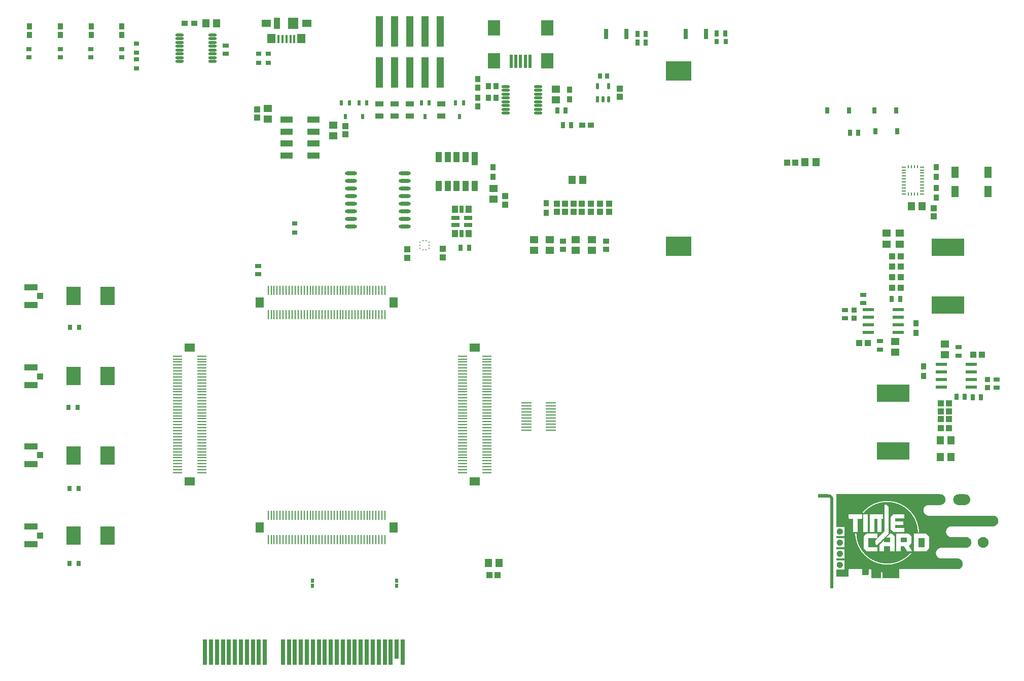
<source format=gtp>
%FSTAX23Y23*%
%MOIN*%
%SFA1B1*%

%IPPOS*%
%AMD38*
4,1,8,-0.010500,0.010000,-0.010500,-0.010000,0.000000,-0.020400,0.000000,-0.020400,0.010500,-0.010000,0.010500,0.010000,0.000000,0.020400,0.000000,0.020400,-0.010500,0.010000,0.0*
1,1,0.020960,0.000000,0.010000*
1,1,0.020960,0.000000,-0.010000*
1,1,0.020960,0.000000,-0.010000*
1,1,0.020960,0.000000,0.010000*
%
%ADD26R,0.028000X0.165000*%
%ADD27R,0.028000X0.126000*%
%ADD28R,0.028350X0.039370*%
%ADD29R,0.027560X0.035430*%
%ADD30R,0.086610X0.041340*%
%ADD31R,0.041340X0.039370*%
%ADD32R,0.037400X0.031500*%
%ADD33R,0.057090X0.045280*%
%ADD34R,0.212600X0.114170*%
%ADD35R,0.041340X0.043310*%
%ADD36R,0.029530X0.033470*%
%ADD37R,0.043310X0.041340*%
G04~CAMADD=38~8~0.0~0.0~408.8~209.5~104.8~0.0~15~0.0~0.0~0.0~0.0~0~0.0~0.0~0.0~0.0~0~0.0~0.0~0.0~90.0~210.0~409.0*
%ADD38D38*%
%ADD39R,0.020950X0.040880*%
%ADD40R,0.035430X0.039370*%
%ADD41R,0.037400X0.033470*%
%ADD42R,0.009840X0.061020*%
%ADD43R,0.066930X0.053150*%
%ADD44R,0.053150X0.066930*%
%ADD45R,0.061020X0.009840*%
%ADD46O,0.078740X0.023620*%
%ADD47R,0.064960X0.051180*%
%ADD48R,0.017720X0.054330*%
%ADD49R,0.055910X0.061020*%
%ADD50R,0.070870X0.074800*%
%ADD51R,0.039370X0.074800*%
%ADD52R,0.019680X0.090550*%
%ADD53R,0.078740X0.098430*%
%ADD54R,0.019680X0.035430*%
%ADD55O,0.057090X0.017720*%
%ADD56R,0.077560X0.022440*%
%ADD57R,0.025590X0.041340*%
%ADD58R,0.051180X0.074800*%
%ADD59R,0.039370X0.090550*%
%ADD60R,0.039370X0.070870*%
%ADD61R,0.053150X0.027560*%
%ADD62R,0.027560X0.045280*%
%ADD63R,0.041340X0.045280*%
%ADD64R,0.050000X0.200000*%
%ADD65R,0.057090X0.037400*%
%ADD66R,0.031500X0.066930*%
%ADD67R,0.070870X0.009840*%
%ADD68R,0.009840X0.022640*%
%ADD69R,0.026570X0.009840*%
%ADD70R,0.038580X0.034250*%
%ADD71R,0.165350X0.125980*%
%ADD72R,0.096460X0.124020*%
%ADD73R,0.033470X0.039370*%
%ADD74R,0.037400X0.039370*%
%ADD75R,0.009840X0.010830*%
%ADD76R,0.010830X0.009840*%
%ADD77R,0.045280X0.057090*%
%ADD78R,0.039370X0.033470*%
%ADD79R,0.039370X0.028350*%
%ADD80R,0.023620X0.025590*%
%ADD81R,0.082870X0.044090*%
%ADD82R,0.039370X0.037400*%
%ADD83R,0.035430X0.027560*%
%LNtimingcard_pcb-1*%
%LPD*%
G36*
X06791Y01176D02*
X06797D01*
Y01176*
X068*
Y01175*
X06802*
Y01175*
X06803*
Y01174*
X06804*
Y01174*
X06805*
Y01173*
X06807*
Y01173*
X06808*
Y01172*
X06809*
Y01172*
X0681*
Y01171*
X0681*
Y01171*
X06811*
Y0117*
X06812*
Y01169*
X06813*
Y01169*
X06814*
Y01168*
X06814*
Y01168*
X06815*
Y01167*
X06815*
Y01167*
X06816*
Y01166*
X06816*
Y01166*
X06817*
Y01165*
X06817*
Y01165*
X06818*
Y01164*
X06818*
Y01163*
X06819*
Y01163*
Y01162*
X0682*
Y01162*
X0682*
Y01161*
Y01161*
X06821*
Y0116*
X06821*
Y0116*
Y01159*
X06822*
Y01159*
Y01158*
X06822*
Y01158*
X06823*
Y01157*
Y01156*
X06823*
Y01156*
Y01155*
Y01155*
X06824*
Y01154*
Y01154*
X06824*
Y01153*
Y01153*
Y01152*
X06825*
Y01152*
Y01151*
Y01151*
Y0115*
X06825*
Y01149*
Y01149*
Y01148*
Y01148*
X06826*
Y01147*
Y01147*
Y01146*
Y01146*
Y01145*
Y01145*
Y01144*
Y01143*
Y01143*
Y01142*
X06827*
Y01142*
Y01141*
Y01141*
Y0114*
X06826*
Y0114*
Y01139*
Y01139*
Y01138*
Y01138*
Y01137*
Y01136*
Y01136*
Y01135*
X06825*
Y01135*
Y01134*
Y01134*
Y01133*
Y01133*
X06825*
Y01132*
Y01132*
Y01131*
X06824*
Y01131*
Y0113*
Y01129*
X06824*
Y01129*
Y01128*
Y01128*
X06823*
Y01127*
Y01127*
X06823*
Y01126*
Y01126*
X06822*
Y01125*
Y01125*
X06822*
Y01124*
Y01123*
X06821*
Y01123*
Y01122*
X06821*
Y01122*
X0682*
Y01121*
Y01121*
X0682*
Y0112*
X06819*
Y0112*
X06818*
Y01119*
Y01119*
X06818*
Y01118*
X06817*
Y01118*
X06817*
Y01117*
X06816*
Y01116*
X06816*
Y01116*
X06815*
Y01115*
X06815*
Y01115*
X06814*
Y01114*
X06813*
Y01114*
X06813*
Y01113*
X06812*
Y01113*
X06811*
Y01112*
X0681*
Y01112*
X0681*
Y01111*
X06809*
Y01111*
X06808*
Y0111*
X06807*
Y01109*
X06805*
Y01109*
X06804*
Y01108*
X06803*
Y01108*
X06801*
Y01107*
X06799*
Y01107*
X06796*
Y01106*
X06744*
Y01107*
X06741*
Y01107*
X0674*
Y01108*
X06738*
Y01108*
X06736*
Y01109*
X06735*
Y01109*
X06734*
Y0111*
X06733*
Y01111*
X06732*
Y01111*
X06731*
Y01112*
X0673*
Y01112*
X06729*
Y01113*
X06729*
Y01113*
X06728*
Y01114*
X06727*
Y01114*
X06727*
Y01115*
X06726*
Y01115*
X06725*
Y01116*
X06725*
Y01116*
X06724*
Y01117*
X06724*
Y01118*
X06723*
Y01118*
X06723*
Y01119*
X06722*
Y01119*
X06722*
Y0112*
Y0112*
X06721*
Y01121*
X06721*
Y01121*
X0672*
Y01122*
Y01122*
X0672*
Y01123*
Y01123*
X06719*
Y01124*
X06718*
Y01125*
Y01125*
X06718*
Y01126*
Y01126*
X06717*
Y01127*
Y01127*
X06717*
Y01128*
Y01128*
Y01129*
X06716*
Y01129*
Y0113*
Y01131*
X06716*
Y01131*
Y01132*
Y01132*
X06715*
Y01133*
Y01133*
Y01134*
Y01134*
Y01135*
X06715*
Y01135*
Y01136*
Y01136*
Y01137*
Y01138*
X06714*
Y01138*
Y01139*
Y01139*
Y0114*
Y0114*
Y01141*
Y01141*
Y01142*
Y01142*
Y01143*
Y01143*
Y01144*
Y01145*
X06715*
Y01145*
Y01146*
Y01146*
Y01147*
Y01147*
Y01148*
Y01148*
X06715*
Y01149*
Y01149*
Y0115*
Y01151*
X06716*
Y01151*
Y01152*
Y01152*
Y01153*
X06716*
Y01153*
Y01154*
X06717*
Y01154*
Y01155*
Y01155*
X06717*
Y01156*
Y01156*
X06718*
Y01157*
Y01158*
X06718*
Y01158*
Y01159*
X06719*
Y01159*
Y0116*
X0672*
Y0116*
X0672*
Y01161*
Y01161*
X06721*
Y01162*
X06721*
Y01162*
Y01163*
X06722*
Y01163*
X06722*
Y01164*
X06723*
Y01165*
X06723*
Y01165*
X06724*
Y01166*
X06724*
Y01166*
X06725*
Y01167*
X06725*
Y01167*
X06726*
Y01168*
X06727*
Y01168*
X06727*
Y01169*
X06728*
Y01169*
X06728*
Y0117*
X06729*
Y01171*
X0673*
Y01171*
X06731*
Y01172*
X06731*
Y01172*
X06732*
Y01173*
X06734*
Y01173*
X06735*
Y01174*
X06736*
Y01174*
X06737*
Y01175*
X06739*
Y01175*
X06741*
Y01176*
X06743*
Y01176*
X06749*
Y01177*
X0679*
Y01176*
X06791*
Y01177*
X06791*
Y01176*
G37*
G36*
X05972Y0095D02*
X05975D01*
Y0095*
X05976*
Y00949*
X05977*
Y00949*
X05978*
Y00948*
X05979*
Y00948*
X0598*
Y00947*
X0598*
Y00947*
X05982*
Y00946*
X05982*
Y00946*
X05983*
Y00945*
X05983*
Y00945*
X05984*
Y00944*
X05984*
Y00943*
Y00943*
X05985*
Y00942*
X05985*
Y00942*
Y00941*
X05986*
Y00941*
X05986*
Y0094*
Y0094*
X05987*
Y00939*
Y00939*
Y00938*
X05988*
Y00938*
Y00937*
Y00936*
X05988*
Y00936*
Y00935*
Y00935*
Y00934*
X05989*
Y00934*
Y00933*
Y00933*
Y00932*
Y00932*
Y00931*
Y0093*
Y0093*
Y00929*
Y00929*
Y00928*
Y00928*
Y00927*
X05988*
Y00927*
Y00926*
Y00926*
Y00925*
X05988*
Y00925*
Y00924*
Y00923*
X05987*
Y00923*
Y00922*
X05986*
Y00922*
Y00921*
X05986*
Y00921*
Y0092*
X05985*
Y0092*
X05985*
Y00919*
Y00919*
X05984*
Y00918*
X05984*
Y00918*
X05983*
Y00917*
X05983*
Y00916*
X05982*
Y00916*
X05982*
Y00915*
X05981*
Y00915*
X0598*
Y00914*
X05979*
Y00914*
X05979*
Y00913*
X05978*
Y00913*
X05977*
Y00912*
X05975*
Y00912*
X05973*
Y00911*
X0597*
Y0091*
X05966*
Y00911*
X05963*
Y00912*
X05962*
Y00912*
X0596*
Y00913*
X05959*
Y00913*
X05958*
Y00914*
X05957*
Y00914*
X05957*
Y00915*
X05956*
Y00915*
X05955*
Y00916*
X05955*
Y00916*
X05954*
Y00917*
X05953*
Y00918*
X05953*
Y00918*
X05952*
Y00919*
X05952*
Y00919*
Y0092*
X05951*
Y0092*
Y00921*
X05951*
Y00921*
X0595*
Y00922*
Y00922*
X0595*
Y00923*
Y00923*
Y00924*
X05949*
Y00925*
Y00925*
Y00926*
X05949*
Y00926*
Y00927*
Y00927*
Y00928*
Y00928*
X05948*
Y00929*
Y00929*
Y0093*
Y0093*
Y00931*
Y00932*
Y00932*
Y00933*
Y00933*
Y00934*
X05949*
Y00934*
Y00935*
Y00935*
Y00936*
Y00936*
X05949*
Y00937*
Y00938*
Y00938*
X0595*
Y00939*
Y00939*
X0595*
Y0094*
Y0094*
X05951*
Y00941*
Y00941*
X05951*
Y00942*
Y00942*
X05952*
Y00943*
X05952*
Y00943*
X05953*
Y00944*
Y00945*
X05953*
Y00945*
X05954*
Y00946*
X05955*
Y00946*
X05956*
Y00947*
X05956*
Y00947*
X05957*
Y00948*
X05958*
Y00948*
X05958*
Y00949*
X05959*
Y00949*
X05961*
Y0095*
X05962*
Y0095*
X05964*
Y00951*
X05972*
Y0095*
G37*
G36*
X05972Y00877D02*
X05974D01*
Y00877*
X05976*
Y00876*
X05977*
Y00876*
X05978*
Y00875*
X05979*
Y00875*
X0598*
Y00874*
X0598*
Y00874*
X05981*
Y00873*
X05982*
Y00873*
X05983*
Y00872*
X05983*
Y00872*
X05984*
Y00871*
Y0087*
X05984*
Y0087*
X05985*
Y00869*
X05985*
Y00869*
Y00868*
X05986*
Y00868*
Y00867*
X05986*
Y00867*
Y00866*
X05987*
Y00866*
Y00865*
X05988*
Y00865*
Y00864*
Y00863*
X05988*
Y00863*
Y00862*
Y00862*
Y00861*
X05989*
Y00861*
Y0086*
Y0086*
Y00859*
Y00859*
Y00858*
Y00857*
Y00857*
Y00856*
Y00856*
Y00855*
Y00855*
Y00854*
X05988*
Y00854*
Y00853*
Y00853*
Y00852*
X05988*
Y00852*
Y00851*
Y0085*
X05987*
Y0085*
Y00849*
X05986*
Y00849*
Y00848*
X05986*
Y00848*
Y00847*
X05985*
Y00847*
Y00846*
X05985*
Y00846*
X05984*
Y00845*
X05984*
Y00845*
Y00844*
X05983*
Y00843*
X05983*
Y00843*
X05982*
Y00842*
X05981*
Y00842*
X0598*
Y00841*
X0598*
Y00841*
X05979*
Y0084*
X05978*
Y0084*
X05977*
Y00839*
X05976*
Y00839*
X05974*
Y00838*
X05971*
Y00837*
X05965*
Y00838*
X05963*
Y00839*
X05961*
Y00839*
X0596*
Y0084*
X05959*
Y0084*
X05958*
Y00841*
X05957*
Y00841*
X05956*
Y00842*
X05956*
Y00842*
X05955*
Y00843*
X05955*
Y00843*
X05954*
Y00844*
X05953*
Y00845*
X05953*
Y00845*
X05952*
Y00846*
X05952*
Y00846*
Y00847*
X05951*
Y00847*
X05951*
Y00848*
Y00848*
X0595*
Y00849*
Y00849*
X0595*
Y0085*
Y0085*
Y00851*
X05949*
Y00852*
Y00852*
Y00853*
X05949*
Y00853*
Y00854*
Y00854*
Y00855*
X05948*
Y00855*
Y00856*
Y00856*
Y00857*
Y00857*
Y00858*
Y00859*
Y00859*
Y0086*
Y0086*
Y00861*
X05949*
Y00861*
Y00862*
Y00862*
Y00863*
X05949*
Y00863*
Y00864*
Y00865*
Y00865*
X0595*
Y00866*
Y00866*
X0595*
Y00867*
Y00867*
X05951*
Y00868*
Y00868*
X05951*
Y00869*
X05952*
Y00869*
Y0087*
X05952*
Y0087*
X05953*
Y00871*
X05953*
Y00872*
X05954*
Y00872*
X05955*
Y00873*
X05955*
Y00873*
X05956*
Y00874*
X05956*
Y00874*
X05957*
Y00875*
X05958*
Y00875*
X05959*
Y00876*
X0596*
Y00876*
X05961*
Y00877*
X05963*
Y00877*
X05965*
Y00878*
X05972*
Y00877*
G37*
G36*
X06916Y00894D02*
X06919D01*
Y00894*
X06921*
Y00893*
X06923*
Y00893*
X06924*
Y00892*
X06925*
Y00892*
X06927*
Y00891*
X06928*
Y0089*
X06929*
Y0089*
X0693*
Y00889*
X06931*
Y00889*
X06931*
Y00888*
X06933*
Y00888*
X06933*
Y00887*
X06934*
Y00887*
X06934*
Y00886*
X06935*
Y00886*
X06936*
Y00885*
X06936*
Y00885*
X06937*
Y00884*
X06937*
Y00883*
X06938*
Y00883*
X06938*
Y00882*
X06939*
Y00882*
Y00881*
X0694*
Y00881*
X0694*
Y0088*
X06941*
Y0088*
Y00879*
X06941*
Y00879*
X06942*
Y00878*
Y00877*
X06942*
Y00877*
Y00876*
X06943*
Y00876*
X06943*
Y00875*
Y00875*
X06944*
Y00874*
Y00874*
Y00873*
X06944*
Y00873*
Y00872*
X06945*
Y00872*
Y00871*
Y0087*
X06945*
Y0087*
Y00869*
Y00869*
X06946*
Y00868*
Y00868*
Y00867*
Y00867*
X06947*
Y00866*
Y00866*
Y00865*
Y00865*
Y00864*
Y00863*
X06947*
Y00863*
Y00862*
Y00862*
Y00861*
Y00861*
Y0086*
Y0086*
Y00859*
Y00859*
Y00858*
Y00857*
Y00857*
Y00856*
Y00856*
Y00855*
X06947*
Y00855*
Y00854*
Y00854*
Y00853*
Y00853*
Y00852*
X06946*
Y00852*
Y00851*
Y0085*
Y0085*
X06945*
Y00849*
Y00849*
Y00848*
X06945*
Y00848*
Y00847*
Y00847*
X06944*
Y00846*
Y00846*
X06944*
Y00845*
Y00845*
X06943*
Y00844*
Y00843*
X06943*
Y00843*
Y00842*
X06942*
Y00842*
Y00841*
X06942*
Y00841*
X06941*
Y0084*
Y0084*
X06941*
Y00839*
X0694*
Y00839*
Y00838*
X0694*
Y00837*
X06939*
Y00837*
X06938*
Y00836*
X06938*
Y00836*
X06937*
Y00835*
X06937*
Y00835*
X06936*
Y00834*
X06936*
Y00834*
X06935*
Y00833*
X06935*
Y00833*
X06934*
Y00832*
X06934*
Y00832*
X06933*
Y00831*
X06932*
Y0083*
X06931*
Y0083*
X0693*
Y00829*
X06929*
Y00829*
X06929*
Y00828*
X06928*
Y00828*
X06927*
Y00827*
X06925*
Y00827*
X06924*
Y00826*
X06922*
Y00826*
X0692*
Y00825*
X06917*
Y00825*
X06914*
Y00824*
X06914*
Y00825*
X06913*
Y00824*
X06913*
Y00825*
X06912*
Y00824*
X06908*
Y00825*
X06904*
Y00825*
X06902*
Y00826*
X069*
Y00826*
X06898*
Y00827*
X06897*
Y00827*
X06896*
Y00828*
X06895*
Y00828*
X06894*
Y00829*
X06893*
Y00829*
X06892*
Y0083*
X06891*
Y0083*
X0689*
Y00831*
X06889*
Y00832*
X06889*
Y00832*
X06888*
Y00833*
X06888*
Y00833*
X06887*
Y00834*
X06886*
Y00834*
X06885*
Y00835*
X06885*
Y00835*
X06884*
Y00836*
X06884*
Y00836*
Y00837*
X06883*
Y00837*
X06883*
Y00838*
X06882*
Y00839*
X06882*
Y00839*
Y0084*
X06881*
Y0084*
X06881*
Y00841*
Y00841*
X0688*
Y00842*
Y00842*
X0688*
Y00843*
X06879*
Y00843*
Y00844*
X06878*
Y00845*
Y00845*
X06878*
Y00846*
Y00846*
Y00847*
X06877*
Y00847*
Y00848*
X06877*
Y00848*
Y00849*
Y00849*
X06876*
Y0085*
Y0085*
Y00851*
Y00852*
X06876*
Y00852*
Y00853*
Y00853*
Y00854*
Y00854*
X06875*
Y00855*
Y00855*
Y00856*
Y00856*
Y00857*
Y00857*
Y00858*
Y00859*
Y00859*
Y0086*
Y0086*
Y00861*
Y00861*
Y00862*
Y00862*
Y00863*
Y00863*
Y00864*
Y00865*
X06876*
Y00865*
Y00866*
Y00866*
Y00867*
Y00867*
X06876*
Y00868*
Y00868*
Y00869*
Y00869*
X06877*
Y0087*
Y0087*
Y00871*
X06877*
Y00872*
Y00872*
Y00873*
X06878*
Y00873*
Y00874*
X06878*
Y00874*
Y00875*
X06879*
Y00875*
Y00876*
X0688*
Y00876*
Y00877*
X0688*
Y00877*
Y00878*
X06881*
Y00879*
X06881*
Y00879*
Y0088*
X06882*
Y0088*
X06882*
Y00881*
X06883*
Y00881*
Y00882*
X06883*
Y00882*
X06884*
Y00883*
X06884*
Y00883*
X06885*
Y00884*
X06885*
Y00885*
X06886*
Y00885*
X06887*
Y00886*
X06887*
Y00886*
X06888*
Y00887*
X06888*
Y00887*
X06889*
Y00888*
X0689*
Y00888*
X06891*
Y00889*
X06891*
Y00889*
X06893*
Y0089*
X06893*
Y0089*
X06894*
Y00891*
X06895*
Y00892*
X06896*
Y00892*
X06898*
Y00893*
X069*
Y00893*
X06901*
Y00894*
X06903*
Y00894*
X06906*
Y00895*
X06916*
Y00894*
G37*
G36*
X06629Y01176D02*
X06635D01*
Y01176*
X06637*
Y01175*
X06639*
Y01175*
X06641*
Y01174*
X06642*
Y01174*
X06643*
Y01173*
X06644*
Y01173*
X06645*
Y01172*
X06647*
Y01172*
X06648*
Y01171*
X06648*
Y01171*
X06649*
Y0117*
X0665*
Y01169*
X0665*
Y01169*
X06651*
Y01168*
X06652*
Y01168*
X06652*
Y01167*
X06653*
Y01167*
X06654*
Y01166*
X06654*
Y01166*
X06655*
Y01165*
X06655*
Y01165*
X06656*
Y01164*
X06656*
Y01163*
X06657*
Y01163*
Y01162*
X06657*
Y01162*
X06658*
Y01161*
X06658*
Y01161*
Y0116*
X06659*
Y0116*
Y01159*
X0666*
Y01159*
X0666*
Y01158*
Y01158*
X06661*
Y01157*
Y01156*
X06661*
Y01156*
Y01155*
X06662*
Y01155*
Y01154*
Y01154*
X06662*
Y01153*
Y01153*
Y01152*
X06663*
Y01152*
Y01151*
Y01151*
X06663*
Y0115*
Y01149*
Y01149*
Y01148*
X06664*
Y01148*
Y01147*
Y01147*
Y01146*
Y01146*
Y01145*
X06664*
Y01145*
Y01144*
Y01143*
Y01143*
Y01142*
Y01142*
Y01141*
Y01141*
Y0114*
Y0114*
Y01139*
X06664*
Y01139*
X06664*
Y01138*
X06664*
Y01138*
Y01137*
Y01136*
Y01136*
Y01135*
Y01135*
Y01134*
X06663*
Y01134*
Y01133*
Y01133*
Y01132*
X06663*
Y01132*
Y01131*
Y01131*
X06662*
Y0113*
Y01129*
Y01129*
X06662*
Y01128*
Y01128*
Y01127*
X06661*
Y01127*
Y01126*
X06661*
Y01126*
Y01125*
X0666*
Y01125*
Y01124*
X0666*
Y01123*
X06659*
Y01123*
Y01122*
X06658*
Y01122*
X06658*
Y01121*
Y01121*
X06657*
Y0112*
X06657*
Y0112*
X06656*
Y01119*
Y01119*
X06656*
Y01118*
X06655*
Y01118*
X06655*
Y01117*
X06654*
Y01116*
X06654*
Y01116*
X06653*
Y01115*
X06652*
Y01115*
X06652*
Y01114*
X06651*
Y01114*
X0665*
Y01113*
X0665*
Y01113*
X06649*
Y01112*
X06648*
Y01112*
X06647*
Y01111*
X06647*
Y01111*
X06645*
Y0111*
X06644*
Y01109*
X06643*
Y01109*
X06642*
Y01108*
X06641*
Y01108*
X06638*
Y01107*
X06637*
Y01107*
X06634*
Y01106*
X06552*
Y01106*
X06548*
Y01105*
X06545*
Y01105*
X06543*
Y01104*
X06542*
Y01103*
X06541*
Y01103*
X06539*
Y01102*
X06538*
Y01102*
X06537*
Y01101*
X06536*
Y01101*
X06536*
Y011*
X06535*
Y011*
X06534*
Y01099*
X06533*
Y01099*
X06532*
Y01098*
X06532*
Y01098*
X06531*
Y01097*
X0653*
Y01096*
X0653*
Y01096*
X06529*
Y01095*
X06529*
Y01095*
X06528*
Y01094*
X06528*
Y01094*
X06527*
Y01093*
Y01093*
X06527*
Y01092*
X06526*
Y01092*
X06525*
Y01091*
Y01091*
X06525*
Y0109*
X06524*
Y01089*
Y01089*
X06524*
Y01088*
X06523*
Y01088*
Y01087*
X06523*
Y01087*
Y01086*
X06522*
Y01086*
Y01085*
X06522*
Y01085*
Y01084*
Y01083*
X06521*
Y01083*
Y01082*
X06521*
Y01082*
Y01081*
Y01081*
X0652*
Y0108*
Y0108*
Y01079*
Y01079*
X06519*
Y01078*
Y01078*
Y01077*
Y01076*
Y01076*
Y01075*
X06519*
Y01075*
Y01074*
Y01074*
Y01073*
Y01073*
Y01072*
Y01072*
Y01071*
Y0107*
Y0107*
Y01069*
Y01069*
Y01068*
Y01068*
Y01067*
Y01067*
X06519*
Y01066*
Y01066*
Y01065*
Y01065*
Y01064*
Y01063*
X0652*
Y01063*
Y01062*
Y01062*
Y01061*
X06521*
Y01061*
Y0106*
Y0106*
X06521*
Y01059*
Y01059*
Y01058*
X06522*
Y01058*
Y01057*
X06522*
Y01056*
Y01056*
X06523*
Y01055*
Y01055*
X06523*
Y01054*
Y01054*
X06524*
Y01053*
Y01053*
X06524*
Y01052*
X06525*
Y01052*
Y01051*
X06525*
Y0105*
X06526*
Y0105*
Y01049*
X06527*
Y01049*
X06527*
Y01048*
X06528*
Y01048*
X06528*
Y01047*
X06529*
Y01047*
X06529*
Y01046*
X0653*
Y01046*
X0653*
Y01045*
X06531*
Y01045*
X06531*
Y01044*
X06532*
Y01043*
X06532*
Y01043*
X06534*
Y01042*
X06534*
Y01042*
X06535*
Y01041*
X06536*
Y01041*
X06537*
Y0104*
X06538*
Y0104*
X06539*
Y01039*
X0654*
Y01039*
X06541*
Y01038*
X06543*
Y01038*
X06544*
Y01037*
X06547*
Y01036*
X06549*
Y01036*
X06977*
Y01035*
X06977*
Y01036*
X06978*
Y01035*
X06982*
Y01035*
X06984*
Y01034*
X06986*
Y01034*
X06987*
Y01033*
X06989*
Y01033*
X0699*
Y01032*
X06991*
Y01032*
X06992*
Y01031*
X06993*
Y0103*
X06994*
Y0103*
X06995*
Y01029*
X06995*
Y01029*
X06996*
Y01028*
X06997*
Y01028*
X06997*
Y01027*
X06998*
Y01027*
X06999*
Y01026*
X07*
Y01026*
X07*
Y01025*
X07001*
Y01025*
X07001*
Y01024*
X07002*
Y01023*
Y01023*
X07002*
Y01022*
X07003*
Y01022*
X07003*
Y01021*
X07004*
Y01021*
Y0102*
X07004*
Y0102*
X07005*
Y01019*
Y01019*
X07006*
Y01018*
X07006*
Y01018*
Y01017*
X07007*
Y01016*
Y01016*
X07007*
Y01015*
Y01015*
X07008*
Y01014*
Y01014*
Y01013*
X07008*
Y01013*
Y01012*
X07009*
Y01012*
Y01011*
Y0101*
X07009*
Y0101*
Y01009*
Y01009*
Y01008*
X0701*
Y01008*
Y01007*
Y01007*
Y01006*
Y01006*
X0701*
Y01005*
Y01005*
Y01004*
Y01003*
Y01003*
Y01002*
Y01002*
Y01001*
Y01001*
Y01*
Y01*
Y00999*
Y00999*
Y00998*
Y00998*
Y00997*
Y00996*
Y00996*
Y00995*
X0701*
Y00995*
Y00994*
Y00994*
Y00993*
Y00993*
X07009*
Y00992*
Y00992*
Y00991*
Y0099*
X07009*
Y0099*
Y00989*
Y00989*
X07008*
Y00988*
Y00988*
Y00987*
X07008*
Y00987*
Y00986*
X07007*
Y00986*
Y00985*
X07007*
Y00985*
Y00984*
X07006*
Y00983*
Y00983*
X07006*
Y00982*
Y00982*
X07005*
Y00981*
X07004*
Y00981*
Y0098*
X07004*
Y0098*
X07003*
Y00979*
X07003*
Y00979*
X07002*
Y00978*
Y00978*
X07002*
Y00977*
X07001*
Y00976*
X07001*
Y00976*
X07*
Y00975*
X07*
Y00975*
X06999*
Y00974*
X06998*
Y00974*
X06998*
Y00973*
X06997*
Y00973*
X06996*
Y00972*
X06996*
Y00972*
X06995*
Y00971*
X06994*
Y0097*
X06993*
Y0097*
X06992*
Y00969*
X06991*
Y00969*
X0699*
Y00968*
X06989*
Y00968*
X06988*
Y00967*
X06986*
Y00967*
X06984*
Y00966*
X06982*
Y00966*
X06979*
Y00965*
X06698*
Y00965*
X06695*
Y00964*
X06693*
Y00963*
X06691*
Y00963*
X0669*
Y00962*
X06688*
Y00962*
X06687*
Y00961*
X06686*
Y00961*
X06685*
Y0096*
X06684*
Y0096*
X06683*
Y00959*
X06682*
Y00959*
X06682*
Y00958*
X06681*
Y00958*
X0668*
Y00957*
X0668*
Y00956*
X06679*
Y00956*
X06678*
Y00955*
X06678*
Y00955*
X06677*
Y00954*
X06677*
Y00954*
X06676*
Y00953*
X06676*
Y00953*
X06675*
Y00952*
X06675*
Y00952*
X06674*
Y00951*
Y0095*
X06674*
Y0095*
X06673*
Y00949*
Y00949*
X06672*
Y00948*
X06672*
Y00948*
Y00947*
X06671*
Y00947*
Y00946*
X06671*
Y00946*
Y00945*
X0667*
Y00945*
Y00944*
X0667*
Y00943*
Y00943*
X06669*
Y00942*
Y00942*
Y00941*
X06669*
Y00941*
Y0094*
Y0094*
X06668*
Y00939*
Y00939*
Y00938*
Y00938*
X06668*
Y00937*
Y00936*
Y00936*
Y00935*
Y00935*
Y00934*
X06667*
Y00934*
Y00933*
Y00933*
Y00932*
Y00932*
Y00931*
Y0093*
Y0093*
Y00929*
Y00929*
Y00928*
Y00928*
Y00927*
Y00927*
Y00926*
Y00926*
X06668*
Y00925*
Y00925*
Y00924*
Y00923*
Y00923*
Y00922*
X06668*
Y00922*
Y00921*
Y00921*
Y0092*
X06669*
Y0092*
Y00919*
Y00919*
X06669*
Y00918*
Y00918*
Y00917*
X0667*
Y00916*
Y00916*
X0667*
Y00915*
Y00915*
X06671*
Y00914*
Y00914*
X06671*
Y00913*
Y00913*
X06672*
Y00912*
Y00912*
X06672*
Y00911*
X06673*
Y0091*
Y0091*
X06674*
Y00909*
X06674*
Y00909*
X06675*
Y00908*
Y00908*
X06675*
Y00907*
X06676*
Y00907*
X06676*
Y00906*
X06677*
Y00906*
X06677*
Y00905*
X06678*
Y00905*
X06678*
Y00904*
X06679*
Y00903*
X0668*
Y00903*
X06681*
Y00902*
X06681*
Y00902*
X06682*
Y00901*
X06683*
Y00901*
X06683*
Y009*
X06684*
Y009*
X06685*
Y00899*
X06686*
Y00899*
X06687*
Y00898*
X06689*
Y00897*
X0669*
Y00897*
X06691*
Y00896*
X06693*
Y00896*
X06695*
Y00895*
X06699*
Y00895*
X06803*
Y00894*
X06805*
Y00894*
X06808*
Y00893*
X06809*
Y00893*
X06811*
Y00892*
X06813*
Y00892*
X06814*
Y00891*
X06815*
Y0089*
X06816*
Y0089*
X06817*
Y00889*
X06817*
Y00889*
X06818*
Y00888*
X06819*
Y00888*
X0682*
Y00887*
X06821*
Y00887*
X06821*
Y00886*
X06822*
Y00886*
X06822*
Y00885*
X06823*
Y00885*
X06823*
Y00884*
X06824*
Y00883*
X06824*
Y00883*
X06825*
Y00882*
X06825*
Y00882*
X06826*
Y00881*
X06827*
Y00881*
Y0088*
X06827*
Y0088*
X06828*
Y00879*
X06828*
Y00879*
Y00878*
X06829*
Y00877*
Y00877*
X06829*
Y00876*
X0683*
Y00876*
Y00875*
X0683*
Y00875*
Y00874*
X06831*
Y00874*
Y00873*
Y00873*
X06831*
Y00872*
Y00872*
X06832*
Y00871*
Y0087*
Y0087*
X06833*
Y00869*
Y00869*
Y00868*
Y00868*
X06833*
Y00867*
Y00867*
Y00866*
Y00866*
Y00865*
X06834*
Y00865*
Y00864*
Y00863*
Y00863*
Y00862*
Y00862*
Y00861*
Y00861*
Y0086*
Y0086*
Y00859*
Y00859*
Y00858*
Y00857*
Y00857*
Y00856*
Y00856*
Y00855*
Y00855*
Y00854*
Y00854*
X06833*
Y00853*
Y00853*
Y00852*
Y00852*
Y00851*
X06833*
Y0085*
Y0085*
Y00849*
X06832*
Y00849*
Y00848*
Y00848*
X06831*
Y00847*
Y00847*
Y00846*
X06831*
Y00846*
Y00845*
X0683*
Y00845*
Y00844*
X0683*
Y00843*
Y00843*
X06829*
Y00842*
Y00842*
X06829*
Y00841*
Y00841*
X06828*
Y0084*
X06828*
Y0084*
Y00839*
X06827*
Y00839*
X06827*
Y00838*
X06826*
Y00837*
X06825*
Y00837*
Y00836*
X06825*
Y00836*
X06824*
Y00835*
X06824*
Y00835*
X06823*
Y00834*
X06823*
Y00834*
X06822*
Y00833*
X06822*
Y00833*
X06821*
Y00832*
X0682*
Y00832*
X0682*
Y00831*
X06818*
Y0083*
X06818*
Y0083*
X06817*
Y00829*
X06816*
Y00829*
X06815*
Y00828*
X06814*
Y00828*
X06813*
Y00827*
X06812*
Y00827*
X0681*
Y00826*
X06809*
Y00826*
X06807*
Y00825*
X06804*
Y00825*
X06801*
Y00824*
X068*
Y00825*
X06799*
Y00824*
X06637*
Y00825*
X06636*
Y00824*
X06631*
Y00823*
X06628*
Y00823*
X06626*
Y00822*
X06624*
Y00822*
X06623*
Y00821*
X06622*
Y00821*
X06621*
Y0082*
X0662*
Y0082*
X06619*
Y00819*
X06618*
Y00819*
X06617*
Y00818*
X06616*
Y00817*
X06615*
Y00817*
X06615*
Y00816*
X06614*
Y00816*
X06614*
Y00815*
X06612*
Y00815*
X06612*
Y00814*
X06611*
Y00814*
X06611*
Y00813*
X0661*
Y00813*
X0661*
Y00812*
Y00812*
X06609*
Y00811*
X06609*
Y0081*
X06608*
Y0081*
X06608*
Y00809*
Y00809*
X06607*
Y00808*
X06607*
Y00808*
Y00807*
X06606*
Y00807*
X06605*
Y00806*
Y00806*
X06605*
Y00805*
Y00805*
X06604*
Y00804*
Y00803*
X06604*
Y00803*
Y00802*
X06603*
Y00802*
Y00801*
Y00801*
X06603*
Y008*
Y008*
Y00799*
X06602*
Y00799*
Y00798*
Y00797*
X06602*
Y00797*
Y00796*
Y00796*
Y00795*
Y00795*
X06601*
Y00794*
Y00794*
Y00793*
Y00793*
Y00792*
Y00792*
Y00791*
Y0079*
Y0079*
Y00789*
Y00789*
Y00788*
Y00788*
Y00787*
Y00787*
Y00786*
Y00786*
Y00785*
Y00785*
Y00784*
Y00783*
X06602*
Y00783*
Y00782*
Y00782*
Y00781*
Y00781*
X06602*
Y0078*
Y0078*
Y00779*
X06603*
Y00779*
Y00778*
Y00777*
X06603*
Y00777*
Y00776*
Y00776*
X06604*
Y00775*
Y00775*
X06604*
Y00774*
Y00774*
X06605*
Y00773*
Y00773*
X06605*
Y00772*
Y00772*
X06606*
Y00771*
Y0077*
X06607*
Y0077*
X06607*
Y00769*
Y00769*
X06608*
Y00768*
X06608*
Y00768*
X06609*
Y00767*
Y00767*
X06609*
Y00766*
X0661*
Y00766*
X0661*
Y00765*
X06611*
Y00765*
X06611*
Y00764*
X06612*
Y00763*
X06612*
Y00763*
X06613*
Y00762*
X06614*
Y00762*
X06615*
Y00761*
X06615*
Y00761*
X06616*
Y0076*
X06617*
Y0076*
X06617*
Y00759*
X06618*
Y00759*
X0662*
Y00758*
X06621*
Y00757*
X06622*
Y00757*
X06623*
Y00756*
X06624*
Y00756*
X06625*
Y00755*
X06628*
Y00755*
X0663*
Y00754*
X06635*
Y00754*
X06747*
Y00753*
X0675*
Y00753*
X06751*
Y00752*
X06753*
Y00752*
X06755*
Y00751*
X06756*
Y0075*
X06757*
Y0075*
X06758*
Y00749*
X06759*
Y00749*
X0676*
Y00748*
X06761*
Y00748*
X06762*
Y00747*
X06763*
Y00747*
X06763*
Y00746*
X06764*
Y00746*
X06764*
Y00745*
X06765*
Y00745*
X06766*
Y00744*
X06767*
Y00743*
X06767*
Y00743*
X06768*
Y00742*
X06768*
Y00742*
Y00741*
X06769*
Y00741*
X06769*
Y0074*
X0677*
Y0074*
X0677*
Y00739*
Y00739*
X06771*
Y00738*
X06771*
Y00737*
Y00737*
X06772*
Y00736*
X06772*
Y00736*
Y00735*
X06773*
Y00735*
Y00734*
X06774*
Y00734*
Y00733*
X06774*
Y00733*
Y00732*
X06775*
Y00732*
Y00731*
Y0073*
X06775*
Y0073*
Y00729*
Y00729*
X06776*
Y00728*
Y00728*
Y00727*
X06776*
Y00727*
Y00726*
Y00726*
Y00725*
Y00725*
Y00724*
X06777*
Y00723*
Y00723*
Y00722*
Y00722*
Y00721*
Y00721*
Y0072*
Y0072*
Y00719*
X06777*
Y00719*
Y00718*
X06777*
Y00717*
Y00717*
Y00716*
Y00716*
Y00715*
Y00715*
Y00714*
Y00714*
Y00713*
Y00713*
X06776*
Y00712*
Y00712*
Y00711*
Y0071*
Y0071*
X06776*
Y00709*
Y00709*
Y00708*
X06775*
Y00708*
Y00707*
Y00707*
X06775*
Y00706*
Y00706*
Y00705*
X06774*
Y00704*
Y00704*
Y00703*
X06774*
Y00703*
Y00702*
X06773*
Y00702*
Y00701*
X06772*
Y00701*
Y007*
X06772*
Y007*
X06771*
Y00699*
Y00699*
X06771*
Y00698*
X0677*
Y00697*
Y00697*
X0677*
Y00696*
X06769*
Y00696*
X06769*
Y00695*
Y00695*
X06768*
Y00694*
X06768*
Y00694*
X06767*
Y00693*
X06767*
Y00693*
X06766*
Y00692*
X06765*
Y00692*
X06765*
Y00691*
X06764*
Y0069*
X06764*
Y0069*
X06763*
Y00689*
X06762*
Y00689*
X06762*
Y00688*
X06761*
Y00688*
X0676*
Y00687*
X0676*
Y00687*
X06758*
Y00686*
X06757*
Y00686*
X06756*
Y00685*
X06755*
Y00684*
X06754*
Y00684*
X06751*
Y00683*
X06362*
Y00683*
X06361*
Y00682*
X06361*
Y00682*
X0636*
Y00681*
X06359*
Y00681*
Y0068*
X06359*
Y0068*
Y00679*
Y00679*
Y00678*
Y00677*
Y00677*
Y00676*
Y00676*
Y00675*
Y00675*
Y00674*
Y00674*
Y00673*
Y00673*
Y00672*
Y00672*
Y00671*
Y0067*
Y0067*
Y00669*
Y00669*
Y00668*
Y00668*
Y00667*
Y00667*
Y00666*
Y00666*
Y00665*
Y00664*
Y00664*
Y00663*
Y00663*
Y00662*
Y00662*
Y00661*
Y00661*
Y0066*
Y0066*
Y00659*
Y00659*
Y00658*
Y00657*
Y00657*
Y00656*
Y00656*
Y00655*
Y00655*
Y00654*
Y00654*
Y00653*
Y00653*
Y00652*
Y00652*
Y00651*
Y0065*
Y0065*
Y00649*
Y00649*
Y00648*
Y00648*
Y00647*
Y00647*
Y00646*
Y00646*
Y00645*
Y00644*
Y00644*
Y00643*
Y00643*
Y00642*
Y00642*
Y00641*
Y00641*
Y0064*
Y0064*
Y00639*
Y00639*
Y00638*
Y00637*
Y00637*
Y00636*
Y00636*
Y00635*
Y00635*
Y00634*
Y00634*
Y00633*
Y00633*
Y00632*
Y00632*
Y00631*
Y0063*
Y0063*
Y00629*
Y00629*
Y00628*
Y00628*
Y00627*
Y00627*
X06358*
Y00626*
Y00626*
X06358*
Y00625*
Y00624*
X06357*
Y00624*
X06356*
Y00623*
X06355*
Y00623*
X06252*
Y00623*
X0625*
Y00624*
X0625*
Y00624*
X06249*
Y00625*
X06249*
Y00626*
Y00626*
X06248*
Y00627*
Y00627*
Y00628*
Y00628*
Y00629*
Y00629*
Y0063*
Y0063*
Y00631*
Y00632*
Y00632*
Y00633*
Y00633*
Y00634*
Y00634*
Y00635*
Y00635*
Y00636*
Y00636*
Y00637*
Y00637*
Y00638*
Y00639*
Y00639*
Y0064*
Y0064*
Y00641*
Y00641*
Y00642*
Y00642*
Y00643*
Y00643*
Y00644*
Y00644*
Y00645*
Y00646*
Y00646*
Y00647*
Y00647*
Y00648*
Y00648*
Y00649*
Y00649*
Y0065*
Y0065*
Y00651*
Y00652*
Y00652*
Y00653*
Y00653*
Y00654*
Y00654*
Y00655*
Y00655*
Y00656*
Y00656*
Y00657*
Y00657*
Y00658*
Y00659*
Y00659*
X06248*
Y0066*
Y0066*
Y00661*
X06247*
Y00661*
Y00662*
X06246*
Y00662*
X06245*
Y00663*
X06244*
Y00663*
X06242*
Y00663*
X06241*
Y00662*
X0624*
Y00662*
X06239*
Y00661*
X06239*
Y00661*
X06238*
Y0066*
Y0066*
Y00659*
Y00659*
X06238*
Y00658*
Y00657*
Y00657*
Y00656*
Y00656*
Y00655*
Y00655*
Y00654*
Y00654*
Y00653*
Y00653*
Y00652*
Y00652*
Y00651*
Y0065*
Y0065*
Y00649*
Y00649*
Y00648*
Y00648*
Y00647*
Y00647*
Y00646*
Y00646*
Y00645*
Y00644*
Y00644*
Y00643*
Y00643*
Y00642*
Y00642*
Y00641*
Y00641*
Y0064*
Y0064*
Y00639*
Y00639*
Y00638*
Y00637*
Y00637*
Y00636*
Y00636*
Y00635*
Y00635*
Y00634*
Y00634*
Y00633*
Y00633*
Y00632*
Y00632*
Y00631*
Y0063*
Y0063*
Y00629*
Y00629*
Y00628*
Y00628*
Y00627*
Y00627*
Y00626*
Y00626*
X06237*
Y00625*
X06237*
Y00624*
X06236*
Y00624*
X06236*
Y00623*
X06234*
Y00623*
X06181*
Y00623*
X0618*
Y00624*
X06179*
Y00624*
X06178*
Y00625*
Y00626*
X06178*
Y00626*
Y00627*
Y00627*
X06177*
Y00628*
Y00628*
Y00629*
Y00629*
Y0063*
Y0063*
Y00631*
Y00632*
Y00632*
Y00633*
Y00633*
Y00634*
Y00634*
Y00635*
Y00635*
Y00636*
Y00636*
Y00637*
Y00637*
Y00638*
Y00639*
Y00639*
Y0064*
Y0064*
Y00641*
Y00641*
Y00642*
Y00642*
Y00643*
Y00643*
Y00644*
Y00644*
Y00645*
Y00646*
Y00646*
Y00647*
Y00647*
Y00648*
Y00648*
Y00649*
Y00649*
Y0065*
Y0065*
Y00651*
Y00652*
Y00652*
Y00653*
Y00653*
Y00654*
Y00654*
Y00655*
Y00655*
Y00656*
Y00656*
Y00657*
Y00657*
Y00658*
Y00659*
Y00659*
Y0066*
Y0066*
Y00661*
Y00661*
Y00662*
Y00662*
Y00663*
Y00663*
Y00664*
Y00664*
Y00665*
Y00666*
Y00666*
Y00667*
Y00667*
Y00668*
Y00668*
Y00669*
Y00669*
Y0067*
Y0067*
Y00671*
X06178*
Y00672*
X06177*
Y00672*
Y00673*
Y00673*
Y00674*
Y00674*
Y00675*
Y00675*
Y00676*
Y00676*
X06177*
Y00677*
Y00677*
X06176*
Y00678*
Y00679*
X06176*
Y00679*
Y0068*
X06175*
Y0068*
X06175*
Y00681*
X06174*
Y00681*
X06173*
Y00682*
X06172*
Y00682*
X06171*
Y00683*
X0617*
Y00683*
X06165*
Y00683*
X06164*
Y00682*
X06163*
Y00682*
X06162*
Y00681*
X06161*
Y00681*
X06161*
Y0068*
X0616*
Y0068*
X06159*
Y00679*
X06159*
Y00679*
Y00678*
X06158*
Y00677*
Y00677*
X06158*
Y00676*
Y00676*
Y00675*
Y00675*
Y00674*
Y00674*
X06157*
Y00673*
X06158*
Y00673*
Y00672*
X06157*
Y00672*
X06158*
Y00671*
Y0067*
Y0067*
Y00669*
Y00669*
Y00668*
Y00668*
Y00667*
Y00667*
Y00666*
Y00666*
Y00665*
Y00664*
Y00664*
Y00663*
Y00663*
Y00662*
Y00662*
Y00661*
Y00661*
Y0066*
Y0066*
Y00659*
Y00659*
Y00658*
Y00657*
Y00657*
Y00656*
Y00656*
Y00655*
Y00655*
Y00654*
Y00654*
Y00653*
Y00653*
Y00652*
Y00652*
Y00651*
Y0065*
Y0065*
Y00649*
Y00649*
Y00648*
X06157*
Y00648*
Y00647*
Y00647*
Y00646*
X06157*
Y00646*
X06156*
Y00645*
X06156*
Y00644*
X06155*
Y00644*
X06153*
Y00643*
X06121*
Y00644*
X06119*
Y00644*
X06119*
Y00645*
X06118*
Y00646*
X06118*
Y00646*
X06117*
Y00647*
Y00647*
Y00648*
X06117*
Y00648*
Y00649*
Y00649*
Y0065*
Y0065*
Y00651*
Y00652*
Y00652*
Y00653*
Y00653*
Y00654*
Y00654*
Y00655*
Y00655*
Y00656*
Y00656*
Y00657*
Y00657*
Y00658*
Y00659*
Y00659*
Y0066*
Y0066*
Y00661*
Y00661*
Y00662*
Y00662*
Y00663*
Y00663*
Y00664*
Y00664*
Y00665*
Y00666*
Y00666*
Y00667*
Y00667*
Y00668*
Y00668*
Y00669*
Y00669*
Y0067*
Y0067*
Y00671*
Y00672*
Y00672*
Y00673*
Y00673*
Y00674*
Y00674*
Y00675*
Y00675*
X06117*
Y00676*
Y00676*
X06117*
Y00677*
X06117*
Y00677*
X06117*
Y00678*
Y00679*
Y00679*
Y0068*
Y0068*
Y00681*
X06116*
Y00681*
Y00682*
X06116*
Y00682*
X06115*
Y00683*
X06113*
Y00683*
X0603*
Y00683*
X06029*
Y00682*
X06028*
Y00682*
X06028*
Y00681*
X06027*
Y00681*
Y0068*
X06026*
Y0068*
Y00679*
Y00679*
Y00678*
Y00677*
Y00677*
Y00676*
Y00676*
Y00675*
Y00675*
Y00674*
Y00674*
Y00673*
Y00673*
Y00672*
Y00672*
Y00671*
Y0067*
Y0067*
Y00669*
Y00669*
Y00668*
Y00668*
Y00667*
Y00667*
Y00666*
Y00666*
Y00665*
Y00664*
Y00664*
Y00663*
Y00663*
Y00662*
Y00662*
Y00661*
Y00661*
Y0066*
Y0066*
Y00659*
Y00659*
Y00658*
Y00657*
Y00657*
Y00656*
Y00656*
Y00655*
Y00655*
Y00654*
Y00654*
Y00653*
Y00653*
Y00652*
Y00652*
Y00651*
Y0065*
Y0065*
Y00649*
Y00649*
Y00648*
Y00648*
Y00647*
Y00647*
Y00646*
Y00646*
Y00645*
Y00644*
Y00644*
Y00643*
Y00643*
Y00642*
Y00642*
Y00641*
Y00641*
Y0064*
Y0064*
Y00639*
Y00639*
Y00638*
Y00637*
Y00637*
Y00636*
Y00636*
Y00635*
Y00635*
Y00634*
Y00634*
Y00633*
X05946*
Y00634*
Y00634*
Y00635*
Y00635*
Y00636*
Y00636*
Y00637*
Y00637*
Y00638*
Y00639*
Y00639*
Y0064*
Y0064*
Y00641*
Y00641*
Y00642*
Y00642*
Y00643*
Y00643*
Y00644*
Y00644*
Y00645*
Y00646*
Y00646*
Y00647*
Y00647*
Y00648*
Y00648*
Y00649*
Y00649*
Y0065*
Y0065*
Y00651*
Y00652*
Y00652*
Y00653*
Y00653*
Y00654*
Y00654*
Y00655*
Y00655*
Y00656*
Y00656*
Y00657*
Y00657*
Y00658*
Y00659*
Y00659*
Y0066*
Y0066*
Y00661*
Y00661*
Y00662*
Y00662*
Y00663*
Y00663*
Y00664*
Y00664*
Y00665*
Y00666*
Y00666*
Y00667*
Y00667*
Y00668*
Y00668*
Y00669*
Y00669*
Y0067*
Y0067*
Y00671*
Y00672*
Y00672*
Y00673*
Y00673*
Y00674*
Y00674*
Y00675*
Y00675*
Y00676*
Y00676*
Y00677*
Y00677*
Y00678*
Y00679*
Y00679*
Y0068*
Y0068*
Y00681*
Y00681*
Y00682*
X05998*
Y00682*
Y00683*
Y00683*
Y00684*
Y00684*
Y00685*
Y00686*
Y00686*
Y00687*
Y00687*
Y00688*
Y00688*
Y00689*
Y00689*
Y0069*
Y0069*
Y00691*
Y00692*
Y00692*
Y00693*
Y00693*
Y00694*
Y00694*
Y00695*
Y00695*
Y00696*
Y00696*
Y00697*
Y00697*
Y00698*
Y00699*
Y00699*
Y007*
Y007*
Y00701*
Y00701*
Y00702*
Y00702*
Y00703*
Y00703*
Y00704*
Y00704*
Y00705*
Y00706*
Y00706*
Y00707*
Y00707*
Y00708*
Y00708*
Y00709*
Y00709*
Y0071*
Y0071*
Y00711*
Y00712*
Y00712*
Y00713*
Y00713*
Y00714*
Y00714*
Y00715*
Y00715*
Y00716*
Y00716*
Y00717*
Y00717*
Y00718*
Y00719*
Y00719*
Y0072*
Y0072*
Y00721*
Y00721*
Y00722*
Y00722*
Y00723*
Y00723*
Y00724*
Y00725*
Y00725*
Y00726*
Y00726*
Y00727*
Y00727*
Y00728*
Y00728*
Y00729*
Y00729*
Y0073*
Y0073*
Y00731*
Y00732*
Y00732*
Y00733*
Y00733*
Y00734*
Y00734*
Y00735*
Y00735*
Y00736*
Y00736*
Y00737*
Y00737*
Y00738*
Y00739*
Y00739*
Y0074*
Y0074*
Y00741*
Y00741*
X05946*
Y00742*
Y00742*
Y00743*
Y00743*
Y00744*
Y00745*
Y00745*
Y00746*
Y00746*
Y00747*
Y00747*
Y00748*
Y00748*
Y00749*
Y00749*
Y0075*
Y0075*
Y00751*
Y00752*
Y00752*
Y00753*
Y00753*
Y00754*
Y00754*
Y00755*
X05998*
Y00755*
Y00756*
Y00756*
Y00757*
Y00757*
Y00758*
Y00759*
Y00759*
Y0076*
Y0076*
Y00761*
Y00761*
Y00762*
Y00762*
Y00763*
Y00763*
Y00764*
Y00765*
Y00765*
Y00766*
Y00766*
Y00767*
Y00767*
Y00768*
Y00768*
Y00769*
Y00769*
Y0077*
Y0077*
Y00771*
Y00772*
Y00772*
Y00773*
Y00773*
Y00774*
Y00774*
Y00775*
Y00775*
Y00776*
Y00776*
Y00777*
Y00777*
Y00778*
Y00779*
Y00779*
Y0078*
Y0078*
Y00781*
Y00781*
Y00782*
Y00782*
Y00783*
Y00783*
Y00784*
Y00785*
Y00785*
Y00786*
Y00786*
Y00787*
Y00787*
Y00788*
Y00788*
Y00789*
Y00789*
Y0079*
Y0079*
Y00791*
Y00792*
Y00792*
Y00793*
Y00793*
Y00794*
Y00794*
Y00795*
Y00795*
Y00796*
Y00796*
Y00797*
Y00797*
Y00798*
Y00799*
Y00799*
Y008*
Y008*
Y00801*
Y00801*
Y00802*
Y00802*
Y00803*
Y00803*
Y00804*
Y00805*
Y00805*
Y00806*
Y00806*
Y00807*
Y00807*
Y00808*
Y00808*
Y00809*
Y00809*
Y0081*
Y0081*
Y00811*
Y00812*
Y00812*
Y00813*
Y00813*
Y00814*
Y00814*
X05946*
Y00815*
X05946*
Y00815*
Y00816*
Y00816*
Y00817*
Y00817*
Y00818*
Y00819*
Y00819*
Y0082*
Y0082*
Y00821*
Y00821*
Y00822*
Y00822*
Y00823*
Y00823*
Y00824*
Y00825*
Y00825*
Y00826*
Y00826*
Y00827*
Y00827*
Y00828*
X05998*
Y00828*
Y00829*
Y00829*
Y0083*
Y0083*
Y00831*
Y00832*
Y00832*
Y00833*
Y00833*
Y00834*
Y00834*
Y00835*
Y00835*
Y00836*
Y00836*
Y00837*
Y00837*
Y00838*
Y00839*
Y00839*
Y0084*
Y0084*
Y00841*
Y00841*
Y00842*
Y00842*
Y00843*
Y00843*
Y00844*
Y00845*
Y00845*
Y00846*
Y00846*
Y00847*
Y00847*
Y00848*
Y00848*
Y00849*
Y00849*
Y0085*
Y0085*
Y00851*
Y00852*
Y00852*
Y00853*
Y00853*
Y00854*
Y00854*
Y00855*
Y00855*
Y00856*
Y00856*
Y00857*
Y00857*
Y00858*
Y00859*
Y00859*
Y0086*
Y0086*
Y00861*
Y00861*
Y00862*
Y00862*
Y00863*
Y00863*
Y00864*
Y00865*
Y00865*
Y00866*
Y00866*
Y00867*
Y00867*
Y00868*
Y00868*
Y00869*
Y00869*
Y0087*
Y0087*
Y00871*
Y00872*
Y00872*
Y00873*
Y00873*
Y00874*
Y00874*
Y00875*
Y00875*
Y00876*
Y00876*
Y00877*
Y00877*
Y00878*
Y00879*
Y00879*
Y0088*
Y0088*
Y00881*
Y00881*
Y00882*
Y00882*
Y00883*
Y00883*
Y00884*
Y00885*
Y00885*
Y00886*
Y00886*
Y00887*
Y00887*
Y00888*
X05946*
Y00888*
Y00889*
Y00889*
Y0089*
Y0089*
Y00891*
Y00892*
Y00892*
Y00893*
Y00893*
Y00894*
Y00894*
Y00895*
Y00895*
Y00896*
Y00896*
Y00897*
Y00897*
Y00898*
Y00899*
Y00899*
Y009*
Y009*
Y00901*
X05946*
Y00901*
X05998*
Y00902*
Y00902*
Y00903*
Y00903*
Y00904*
Y00905*
Y00905*
Y00906*
Y00906*
Y00907*
Y00907*
Y00908*
Y00908*
Y00909*
Y00909*
Y0091*
Y0091*
Y00911*
Y00912*
Y00912*
Y00913*
Y00913*
Y00914*
Y00914*
Y00915*
Y00915*
Y00916*
Y00916*
Y00917*
Y00918*
Y00918*
Y00919*
Y00919*
Y0092*
Y0092*
Y00921*
Y00921*
Y00922*
Y00922*
Y00923*
Y00923*
Y00924*
Y00925*
Y00925*
Y00926*
Y00926*
Y00927*
Y00927*
Y00928*
Y00928*
Y00929*
Y00929*
Y0093*
Y0093*
Y00931*
Y00932*
Y00932*
Y00933*
Y00933*
Y00934*
Y00934*
Y00935*
Y00935*
Y00936*
Y00936*
Y00937*
Y00938*
Y00938*
Y00939*
Y00939*
Y0094*
Y0094*
Y00941*
Y00941*
Y00942*
Y00942*
Y00943*
Y00943*
Y00944*
Y00945*
Y00945*
Y00946*
Y00946*
Y00947*
Y00947*
Y00948*
Y00948*
Y00949*
Y00949*
Y0095*
Y0095*
Y00951*
Y00952*
Y00952*
Y00953*
Y00953*
Y00954*
Y00954*
Y00955*
Y00955*
Y00956*
Y00956*
Y00957*
Y00958*
Y00958*
Y00959*
Y00959*
Y0096*
Y0096*
Y00961*
X05946*
Y00961*
Y00962*
Y00962*
Y00963*
Y00963*
Y00964*
Y00965*
Y00965*
Y00966*
Y00966*
Y00967*
Y00967*
Y00968*
Y00968*
Y00969*
Y00969*
Y0097*
Y0097*
Y00971*
Y00972*
Y00972*
Y00973*
Y00973*
Y00974*
Y00974*
Y00975*
Y00975*
Y00976*
Y00976*
Y00977*
Y00978*
Y00978*
Y00979*
Y00979*
Y0098*
Y0098*
Y00981*
Y00981*
Y00982*
Y00982*
Y00983*
Y00983*
Y00984*
Y00985*
Y00985*
Y00986*
Y00986*
Y00987*
Y00987*
Y00988*
Y00988*
Y00989*
Y00989*
Y0099*
Y0099*
Y00991*
Y00992*
Y00992*
Y00993*
Y00993*
Y00994*
Y00994*
Y00995*
Y00995*
Y00996*
Y00996*
Y00997*
Y00998*
Y00998*
Y00999*
Y00999*
Y01*
Y01*
Y01001*
Y01001*
Y01002*
Y01002*
Y01003*
Y01003*
Y01004*
Y01005*
Y01005*
Y01006*
Y01006*
Y01007*
Y01007*
Y01008*
Y01008*
Y01009*
Y01009*
Y0101*
Y0101*
Y01011*
Y01012*
Y01012*
Y01013*
Y01013*
Y01014*
Y01014*
Y01015*
Y01015*
Y01016*
Y01016*
Y01017*
Y01018*
Y01018*
Y01019*
Y01019*
Y0102*
Y0102*
Y01021*
Y01021*
Y01022*
Y01022*
Y01023*
Y01023*
Y01024*
Y01025*
Y01025*
Y01026*
Y01026*
Y01027*
Y01027*
Y01028*
Y01028*
Y01029*
Y01029*
Y0103*
Y0103*
Y01031*
Y01032*
Y01032*
Y01033*
Y01033*
Y01034*
Y01034*
Y01035*
Y01035*
Y01036*
Y01036*
Y01037*
Y01038*
Y01038*
Y01039*
Y01039*
Y0104*
Y0104*
Y01041*
Y01041*
Y01042*
Y01042*
Y01043*
Y01043*
Y01044*
Y01045*
Y01045*
Y01046*
Y01046*
Y01047*
Y01047*
Y01048*
Y01048*
Y01049*
Y01049*
Y0105*
Y0105*
Y01051*
Y01052*
Y01052*
Y01053*
Y01053*
Y01054*
Y01054*
Y01055*
Y01055*
Y01056*
Y01056*
Y01057*
Y01058*
Y01058*
Y01059*
Y01059*
Y0106*
Y0106*
Y01061*
Y01061*
Y01062*
Y01062*
Y01063*
Y01063*
Y01064*
Y01065*
Y01065*
Y01066*
Y01066*
Y01067*
Y01067*
Y01068*
Y01068*
Y01069*
Y01069*
Y0107*
Y0107*
Y01071*
Y01072*
Y01072*
Y01073*
Y01073*
Y01074*
Y01074*
Y01075*
Y01075*
Y01076*
Y01076*
Y01077*
Y01078*
Y01078*
Y01079*
Y01079*
Y0108*
Y0108*
Y01081*
Y01081*
Y01082*
Y01082*
Y01083*
Y01083*
Y01084*
Y01085*
Y01085*
Y01086*
Y01086*
Y01087*
Y01087*
Y01088*
Y01088*
Y01089*
Y01089*
Y0109*
Y01091*
Y01091*
Y01092*
Y01092*
Y01093*
Y01093*
Y01094*
Y01094*
Y01095*
Y01095*
Y01096*
Y01096*
Y01097*
Y01098*
Y01098*
Y01099*
Y01099*
Y011*
Y011*
Y01101*
Y01101*
Y01102*
Y01102*
Y01103*
Y01103*
Y01104*
Y01105*
Y01105*
Y01106*
Y01106*
Y01107*
Y01107*
Y01108*
Y01108*
Y01109*
Y01109*
Y0111*
Y01111*
Y01111*
Y01112*
Y01112*
Y01113*
Y01113*
Y01114*
Y01114*
Y01115*
Y01115*
Y01116*
Y01116*
Y01117*
Y01118*
Y01118*
Y01119*
Y01119*
Y0112*
Y0112*
Y01121*
Y01121*
Y01122*
Y01122*
Y01123*
Y01123*
Y01124*
Y01125*
Y01125*
Y01126*
Y01126*
Y01127*
Y01127*
Y01128*
Y01128*
Y01129*
Y01129*
Y0113*
Y01131*
Y01131*
Y01132*
Y01132*
Y01133*
Y01133*
Y01134*
Y01134*
Y01135*
Y01135*
Y01136*
Y01136*
Y01137*
Y01138*
Y01138*
Y01139*
Y01139*
Y0114*
Y0114*
Y01141*
Y01141*
Y01142*
Y01142*
Y01143*
Y01143*
Y01144*
Y01145*
Y01145*
Y01146*
Y01146*
Y01147*
Y01147*
Y01148*
Y01148*
Y01149*
Y01149*
Y0115*
Y01151*
Y01151*
Y01152*
Y01152*
Y01153*
Y01153*
Y01154*
Y01154*
Y01155*
Y01155*
Y01156*
Y01156*
Y01157*
Y01158*
Y01158*
Y01159*
Y01159*
Y0116*
Y0116*
Y01161*
Y01161*
Y01162*
Y01162*
Y01163*
Y01163*
Y01164*
Y01165*
Y01165*
Y01166*
Y01166*
Y01167*
Y01167*
Y01168*
Y01168*
Y01169*
Y01169*
Y0117*
Y01171*
Y01171*
Y01172*
Y01172*
Y01173*
Y01173*
Y01174*
Y01174*
Y01175*
Y01175*
Y01176*
Y01176*
X05946*
Y01177*
X06629*
Y01176*
G37*
G36*
X05971Y00805D02*
X05973D01*
Y00804*
X05975*
Y00803*
X05977*
Y00803*
X05978*
Y00802*
X05979*
Y00802*
X05979*
Y00801*
X0598*
Y00801*
X05981*
Y008*
X05982*
Y008*
X05982*
Y00799*
X05983*
Y00799*
X05983*
Y00798*
X05984*
Y00797*
X05984*
Y00797*
X05985*
Y00796*
Y00796*
X05985*
Y00795*
X05986*
Y00795*
Y00794*
X05986*
Y00794*
Y00793*
X05987*
Y00793*
Y00792*
X05988*
Y00792*
Y00791*
Y0079*
X05988*
Y0079*
Y00789*
Y00789*
Y00788*
X05989*
Y00788*
Y00787*
Y00787*
Y00786*
Y00786*
Y00785*
Y00785*
Y00784*
Y00783*
Y00783*
Y00782*
Y00782*
Y00781*
X05988*
Y00781*
Y0078*
Y0078*
Y00779*
X05988*
Y00779*
Y00778*
Y00777*
X05987*
Y00777*
Y00776*
Y00776*
X05986*
Y00775*
Y00775*
X05986*
Y00774*
X05985*
Y00774*
Y00773*
X05985*
Y00773*
X05984*
Y00772*
Y00772*
X05984*
Y00771*
X05983*
Y0077*
X05983*
Y0077*
X05982*
Y00769*
X05982*
Y00769*
X0598*
Y00768*
X0598*
Y00768*
X05979*
Y00767*
X05978*
Y00767*
X05977*
Y00766*
X05976*
Y00766*
X05975*
Y00765*
X05972*
Y00765*
X05964*
Y00765*
X05963*
Y00766*
X05961*
Y00766*
X05959*
Y00767*
X05959*
Y00767*
X05958*
Y00768*
X05957*
Y00768*
X05956*
Y00769*
X05956*
Y00769*
X05955*
Y0077*
X05954*
Y0077*
X05953*
Y00771*
X05953*
Y00772*
Y00772*
X05952*
Y00773*
X05952*
Y00773*
X05951*
Y00774*
Y00774*
X05951*
Y00775*
Y00775*
X0595*
Y00776*
Y00776*
X0595*
Y00777*
Y00777*
X05949*
Y00778*
Y00779*
Y00779*
X05949*
Y0078*
Y0078*
Y00781*
Y00781*
Y00782*
X05948*
Y00782*
Y00783*
Y00783*
Y00784*
Y00785*
Y00785*
Y00786*
Y00786*
Y00787*
Y00787*
X05949*
Y00788*
Y00788*
Y00789*
Y00789*
Y0079*
X05949*
Y0079*
Y00791*
Y00792*
X0595*
Y00792*
Y00793*
Y00793*
X0595*
Y00794*
Y00794*
X05951*
Y00795*
Y00795*
X05951*
Y00796*
X05952*
Y00796*
Y00797*
X05952*
Y00797*
X05953*
Y00798*
X05953*
Y00799*
X05954*
Y00799*
X05955*
Y008*
X05955*
Y008*
X05956*
Y00801*
X05956*
Y00801*
X05957*
Y00802*
X05958*
Y00802*
X05959*
Y00803*
X0596*
Y00803*
X05962*
Y00804*
X05963*
Y00805*
X05966*
Y00805*
X05971*
Y00805*
G37*
G36*
X05973Y00731D02*
X05975D01*
Y0073*
X05976*
Y0073*
X05977*
Y00729*
X05978*
Y00729*
X05979*
Y00728*
X0598*
Y00728*
X05981*
Y00727*
X05982*
Y00727*
X05982*
Y00726*
X05983*
Y00726*
X05983*
Y00725*
X05984*
Y00725*
X05984*
Y00724*
X05985*
Y00723*
Y00723*
X05985*
Y00722*
X05986*
Y00722*
Y00721*
X05986*
Y00721*
Y0072*
X05987*
Y0072*
Y00719*
X05988*
Y00719*
Y00718*
Y00717*
X05988*
Y00717*
Y00716*
Y00716*
Y00715*
Y00715*
X05989*
Y00714*
Y00714*
Y00713*
Y00713*
Y00712*
Y00712*
Y00711*
Y0071*
Y0071*
Y00709*
Y00709*
Y00708*
X05988*
Y00708*
Y00707*
Y00707*
Y00706*
Y00706*
X05988*
Y00705*
Y00704*
Y00704*
X05987*
Y00703*
Y00703*
X05986*
Y00702*
Y00702*
X05986*
Y00701*
Y00701*
X05985*
Y007*
X05985*
Y007*
Y00699*
X05984*
Y00699*
X05984*
Y00698*
X05983*
Y00697*
X05983*
Y00697*
X05982*
Y00696*
X05982*
Y00696*
X05981*
Y00695*
X0598*
Y00695*
X05979*
Y00694*
X05978*
Y00694*
X05977*
Y00693*
X05976*
Y00693*
X05975*
Y00692*
X05973*
Y00692*
X05964*
Y00692*
X05962*
Y00693*
X0596*
Y00693*
X05959*
Y00694*
X05958*
Y00694*
X05957*
Y00695*
X05957*
Y00695*
X05956*
Y00696*
X05955*
Y00696*
X05955*
Y00697*
X05954*
Y00697*
X05953*
Y00698*
X05953*
Y00699*
X05952*
Y00699*
Y007*
X05952*
Y007*
X05951*
Y00701*
Y00701*
X05951*
Y00702*
Y00702*
X0595*
Y00703*
Y00703*
X0595*
Y00704*
Y00704*
X05949*
Y00705*
Y00706*
Y00706*
X05949*
Y00707*
Y00707*
Y00708*
Y00708*
Y00709*
X05948*
Y00709*
Y0071*
Y0071*
Y00711*
Y00712*
Y00712*
Y00713*
Y00713*
Y00714*
Y00714*
X05949*
Y00715*
Y00715*
Y00716*
Y00716*
Y00717*
X05949*
Y00717*
Y00718*
Y00719*
X0595*
Y00719*
Y0072*
X0595*
Y0072*
Y00721*
X05951*
Y00721*
Y00722*
X05951*
Y00722*
Y00723*
X05952*
Y00723*
X05952*
Y00724*
Y00725*
X05953*
Y00725*
X05953*
Y00726*
X05954*
Y00726*
X05955*
Y00727*
X05955*
Y00727*
X05956*
Y00728*
X05957*
Y00728*
X05957*
Y00729*
X05958*
Y00729*
X05959*
Y0073*
X0596*
Y0073*
X05962*
Y00731*
X05964*
Y00732*
X05973*
Y00731*
G37*
G36*
X05894Y01176D02*
X05899D01*
Y01176*
X05902*
Y01175*
X05904*
Y01175*
X05905*
Y01174*
X05906*
Y01174*
X05908*
Y01173*
X05909*
Y01173*
X0591*
Y01172*
X05911*
Y01172*
X05911*
Y01171*
X05912*
Y01171*
X05913*
Y0117*
X05913*
Y01169*
X05915*
Y01169*
X05915*
Y01168*
X05916*
Y01168*
X05916*
Y01167*
X05917*
Y01167*
X05917*
Y01166*
X05918*
Y01166*
X05918*
Y01165*
X05919*
Y01165*
Y01164*
X05919*
Y01163*
X0592*
Y01163*
X0592*
Y01162*
Y01162*
X05921*
Y01161*
X05922*
Y01161*
Y0116*
X05922*
Y0116*
Y01159*
X05923*
Y01159*
Y01158*
X05923*
Y01158*
Y01157*
X05924*
Y01156*
Y01156*
Y01155*
X05924*
Y01155*
Y01154*
X05925*
Y01154*
Y01153*
Y01153*
Y01152*
X05925*
Y01152*
Y01151*
Y01151*
Y0115*
Y01149*
X05926*
Y01149*
Y01148*
Y01148*
Y01147*
Y01147*
Y01146*
Y01146*
Y01145*
Y01145*
Y01144*
Y01143*
Y01143*
Y01142*
Y01142*
Y01141*
Y01141*
Y0114*
Y0114*
Y01139*
Y01139*
Y01138*
Y01138*
Y01137*
Y01136*
Y01136*
Y01135*
Y01135*
Y01134*
Y01134*
Y01133*
Y01133*
Y01132*
Y01132*
Y01131*
Y01131*
Y0113*
Y01129*
Y01129*
Y01128*
Y01128*
Y01127*
Y01127*
Y01126*
Y01126*
Y01125*
Y01125*
Y01124*
Y01123*
Y01123*
Y01122*
Y01122*
Y01121*
Y01121*
Y0112*
Y0112*
Y01119*
Y01119*
Y01118*
Y01118*
Y01117*
Y01116*
Y01116*
Y01115*
Y01115*
Y01114*
Y01114*
Y01113*
Y01113*
Y01112*
Y01112*
Y01111*
Y01111*
Y0111*
Y01109*
Y01109*
Y01108*
Y01108*
Y01107*
Y01107*
Y01106*
Y01106*
Y01105*
Y01105*
Y01104*
Y01103*
Y01103*
Y01102*
Y01102*
Y01101*
Y01101*
Y011*
Y011*
Y01099*
Y01099*
Y01098*
Y01098*
Y01097*
Y01096*
Y01096*
Y01095*
Y01095*
Y01094*
Y01094*
Y01093*
Y01093*
Y01092*
Y01092*
Y01091*
Y01091*
Y0109*
Y01089*
Y01089*
Y01088*
Y01088*
Y01087*
Y01087*
Y01086*
Y01086*
Y01085*
Y01085*
Y01084*
Y01083*
Y01083*
Y01082*
Y01082*
Y01081*
Y01081*
Y0108*
Y0108*
Y01079*
Y01079*
Y01078*
Y01078*
Y01077*
Y01076*
Y01076*
Y01075*
Y01075*
Y01074*
Y01074*
Y01073*
Y01073*
Y01072*
Y01072*
Y01071*
Y0107*
Y0107*
Y01069*
Y01069*
Y01068*
Y01068*
Y01067*
Y01067*
Y01066*
Y01066*
Y01065*
Y01065*
Y01064*
Y01063*
Y01063*
Y01062*
Y01062*
Y01061*
Y01061*
Y0106*
Y0106*
Y01059*
Y01059*
Y01058*
Y01058*
Y01057*
Y01056*
Y01056*
Y01055*
Y01055*
Y01054*
Y01054*
Y01053*
Y01053*
Y01052*
Y01052*
Y01051*
Y0105*
Y0105*
Y01049*
Y01049*
Y01048*
Y01048*
Y01047*
Y01047*
Y01046*
Y01046*
Y01045*
Y01045*
Y01044*
Y01043*
Y01043*
Y01042*
Y01042*
Y01041*
Y01041*
Y0104*
Y0104*
Y01039*
Y01039*
Y01038*
Y01038*
Y01037*
Y01036*
Y01036*
Y01035*
Y01035*
Y01034*
Y01034*
Y01033*
Y01033*
Y01032*
Y01032*
Y01031*
Y0103*
Y0103*
Y01029*
Y01029*
Y01028*
Y01028*
Y01027*
Y01027*
Y01026*
Y01026*
Y01025*
Y01025*
Y01024*
Y01023*
Y01023*
Y01022*
Y01022*
Y01021*
Y01021*
Y0102*
Y0102*
Y01019*
Y01019*
Y01018*
Y01018*
Y01017*
Y01016*
Y01016*
Y01015*
Y01015*
Y01014*
Y01014*
Y01013*
Y01013*
Y01012*
Y01012*
Y01011*
Y0101*
Y0101*
Y01009*
Y01009*
Y01008*
Y01008*
Y01007*
Y01007*
Y01006*
Y01006*
Y01005*
Y01005*
Y01004*
Y01003*
Y01003*
Y01002*
Y01002*
Y01001*
Y01001*
Y01*
Y01*
Y00999*
Y00999*
Y00998*
Y00998*
Y00997*
Y00996*
Y00996*
Y00995*
Y00995*
Y00994*
Y00994*
Y00993*
Y00993*
Y00992*
Y00992*
Y00991*
Y0099*
Y0099*
Y00989*
Y00989*
Y00988*
Y00988*
Y00987*
Y00987*
Y00986*
Y00986*
Y00985*
Y00985*
Y00984*
Y00983*
Y00983*
Y00982*
Y00982*
Y00981*
Y00981*
Y0098*
Y0098*
Y00979*
Y00979*
Y00978*
Y00978*
Y00977*
Y00976*
Y00976*
Y00975*
Y00975*
Y00974*
Y00974*
Y00973*
Y00973*
Y00972*
Y00972*
Y00971*
Y0097*
Y0097*
Y00969*
Y00969*
Y00968*
Y00968*
Y00967*
Y00967*
Y00966*
Y00966*
Y00965*
Y00965*
Y00964*
Y00963*
Y00963*
Y00962*
Y00962*
Y00961*
Y00961*
Y0096*
Y0096*
Y00959*
Y00959*
Y00958*
Y00958*
Y00957*
Y00956*
Y00956*
Y00955*
Y00955*
Y00954*
Y00954*
Y00953*
Y00953*
Y00952*
Y00952*
Y00951*
Y0095*
Y0095*
Y00949*
Y00949*
Y00948*
Y00948*
Y00947*
Y00947*
Y00946*
Y00946*
Y00945*
Y00945*
Y00944*
Y00943*
Y00943*
Y00942*
Y00942*
Y00941*
Y00941*
Y0094*
Y0094*
Y00939*
Y00939*
Y00938*
Y00938*
Y00937*
Y00936*
Y00936*
Y00935*
Y00935*
Y00934*
Y00934*
Y00933*
Y00933*
Y00932*
Y00932*
Y00931*
Y0093*
Y0093*
Y00929*
Y00929*
Y00928*
Y00928*
Y00927*
Y00927*
Y00926*
Y00926*
Y00925*
Y00925*
Y00924*
Y00923*
Y00923*
Y00922*
Y00922*
Y00921*
Y00921*
Y0092*
Y0092*
Y00919*
Y00919*
Y00918*
Y00918*
Y00917*
Y00916*
Y00916*
Y00915*
Y00915*
Y00914*
Y00914*
Y00913*
Y00913*
Y00912*
Y00912*
Y00911*
Y0091*
Y0091*
Y00909*
Y00909*
Y00908*
Y00908*
Y00907*
Y00907*
Y00906*
Y00906*
Y00905*
Y00905*
Y00904*
Y00903*
Y00903*
Y00902*
Y00902*
Y00901*
Y00901*
Y009*
Y009*
Y00899*
Y00899*
Y00898*
Y00897*
Y00897*
Y00896*
Y00896*
Y00895*
Y00895*
Y00894*
Y00894*
Y00893*
Y00893*
Y00892*
Y00892*
Y00891*
Y0089*
Y0089*
Y00889*
Y00889*
Y00888*
Y00888*
Y00887*
Y00887*
Y00886*
Y00886*
Y00885*
Y00885*
Y00884*
Y00883*
Y00883*
Y00882*
Y00882*
Y00881*
Y00881*
Y0088*
Y0088*
Y00879*
Y00879*
Y00878*
Y00877*
Y00877*
Y00876*
Y00876*
Y00875*
Y00875*
Y00874*
Y00874*
Y00873*
Y00873*
Y00872*
Y00872*
Y00871*
Y0087*
Y0087*
Y00869*
Y00869*
Y00868*
Y00868*
Y00867*
Y00867*
Y00866*
Y00866*
Y00865*
Y00865*
Y00864*
Y00863*
Y00863*
Y00862*
Y00862*
Y00861*
Y00861*
Y0086*
Y0086*
Y00859*
Y00859*
Y00858*
Y00857*
Y00857*
Y00856*
Y00856*
Y00855*
Y00855*
Y00854*
Y00854*
Y00853*
Y00853*
Y00852*
Y00852*
Y00851*
Y0085*
Y0085*
Y00849*
Y00849*
Y00848*
Y00848*
Y00847*
Y00847*
Y00846*
Y00846*
Y00845*
Y00845*
Y00844*
Y00843*
Y00843*
Y00842*
Y00842*
Y00841*
Y00841*
Y0084*
Y0084*
Y00839*
Y00839*
Y00838*
Y00837*
Y00837*
Y00836*
Y00836*
Y00835*
Y00835*
Y00834*
Y00834*
Y00833*
Y00833*
Y00832*
Y00832*
Y00831*
Y0083*
Y0083*
Y00829*
Y00829*
Y00828*
Y00828*
Y00827*
Y00827*
Y00826*
Y00826*
Y00825*
Y00825*
Y00824*
Y00823*
Y00823*
Y00822*
Y00822*
Y00821*
Y00821*
Y0082*
Y0082*
Y00819*
Y00819*
Y00818*
Y00817*
Y00817*
Y00816*
Y00816*
Y00815*
Y00815*
Y00814*
Y00814*
Y00813*
Y00813*
Y00812*
Y00812*
Y00811*
Y0081*
Y0081*
Y00809*
Y00809*
Y00808*
Y00808*
Y00807*
Y00807*
Y00806*
Y00806*
Y00805*
Y00805*
Y00804*
Y00803*
Y00803*
Y00802*
Y00802*
Y00801*
Y00801*
Y008*
Y008*
Y00799*
Y00799*
Y00798*
Y00797*
Y00797*
Y00796*
Y00796*
Y00795*
Y00795*
Y00794*
Y00794*
Y00793*
Y00793*
Y00792*
Y00792*
Y00791*
Y0079*
Y0079*
Y00789*
Y00789*
Y00788*
Y00788*
Y00787*
Y00787*
Y00786*
Y00786*
Y00785*
Y00785*
Y00784*
Y00783*
Y00783*
Y00782*
Y00782*
Y00781*
Y00781*
Y0078*
Y0078*
Y00779*
Y00779*
Y00778*
Y00777*
Y00777*
Y00776*
Y00776*
Y00775*
Y00775*
Y00774*
Y00774*
Y00773*
Y00773*
Y00772*
Y00772*
Y00771*
Y0077*
Y0077*
Y00769*
Y00769*
Y00768*
Y00768*
Y00767*
Y00767*
Y00766*
Y00766*
Y00765*
Y00765*
Y00764*
Y00763*
Y00763*
Y00762*
Y00762*
Y00761*
Y00761*
Y0076*
Y0076*
Y00759*
Y00759*
Y00758*
Y00757*
Y00757*
Y00756*
Y00756*
Y00755*
Y00755*
Y00754*
Y00754*
Y00753*
Y00753*
Y00752*
Y00752*
Y00751*
Y0075*
Y0075*
Y00749*
Y00749*
Y00748*
Y00748*
Y00747*
Y00747*
Y00746*
Y00746*
Y00745*
Y00745*
Y00744*
Y00743*
Y00743*
Y00742*
Y00742*
Y00741*
Y00741*
Y0074*
Y0074*
Y00739*
Y00739*
Y00738*
Y00737*
Y00737*
Y00736*
Y00736*
Y00735*
Y00735*
Y00734*
Y00734*
Y00733*
Y00733*
Y00732*
Y00732*
Y00731*
Y0073*
Y0073*
Y00729*
Y00729*
Y00728*
Y00728*
Y00727*
Y00727*
Y00726*
Y00726*
Y00725*
Y00725*
Y00724*
Y00723*
Y00723*
Y00722*
Y00722*
Y00721*
Y00721*
Y0072*
Y0072*
Y00719*
Y00719*
Y00718*
Y00717*
Y00717*
Y00716*
Y00716*
Y00715*
Y00715*
Y00714*
Y00714*
Y00713*
Y00713*
Y00712*
Y00712*
Y00711*
Y0071*
Y0071*
Y00709*
Y00709*
Y00708*
Y00708*
Y00707*
Y00707*
Y00706*
Y00706*
Y00705*
Y00704*
Y00704*
Y00703*
Y00703*
Y00702*
Y00702*
Y00701*
Y00701*
Y007*
Y007*
Y00699*
Y00699*
Y00698*
Y00697*
Y00697*
Y00696*
Y00696*
Y00695*
Y00695*
Y00694*
Y00694*
Y00693*
Y00693*
Y00692*
Y00692*
Y00691*
Y0069*
Y0069*
Y00689*
Y00689*
Y00688*
Y00688*
Y00687*
Y00687*
Y00686*
Y00686*
Y00685*
Y00684*
Y00684*
Y00683*
Y00683*
Y00682*
Y00682*
Y00681*
Y00681*
Y0068*
Y0068*
Y00679*
Y00679*
Y00678*
Y00677*
Y00677*
Y00676*
Y00676*
Y00675*
Y00675*
Y00674*
Y00674*
Y00673*
Y00673*
Y00672*
Y00672*
Y00671*
Y0067*
Y0067*
Y00669*
Y00669*
Y00668*
Y00668*
Y00667*
Y00667*
Y00666*
Y00666*
Y00665*
Y00664*
Y00664*
Y00663*
Y00663*
Y00662*
Y00662*
Y00661*
Y00661*
Y0066*
Y0066*
Y00659*
Y00659*
Y00658*
Y00657*
Y00657*
Y00656*
Y00656*
Y00655*
Y00655*
Y00654*
Y00654*
Y00653*
Y00653*
Y00652*
Y00652*
Y00651*
Y0065*
Y0065*
Y00649*
Y00649*
Y00648*
Y00648*
Y00647*
Y00647*
Y00646*
Y00646*
Y00645*
Y00644*
Y00644*
Y00643*
Y00643*
Y00642*
Y00642*
Y00641*
Y00641*
Y0064*
Y0064*
Y00639*
Y00639*
Y00638*
Y00637*
Y00637*
Y00636*
Y00636*
Y00635*
Y00635*
Y00634*
Y00634*
Y00633*
Y00633*
Y00632*
Y00632*
Y00631*
Y0063*
Y0063*
Y00629*
Y00629*
Y00628*
Y00628*
Y00627*
Y00627*
Y00626*
Y00626*
Y00625*
Y00624*
Y00624*
Y00623*
Y00623*
Y00622*
Y00622*
Y00621*
Y00621*
Y0062*
Y0062*
Y00619*
Y00619*
Y00618*
Y00617*
Y00617*
Y00616*
Y00616*
Y00615*
Y00615*
Y00614*
Y00614*
Y00613*
Y00613*
Y00612*
Y00612*
Y00611*
Y0061*
Y0061*
Y00609*
Y00609*
Y00608*
Y00608*
Y00607*
Y00607*
Y00606*
Y00606*
Y00605*
Y00604*
Y00604*
Y00603*
Y00603*
Y00602*
Y00602*
Y00601*
Y00601*
Y006*
Y006*
Y00599*
Y00599*
Y00598*
Y00597*
Y00597*
Y00596*
Y00596*
Y00595*
Y00595*
Y00594*
Y00594*
Y00593*
Y00593*
Y00592*
Y00592*
Y00591*
Y0059*
Y0059*
Y00589*
Y00589*
Y00588*
Y00588*
Y00587*
Y00587*
Y00586*
Y00586*
Y00585*
Y00584*
Y00584*
Y00583*
Y00583*
Y00582*
Y00582*
Y00581*
Y00581*
Y0058*
Y0058*
Y00579*
Y00579*
Y00578*
Y00577*
Y00577*
Y00576*
Y00576*
Y00575*
Y00575*
Y00574*
Y00574*
Y00573*
Y00573*
Y00572*
Y00572*
Y00571*
Y0057*
Y0057*
Y00569*
Y00569*
Y00568*
Y00568*
Y00567*
Y00567*
Y00566*
Y00566*
Y00565*
Y00564*
Y00564*
Y00563*
Y00563*
Y00562*
Y00562*
Y00561*
Y00561*
Y0056*
Y0056*
Y00559*
X05906*
Y0056*
Y0056*
Y00561*
Y00561*
Y00562*
Y00562*
Y00563*
Y00563*
Y00564*
Y00564*
Y00565*
Y00566*
Y00566*
Y00567*
Y00567*
Y00568*
Y00568*
Y00569*
Y00569*
Y0057*
Y0057*
Y00571*
Y00572*
Y00572*
Y00573*
Y00573*
Y00574*
Y00574*
Y00575*
Y00575*
Y00576*
Y00576*
Y00577*
Y00577*
Y00578*
Y00579*
Y00579*
Y0058*
Y0058*
Y00581*
Y00581*
Y00582*
Y00582*
Y00583*
Y00583*
Y00584*
Y00584*
Y00585*
Y00586*
Y00586*
Y00587*
Y00587*
Y00588*
Y00588*
Y00589*
Y00589*
Y0059*
Y0059*
Y00591*
Y00592*
Y00592*
Y00593*
Y00593*
Y00594*
Y00594*
Y00595*
Y00595*
Y00596*
Y00596*
Y00597*
Y00597*
Y00598*
Y00599*
Y00599*
Y006*
Y006*
Y00601*
Y00601*
Y00602*
Y00602*
Y00603*
Y00603*
Y00604*
Y00604*
Y00605*
Y00606*
Y00606*
Y00607*
Y00607*
Y00608*
Y00608*
Y00609*
Y00609*
Y0061*
Y0061*
Y00611*
Y00612*
Y00612*
Y00613*
Y00613*
Y00614*
Y00614*
Y00615*
Y00615*
Y00616*
Y00616*
Y00617*
Y00617*
Y00618*
Y00619*
Y00619*
Y0062*
Y0062*
Y00621*
Y00621*
Y00622*
Y00622*
Y00623*
Y00623*
Y00624*
Y00624*
Y00625*
Y00626*
Y00626*
Y00627*
Y00627*
Y00628*
Y00628*
Y00629*
Y00629*
Y0063*
Y0063*
Y00631*
Y00632*
Y00632*
Y00633*
Y00633*
Y00634*
Y00634*
Y00635*
Y00635*
Y00636*
Y00636*
Y00637*
Y00637*
Y00638*
Y00639*
Y00639*
Y0064*
Y0064*
Y00641*
Y00641*
Y00642*
Y00642*
Y00643*
Y00643*
Y00644*
Y00644*
Y00645*
Y00646*
Y00646*
Y00647*
Y00647*
Y00648*
Y00648*
Y00649*
Y00649*
Y0065*
Y0065*
Y00651*
Y00652*
Y00652*
Y00653*
Y00653*
Y00654*
Y00654*
Y00655*
Y00655*
Y00656*
Y00656*
Y00657*
Y00657*
Y00658*
Y00659*
Y00659*
Y0066*
Y0066*
Y00661*
Y00661*
Y00662*
Y00662*
Y00663*
Y00663*
Y00664*
Y00664*
Y00665*
Y00666*
Y00666*
Y00667*
Y00667*
Y00668*
Y00668*
Y00669*
Y00669*
Y0067*
Y0067*
Y00671*
Y00672*
Y00672*
Y00673*
Y00673*
Y00674*
Y00674*
Y00675*
Y00675*
Y00676*
Y00676*
Y00677*
Y00677*
Y00678*
Y00679*
Y00679*
Y0068*
Y0068*
Y00681*
Y00681*
Y00682*
Y00682*
Y00683*
Y00683*
Y00684*
Y00684*
Y00685*
Y00686*
Y00686*
Y00687*
Y00687*
Y00688*
Y00688*
Y00689*
Y00689*
Y0069*
Y0069*
Y00691*
Y00692*
Y00692*
Y00693*
Y00693*
Y00694*
Y00694*
Y00695*
Y00695*
Y00696*
Y00696*
Y00697*
Y00697*
Y00698*
Y00699*
Y00699*
Y007*
Y007*
Y00701*
Y00701*
Y00702*
Y00702*
Y00703*
Y00703*
Y00704*
Y00704*
Y00705*
Y00706*
Y00706*
Y00707*
Y00707*
Y00708*
Y00708*
Y00709*
Y00709*
Y0071*
Y0071*
Y00711*
Y00712*
Y00712*
Y00713*
Y00713*
Y00714*
Y00714*
Y00715*
Y00715*
Y00716*
Y00716*
Y00717*
Y00717*
Y00718*
Y00719*
Y00719*
Y0072*
Y0072*
Y00721*
Y00721*
Y00722*
Y00722*
Y00723*
Y00723*
Y00724*
Y00725*
Y00725*
Y00726*
Y00726*
Y00727*
Y00727*
Y00728*
Y00728*
Y00729*
Y00729*
Y0073*
Y0073*
Y00731*
Y00732*
Y00732*
Y00733*
Y00733*
Y00734*
Y00734*
Y00735*
Y00735*
Y00736*
Y00736*
Y00737*
Y00737*
Y00738*
Y00739*
Y00739*
Y0074*
Y0074*
Y00741*
Y00741*
Y00742*
Y00742*
Y00743*
Y00743*
Y00744*
Y00745*
Y00745*
Y00746*
Y00746*
Y00747*
Y00747*
Y00748*
Y00748*
Y00749*
Y00749*
Y0075*
Y0075*
Y00751*
Y00752*
Y00752*
Y00753*
Y00753*
Y00754*
Y00754*
Y00755*
Y00755*
Y00756*
Y00756*
Y00757*
Y00757*
Y00758*
Y00759*
Y00759*
Y0076*
Y0076*
Y00761*
Y00761*
Y00762*
Y00762*
Y00763*
Y00763*
Y00764*
Y00765*
Y00765*
Y00766*
Y00766*
Y00767*
Y00767*
Y00768*
Y00768*
Y00769*
Y00769*
Y0077*
Y0077*
Y00771*
Y00772*
Y00772*
Y00773*
Y00773*
Y00774*
Y00774*
Y00775*
Y00775*
Y00776*
Y00776*
Y00777*
Y00777*
Y00778*
Y00779*
Y00779*
Y0078*
Y0078*
Y00781*
Y00781*
Y00782*
Y00782*
Y00783*
Y00783*
Y00784*
Y00785*
Y00785*
Y00786*
Y00786*
Y00787*
Y00787*
Y00788*
Y00788*
Y00789*
Y00789*
Y0079*
Y0079*
Y00791*
Y00792*
Y00792*
Y00793*
Y00793*
Y00794*
Y00794*
Y00795*
Y00795*
Y00796*
Y00796*
Y00797*
Y00797*
Y00798*
Y00799*
Y00799*
Y008*
Y008*
Y00801*
Y00801*
Y00802*
Y00802*
Y00803*
Y00803*
Y00804*
Y00805*
Y00805*
Y00806*
Y00806*
Y00807*
Y00807*
Y00808*
Y00808*
Y00809*
Y00809*
Y0081*
Y0081*
Y00811*
Y00812*
Y00812*
Y00813*
Y00813*
Y00814*
Y00814*
Y00815*
Y00815*
Y00816*
Y00816*
Y00817*
Y00817*
Y00818*
Y00819*
Y00819*
Y0082*
Y0082*
Y00821*
Y00821*
Y00822*
Y00822*
Y00823*
Y00823*
Y00824*
Y00825*
Y00825*
Y00826*
Y00826*
Y00827*
Y00827*
Y00828*
Y00828*
Y00829*
Y00829*
Y0083*
Y0083*
Y00831*
Y00832*
Y00832*
Y00833*
Y00833*
Y00834*
Y00834*
Y00835*
Y00835*
Y00836*
Y00836*
Y00837*
Y00837*
Y00838*
Y00839*
Y00839*
Y0084*
Y0084*
Y00841*
Y00841*
Y00842*
Y00842*
Y00843*
Y00843*
Y00844*
Y00845*
Y00845*
Y00846*
Y00846*
Y00847*
Y00847*
Y00848*
Y00848*
Y00849*
Y00849*
Y0085*
Y0085*
Y00851*
Y00852*
Y00852*
Y00853*
Y00853*
Y00854*
Y00854*
Y00855*
Y00855*
Y00856*
Y00856*
Y00857*
Y00857*
Y00858*
Y00859*
Y00859*
Y0086*
Y0086*
Y00861*
Y00861*
Y00862*
Y00862*
Y00863*
Y00863*
Y00864*
Y00865*
Y00865*
Y00866*
Y00866*
Y00867*
Y00867*
Y00868*
Y00868*
Y00869*
Y00869*
Y0087*
Y0087*
Y00871*
Y00872*
Y00872*
Y00873*
Y00873*
Y00874*
Y00874*
Y00875*
Y00875*
Y00876*
Y00876*
Y00877*
Y00877*
Y00878*
Y00879*
Y00879*
Y0088*
Y0088*
Y00881*
Y00881*
Y00882*
Y00882*
Y00883*
Y00883*
Y00884*
Y00885*
Y00885*
Y00886*
Y00886*
Y00887*
Y00887*
Y00888*
Y00888*
Y00889*
Y00889*
Y0089*
Y0089*
Y00891*
Y00892*
Y00892*
Y00893*
Y00893*
Y00894*
Y00894*
Y00895*
Y00895*
Y00896*
Y00896*
Y00897*
Y00897*
Y00898*
Y00899*
Y00899*
Y009*
Y009*
Y00901*
Y00901*
Y00902*
Y00902*
Y00903*
Y00903*
Y00904*
Y00905*
Y00905*
Y00906*
Y00906*
Y00907*
Y00907*
Y00908*
Y00908*
Y00909*
Y00909*
Y0091*
Y0091*
Y00911*
Y00912*
Y00912*
Y00913*
Y00913*
Y00914*
Y00914*
Y00915*
Y00915*
Y00916*
Y00916*
Y00917*
Y00918*
Y00918*
Y00919*
Y00919*
Y0092*
Y0092*
Y00921*
Y00921*
Y00922*
Y00922*
Y00923*
Y00923*
Y00924*
Y00925*
Y00925*
Y00926*
Y00926*
Y00927*
Y00927*
Y00928*
Y00928*
Y00929*
Y00929*
Y0093*
Y0093*
Y00931*
Y00932*
Y00932*
Y00933*
Y00933*
Y00934*
Y00934*
Y00935*
Y00935*
Y00936*
Y00936*
Y00937*
Y00938*
Y00938*
Y00939*
Y00939*
Y0094*
Y0094*
Y00941*
Y00941*
Y00942*
Y00942*
Y00943*
Y00943*
Y00944*
Y00945*
Y00945*
Y00946*
Y00946*
Y00947*
Y00947*
Y00948*
Y00948*
Y00949*
Y00949*
Y0095*
Y0095*
Y00951*
Y00952*
Y00952*
Y00953*
Y00953*
Y00954*
Y00954*
Y00955*
Y00955*
Y00956*
Y00956*
Y00957*
Y00958*
Y00958*
Y00959*
Y00959*
Y0096*
Y0096*
Y00961*
Y00961*
Y00962*
Y00962*
Y00963*
Y00963*
Y00964*
Y00965*
Y00965*
Y00966*
Y00966*
Y00967*
Y00967*
Y00968*
Y00968*
Y00969*
Y00969*
Y0097*
Y0097*
Y00971*
Y00972*
Y00972*
Y00973*
Y00973*
Y00974*
Y00974*
Y00975*
Y00975*
Y00976*
Y00976*
Y00977*
Y00978*
Y00978*
Y00979*
Y00979*
Y0098*
Y0098*
Y00981*
Y00981*
Y00982*
Y00982*
Y00983*
Y00983*
Y00984*
Y00985*
Y00985*
Y00986*
Y00986*
Y00987*
Y00987*
Y00988*
Y00988*
Y00989*
Y00989*
Y0099*
Y0099*
Y00991*
Y00992*
Y00992*
Y00993*
Y00993*
Y00994*
Y00994*
Y00995*
Y00995*
Y00996*
Y00996*
Y00997*
Y00998*
Y00998*
Y00999*
Y00999*
Y01*
Y01*
Y01001*
Y01001*
Y01002*
Y01002*
Y01003*
Y01003*
Y01004*
Y01005*
Y01005*
Y01006*
Y01006*
Y01007*
Y01007*
Y01008*
Y01008*
Y01009*
Y01009*
Y0101*
Y0101*
Y01011*
Y01012*
Y01012*
Y01013*
Y01013*
Y01014*
Y01014*
Y01015*
Y01015*
Y01016*
Y01016*
Y01017*
Y01018*
Y01018*
Y01019*
Y01019*
Y0102*
Y0102*
Y01021*
Y01021*
Y01022*
Y01022*
Y01023*
Y01023*
Y01024*
Y01025*
Y01025*
Y01026*
Y01026*
Y01027*
Y01027*
Y01028*
Y01028*
Y01029*
Y01029*
Y0103*
Y0103*
Y01031*
Y01032*
Y01032*
Y01033*
Y01033*
Y01034*
Y01034*
Y01035*
Y01035*
Y01036*
Y01036*
Y01037*
Y01038*
Y01038*
Y01039*
Y01039*
Y0104*
Y0104*
Y01041*
Y01041*
Y01042*
Y01042*
Y01043*
Y01043*
Y01044*
Y01045*
Y01045*
Y01046*
Y01046*
Y01047*
Y01047*
Y01048*
Y01048*
Y01049*
Y01049*
Y0105*
Y0105*
Y01051*
Y01052*
Y01052*
Y01053*
Y01053*
Y01054*
Y01054*
Y01055*
Y01055*
Y01056*
Y01056*
Y01057*
Y01058*
Y01058*
Y01059*
Y01059*
Y0106*
Y0106*
Y01061*
Y01061*
Y01062*
Y01062*
Y01063*
Y01063*
Y01064*
Y01065*
Y01065*
Y01066*
Y01066*
Y01067*
Y01067*
Y01068*
Y01068*
Y01069*
Y01069*
Y0107*
Y0107*
Y01071*
Y01072*
Y01072*
Y01073*
Y01073*
Y01074*
Y01074*
Y01075*
Y01075*
Y01076*
Y01076*
Y01077*
Y01078*
Y01078*
Y01079*
Y01079*
Y0108*
Y0108*
Y01081*
Y01081*
Y01082*
Y01082*
Y01083*
Y01083*
Y01084*
Y01085*
Y01085*
Y01086*
Y01086*
Y01087*
Y01087*
Y01088*
Y01088*
Y01089*
Y01089*
Y0109*
Y01091*
Y01091*
Y01092*
Y01092*
Y01093*
Y01093*
Y01094*
Y01094*
Y01095*
Y01095*
Y01096*
Y01096*
Y01097*
Y01098*
Y01098*
Y01099*
Y01099*
Y011*
Y011*
Y01101*
Y01101*
Y01102*
Y01102*
Y01103*
Y01103*
Y01104*
Y01105*
Y01105*
Y01106*
Y01106*
Y01107*
Y01107*
Y01108*
Y01108*
Y01109*
Y01109*
Y0111*
Y01111*
Y01111*
Y01112*
Y01112*
Y01113*
Y01113*
Y01114*
Y01114*
Y01115*
Y01115*
Y01116*
Y01116*
Y01117*
Y01118*
Y01118*
Y01119*
Y01119*
Y0112*
Y0112*
Y01121*
Y01121*
Y01122*
Y01122*
Y01123*
Y01123*
Y01124*
Y01125*
Y01125*
Y01126*
Y01126*
Y01127*
Y01127*
Y01128*
Y01128*
Y01129*
Y01129*
Y0113*
Y01131*
Y01131*
Y01132*
Y01132*
Y01133*
Y01133*
Y01134*
Y01134*
Y01135*
Y01135*
Y01136*
Y01136*
Y01137*
Y01138*
Y01138*
Y01139*
Y01139*
Y0114*
Y0114*
Y01141*
Y01141*
Y01142*
Y01142*
Y01143*
Y01143*
Y01144*
X05905*
Y01145*
Y01145*
Y01146*
Y01146*
Y01147*
X05905*
Y01147*
Y01148*
X05904*
Y01148*
Y01149*
X05904*
Y01149*
Y0115*
X05903*
Y01151*
X05903*
Y01151*
Y01152*
X05902*
Y01152*
X05902*
Y01153*
X05901*
Y01153*
X059*
Y01154*
X05899*
Y01154*
X05898*
Y01155*
X05897*
Y01155*
X05896*
Y01156*
X05894*
Y01156*
X05825*
Y01157*
Y01158*
Y01158*
Y01159*
Y01159*
Y0116*
Y0116*
Y01161*
Y01161*
Y01162*
Y01162*
Y01163*
Y01163*
Y01164*
Y01165*
Y01165*
Y01166*
Y01166*
Y01167*
Y01167*
Y01168*
Y01168*
Y01169*
Y01169*
Y0117*
Y01171*
Y01171*
Y01172*
Y01172*
Y01173*
Y01173*
Y01174*
Y01174*
Y01175*
Y01175*
Y01176*
Y01176*
Y01177*
X05894*
Y01176*
G37*
%LNtimingcard_pcb-2*%
%LPC*%
G36*
X06391Y01045D02*
X0639D01*
Y01045*
X06389*
Y01045*
X06326*
Y01045*
X06323*
Y01044*
X06322*
Y01043*
X06321*
Y01043*
X0632*
Y01042*
X06319*
Y01042*
X06319*
Y01041*
X06318*
Y01041*
X06318*
Y0104*
X06317*
Y0104*
X06317*
Y01039*
X06316*
Y01039*
X06316*
Y01038*
X06315*
Y01038*
X06315*
Y01037*
X06314*
Y01036*
X06314*
Y01036*
X06313*
Y01035*
X06312*
Y01035*
X06312*
Y01034*
X06311*
Y01034*
X06311*
Y01033*
X0631*
Y01033*
X0631*
Y01032*
X06309*
Y01032*
X06309*
Y01031*
X06308*
Y0103*
X06308*
Y0103*
X06307*
Y01029*
X06306*
Y01029*
X06306*
Y01028*
X06305*
Y01028*
X06305*
Y01027*
Y01027*
Y01026*
X06304*
Y01026*
Y01025*
Y01025*
Y01024*
Y01023*
X06304*
Y01023*
Y01022*
Y01022*
Y01021*
Y01021*
Y0102*
Y0102*
Y01019*
Y01019*
Y01018*
Y01018*
Y01017*
Y01016*
Y01016*
Y01015*
Y01015*
Y01014*
Y01014*
Y01013*
Y01013*
Y01012*
Y01012*
Y01011*
Y0101*
Y0101*
Y01009*
Y01009*
Y01008*
Y01008*
Y01007*
Y01007*
Y01006*
Y01006*
Y01005*
Y01005*
Y01004*
Y01003*
Y01003*
Y01002*
Y01002*
Y01001*
Y01001*
Y01*
Y01*
Y00999*
Y00999*
Y00998*
Y00998*
Y00997*
Y00996*
Y00996*
Y00995*
Y00995*
Y00994*
Y00994*
Y00993*
Y00993*
Y00992*
Y00992*
Y00991*
Y0099*
Y0099*
Y00989*
Y00989*
Y00988*
Y00988*
Y00987*
Y00987*
Y00986*
Y00986*
Y00985*
Y00985*
Y00984*
Y00983*
Y00983*
Y00982*
Y00982*
Y00981*
Y00981*
Y0098*
Y0098*
Y00979*
Y00979*
Y00978*
Y00978*
Y00977*
Y00976*
Y00976*
Y00975*
Y00975*
Y00974*
Y00974*
Y00973*
Y00973*
Y00972*
Y00972*
Y00971*
Y0097*
Y0097*
Y00969*
Y00969*
Y00968*
Y00968*
Y00967*
Y00967*
Y00966*
Y00966*
Y00965*
Y00965*
Y00964*
Y00963*
Y00963*
Y00962*
Y00962*
Y00961*
Y00961*
Y0096*
Y0096*
Y00959*
Y00959*
Y00958*
Y00958*
Y00957*
Y00956*
Y00956*
Y00955*
Y00955*
Y00954*
Y00954*
Y00953*
Y00953*
Y00952*
Y00952*
Y00951*
Y0095*
Y0095*
Y00949*
Y00949*
Y00948*
X06304*
Y00948*
Y00947*
Y00947*
Y00946*
Y00946*
X06305*
Y00945*
Y00945*
X06305*
Y00944*
Y00943*
X06306*
Y00943*
X06306*
Y00942*
X06307*
Y00942*
X06308*
Y00941*
X06308*
Y00941*
X06309*
Y0094*
X06309*
Y0094*
X0631*
Y00939*
X0631*
Y00939*
X06311*
Y00938*
X06311*
Y00938*
X06312*
Y00937*
X06312*
Y00936*
X06313*
Y00936*
X06314*
Y00935*
X06314*
Y00935*
X06315*
Y00934*
X06315*
Y00934*
X06316*
Y00933*
X06316*
Y00933*
X06317*
Y00932*
X06317*
Y00932*
X06318*
Y00931*
X06318*
Y0093*
X06319*
Y0093*
X06319*
Y00929*
X0632*
Y00929*
X06321*
Y00928*
X06322*
Y00928*
X06324*
Y00927*
X06392*
Y00928*
X06393*
Y00928*
X06394*
Y00929*
Y00929*
X06394*
Y0093*
Y0093*
Y00931*
Y00932*
Y00932*
Y00933*
Y00933*
Y00934*
Y00934*
Y00935*
Y00935*
Y00936*
Y00936*
Y00937*
Y00938*
Y00938*
Y00939*
Y00939*
Y0094*
Y0094*
Y00941*
Y00941*
Y00942*
Y00942*
Y00943*
Y00943*
Y00944*
Y00945*
Y00945*
Y00946*
Y00946*
Y00947*
Y00947*
Y00948*
Y00948*
Y00949*
Y00949*
Y0095*
Y0095*
Y00951*
Y00952*
Y00952*
Y00953*
X06394*
Y00953*
Y00954*
X06393*
Y00954*
X06392*
Y00955*
X06334*
Y00955*
X06334*
Y00956*
Y00956*
Y00957*
Y00958*
Y00958*
Y00959*
Y00959*
Y0096*
Y0096*
Y00961*
Y00961*
Y00962*
Y00962*
Y00963*
Y00963*
Y00964*
Y00965*
Y00965*
Y00966*
Y00966*
Y00967*
Y00967*
Y00968*
Y00968*
Y00969*
Y00969*
Y0097*
Y0097*
Y00971*
Y00972*
Y00972*
Y00973*
Y00973*
Y00974*
X06334*
Y00974*
X06384*
Y00975*
X06385*
Y00975*
Y00976*
X06385*
Y00976*
Y00977*
Y00978*
Y00978*
Y00979*
Y00979*
Y0098*
Y0098*
Y00981*
Y00981*
Y00982*
Y00982*
Y00983*
Y00983*
Y00984*
Y00985*
Y00985*
Y00986*
Y00986*
Y00987*
Y00987*
Y00988*
Y00988*
Y00989*
Y00989*
Y0099*
Y0099*
Y00991*
Y00992*
Y00992*
Y00993*
Y00993*
Y00994*
Y00994*
Y00995*
Y00995*
Y00996*
X06385*
Y00996*
Y00997*
X06384*
Y00998*
X06334*
Y00998*
X06334*
Y00999*
Y00999*
Y01*
Y01*
Y01001*
Y01001*
Y01002*
Y01002*
Y01003*
Y01003*
Y01004*
Y01005*
Y01005*
Y01006*
Y01006*
Y01007*
Y01007*
Y01008*
Y01008*
Y01009*
Y01009*
Y0101*
Y0101*
Y01011*
Y01012*
Y01012*
Y01013*
Y01013*
Y01014*
Y01014*
Y01015*
Y01015*
Y01016*
Y01016*
Y01017*
X06334*
Y01018*
X06392*
Y01018*
X06393*
Y01019*
X06394*
Y01019*
X06394*
Y0102*
Y0102*
Y01021*
Y01021*
Y01022*
Y01022*
Y01023*
Y01023*
Y01024*
Y01025*
Y01025*
Y01026*
Y01026*
Y01027*
Y01027*
Y01028*
Y01028*
Y01029*
Y01029*
Y0103*
Y0103*
Y01031*
Y01032*
Y01032*
Y01033*
Y01033*
Y01034*
Y01034*
Y01035*
Y01035*
Y01036*
Y01036*
Y01037*
Y01038*
Y01038*
Y01039*
Y01039*
Y0104*
Y0104*
Y01041*
Y01041*
Y01042*
Y01042*
X06394*
Y01043*
Y01043*
X06393*
Y01044*
X06392*
Y01045*
X06391*
Y01045*
G37*
G36*
X06115D02*
X06113D01*
Y01045*
X06113*
Y01045*
X0603*
Y01045*
X06028*
Y01044*
X06028*
Y01043*
Y01043*
X06027*
Y01042*
Y01042*
Y01041*
Y01041*
Y0104*
Y0104*
Y01039*
Y01039*
Y01038*
Y01038*
Y01037*
Y01036*
Y01036*
Y01035*
Y01035*
Y01034*
Y01034*
Y01033*
Y01033*
Y01032*
Y01032*
Y01031*
Y0103*
Y0103*
Y01029*
Y01029*
Y01028*
Y01028*
Y01027*
Y01027*
Y01026*
Y01026*
Y01025*
Y01025*
Y01024*
Y01023*
Y01023*
Y01022*
Y01022*
Y01021*
Y01021*
Y0102*
Y0102*
Y01019*
Y01019*
Y01018*
X06028*
Y01018*
X06028*
Y01017*
X06029*
Y01016*
X0603*
Y01016*
X06056*
Y01015*
X06056*
Y01015*
X06057*
Y01014*
Y01014*
X06057*
Y01013*
Y01013*
Y01012*
Y01012*
Y01011*
Y0101*
Y0101*
Y01009*
Y01009*
Y01008*
Y01008*
Y01007*
Y01007*
Y01006*
Y01006*
Y01005*
Y01005*
Y01004*
Y01003*
Y01003*
Y01002*
Y01002*
Y01001*
Y01001*
Y01*
Y01*
Y00999*
Y00999*
Y00998*
Y00998*
Y00997*
Y00996*
Y00996*
Y00995*
Y00995*
Y00994*
Y00994*
Y00993*
Y00993*
Y00992*
Y00992*
Y00991*
Y0099*
Y0099*
Y00989*
Y00989*
Y00988*
Y00988*
Y00987*
Y00987*
Y00986*
Y00986*
Y00985*
Y00985*
Y00984*
Y00983*
Y00983*
Y00982*
Y00982*
Y00981*
Y00981*
Y0098*
Y0098*
Y00979*
Y00979*
Y00978*
Y00978*
Y00977*
Y00976*
Y00976*
Y00975*
Y00975*
Y00974*
Y00974*
Y00973*
Y00973*
Y00972*
Y00972*
Y00971*
Y0097*
Y0097*
Y00969*
Y00969*
Y00968*
Y00968*
Y00967*
Y00967*
Y00966*
Y00966*
Y00965*
Y00965*
Y00964*
Y00963*
Y00963*
Y00962*
Y00962*
Y00961*
Y00961*
Y0096*
Y0096*
Y00959*
Y00959*
Y00958*
Y00958*
Y00957*
Y00956*
Y00956*
Y00955*
Y00955*
Y00954*
Y00954*
Y00953*
Y00953*
Y00952*
Y00952*
Y00951*
Y0095*
Y0095*
Y00949*
Y00949*
Y00948*
Y00948*
Y00947*
Y00947*
Y00946*
Y00946*
Y00945*
Y00945*
Y00944*
Y00943*
Y00943*
Y00942*
Y00942*
Y00941*
Y00941*
Y0094*
Y0094*
Y00939*
Y00939*
Y00938*
Y00938*
Y00937*
Y00936*
Y00936*
Y00935*
Y00935*
Y00934*
Y00934*
Y00933*
Y00933*
Y00932*
Y00932*
Y00931*
Y0093*
Y0093*
Y00929*
Y00929*
X06058*
Y00928*
X06058*
Y00928*
X06059*
Y00927*
X06085*
Y00928*
X06086*
Y00928*
X06086*
Y00929*
Y00929*
Y0093*
X06087*
Y0093*
Y00931*
Y00932*
Y00932*
Y00933*
Y00933*
Y00934*
Y00934*
Y00935*
Y00935*
Y00936*
Y00936*
Y00937*
Y00938*
Y00938*
Y00939*
Y00939*
Y0094*
Y0094*
Y00941*
Y00941*
Y00942*
Y00942*
Y00943*
Y00943*
Y00944*
Y00945*
Y00945*
Y00946*
Y00946*
Y00947*
Y00947*
Y00948*
Y00948*
Y00949*
Y00949*
Y0095*
Y0095*
Y00951*
Y00952*
Y00952*
Y00953*
Y00953*
Y00954*
Y00954*
Y00955*
Y00955*
Y00956*
Y00956*
Y00957*
Y00958*
Y00958*
Y00959*
Y00959*
Y0096*
Y0096*
Y00961*
Y00961*
Y00962*
Y00962*
Y00963*
Y00963*
Y00964*
Y00965*
Y00965*
Y00966*
Y00966*
Y00967*
Y00967*
Y00968*
Y00968*
Y00969*
Y00969*
Y0097*
Y0097*
Y00971*
Y00972*
Y00972*
Y00973*
Y00973*
Y00974*
Y00974*
Y00975*
Y00975*
Y00976*
Y00976*
Y00977*
Y00978*
Y00978*
Y00979*
Y00979*
Y0098*
Y0098*
Y00981*
Y00981*
Y00982*
Y00982*
Y00983*
Y00983*
Y00984*
Y00985*
Y00985*
Y00986*
Y00986*
Y00987*
Y00987*
Y00988*
Y00988*
Y00989*
Y00989*
Y0099*
Y0099*
Y00991*
Y00992*
Y00992*
Y00993*
Y00993*
Y00994*
Y00994*
Y00995*
Y00995*
Y00996*
Y00996*
Y00997*
Y00998*
Y00998*
Y00999*
Y00999*
Y01*
Y01*
Y01001*
Y01001*
Y01002*
Y01002*
Y01003*
Y01003*
Y01004*
Y01005*
Y01005*
Y01006*
Y01006*
Y01007*
Y01007*
Y01008*
Y01008*
Y01009*
Y01009*
Y0101*
Y0101*
Y01011*
Y01012*
Y01012*
Y01013*
Y01013*
Y01014*
Y01014*
Y01015*
X06088*
Y01015*
X06088*
Y01016*
X06114*
Y01016*
X06116*
Y01017*
X06116*
Y01018*
X06117*
Y01018*
Y01019*
Y01019*
X06117*
Y0102*
Y0102*
Y01021*
Y01021*
Y01022*
Y01022*
Y01023*
Y01023*
Y01024*
Y01025*
Y01025*
Y01026*
Y01026*
Y01027*
Y01027*
Y01028*
Y01028*
Y01029*
Y01029*
Y0103*
Y0103*
Y01031*
Y01032*
Y01032*
Y01033*
Y01033*
Y01034*
Y01034*
Y01035*
Y01035*
Y01036*
Y01036*
Y01037*
Y01038*
Y01038*
Y01039*
Y01039*
Y0104*
Y0104*
Y01041*
Y01041*
Y01042*
X06117*
Y01042*
Y01043*
Y01043*
X06116*
Y01044*
X06116*
Y01045*
X06115*
Y01045*
G37*
G36*
X06252D02*
X0617D01*
Y01045*
X06168*
Y01044*
X06168*
Y01043*
Y01043*
X06167*
Y01042*
Y01042*
Y01041*
Y01041*
Y0104*
Y0104*
Y01039*
Y01039*
Y01038*
Y01038*
Y01037*
Y01036*
Y01036*
Y01035*
Y01035*
Y01034*
Y01034*
Y01033*
Y01033*
Y01032*
Y01032*
Y01031*
Y0103*
Y0103*
Y01029*
Y01029*
Y01028*
Y01028*
Y01027*
Y01027*
Y01026*
Y01026*
Y01025*
Y01025*
Y01024*
Y01023*
Y01023*
Y01022*
Y01022*
Y01021*
Y01021*
Y0102*
Y0102*
Y01019*
Y01019*
Y01018*
Y01018*
Y01017*
Y01016*
Y01016*
Y01015*
Y01015*
Y01014*
Y01014*
Y01013*
Y01013*
Y01012*
Y01012*
Y01011*
Y0101*
Y0101*
Y01009*
Y01009*
Y01008*
Y01008*
Y01007*
Y01007*
Y01006*
Y01006*
Y01005*
Y01005*
Y01004*
Y01003*
Y01003*
Y01002*
Y01002*
Y01001*
Y01001*
Y01*
Y01*
Y00999*
Y00999*
Y00998*
Y00998*
Y00997*
Y00996*
Y00996*
Y00995*
Y00995*
Y00994*
Y00994*
Y00993*
Y00993*
Y00992*
Y00992*
Y00991*
Y0099*
Y0099*
Y00989*
Y00989*
Y00988*
Y00988*
Y00987*
Y00987*
Y00986*
Y00986*
Y00985*
Y00985*
Y00984*
Y00983*
Y00983*
Y00982*
Y00982*
Y00981*
Y00981*
Y0098*
Y0098*
Y00979*
Y00979*
Y00978*
Y00978*
Y00977*
Y00976*
Y00976*
Y00975*
Y00975*
Y00974*
Y00974*
Y00973*
Y00973*
Y00972*
Y00972*
Y00971*
Y0097*
Y0097*
Y00969*
Y00969*
Y00968*
Y00968*
Y00967*
Y00967*
Y00966*
Y00966*
Y00965*
Y00965*
Y00964*
Y00963*
Y00963*
Y00962*
Y00962*
Y00961*
Y00961*
Y0096*
Y0096*
Y00959*
Y00959*
Y00958*
Y00958*
Y00957*
Y00956*
Y00956*
Y00955*
Y00955*
Y00954*
Y00954*
Y00953*
Y00953*
Y00952*
Y00952*
Y00951*
Y0095*
Y0095*
Y00949*
Y00949*
Y00948*
Y00948*
Y00947*
Y00947*
Y00946*
Y00946*
Y00945*
Y00945*
Y00944*
Y00943*
Y00943*
Y00942*
Y00942*
Y00941*
Y00941*
Y0094*
Y0094*
Y00939*
Y00939*
Y00938*
Y00938*
Y00937*
Y00936*
Y00936*
Y00935*
Y00935*
Y00934*
Y00934*
Y00933*
Y00933*
Y00932*
Y00932*
Y00931*
Y0093*
Y0093*
Y00929*
Y00929*
X06168*
Y00928*
Y00928*
X06169*
Y00927*
X06195*
Y00928*
X06196*
Y00928*
X06196*
Y00929*
Y00929*
X06197*
Y0093*
Y0093*
Y00931*
Y00932*
Y00932*
Y00933*
Y00933*
Y00934*
Y00934*
Y00935*
Y00935*
Y00936*
Y00936*
Y00937*
Y00938*
Y00938*
Y00939*
Y00939*
Y0094*
Y0094*
Y00941*
Y00941*
Y00942*
Y00942*
Y00943*
Y00943*
Y00944*
Y00945*
Y00945*
Y00946*
Y00946*
Y00947*
Y00947*
Y00948*
Y00948*
Y00949*
Y00949*
Y0095*
Y0095*
Y00951*
Y00952*
Y00952*
Y00953*
Y00953*
Y00954*
Y00954*
Y00955*
Y00955*
Y00956*
Y00956*
Y00957*
Y00958*
Y00958*
Y00959*
Y00959*
Y0096*
Y0096*
Y00961*
Y00961*
Y00962*
Y00962*
Y00963*
Y00963*
Y00964*
Y00965*
Y00965*
Y00966*
Y00966*
Y00967*
Y00967*
Y00968*
Y00968*
Y00969*
Y00969*
Y0097*
Y0097*
Y00971*
Y00972*
Y00972*
Y00973*
Y00973*
Y00974*
Y00974*
Y00975*
Y00975*
Y00976*
Y00976*
Y00977*
Y00978*
Y00978*
Y00979*
Y00979*
Y0098*
Y0098*
Y00981*
Y00981*
Y00982*
Y00982*
Y00983*
Y00983*
Y00984*
Y00985*
Y00985*
Y00986*
Y00986*
Y00987*
Y00987*
Y00988*
Y00988*
Y00989*
Y00989*
Y0099*
Y0099*
Y00991*
Y00992*
Y00992*
Y00993*
Y00993*
Y00994*
Y00994*
Y00995*
Y00995*
Y00996*
Y00996*
Y00997*
Y00998*
Y00998*
Y00999*
Y00999*
Y01*
Y01*
Y01001*
Y01001*
Y01002*
Y01002*
Y01003*
Y01003*
Y01004*
Y01005*
Y01005*
Y01006*
Y01006*
Y01007*
Y01007*
Y01008*
Y01008*
Y01009*
Y01009*
Y0101*
Y0101*
Y01011*
Y01012*
Y01012*
Y01013*
Y01013*
Y01014*
Y01014*
Y01015*
Y01015*
Y01016*
X06215*
Y01015*
Y01015*
Y01014*
Y01014*
Y01013*
Y01013*
Y01012*
Y01012*
Y01011*
Y0101*
Y0101*
Y01009*
Y01009*
Y01008*
Y01008*
Y01007*
Y01007*
Y01006*
Y01006*
Y01005*
Y01005*
Y01004*
Y01003*
Y01003*
Y01002*
Y01002*
Y01001*
Y01001*
Y01*
Y01*
Y00999*
Y00999*
Y00998*
Y00998*
Y00997*
Y00996*
Y00996*
Y00995*
Y00995*
Y00994*
Y00994*
Y00993*
Y00993*
Y00992*
Y00992*
Y00991*
Y0099*
Y0099*
Y00989*
Y00989*
Y00988*
Y00988*
Y00987*
Y00987*
Y00986*
Y00986*
Y00985*
Y00985*
Y00984*
Y00983*
Y00983*
Y00982*
Y00982*
Y00981*
Y00981*
Y0098*
Y0098*
Y00979*
Y00979*
Y00978*
Y00978*
Y00977*
Y00976*
Y00976*
Y00975*
Y00975*
Y00974*
Y00974*
Y00973*
Y00973*
Y00972*
Y00972*
Y00971*
Y0097*
Y0097*
Y00969*
Y00969*
Y00968*
Y00968*
Y00967*
Y00967*
Y00966*
Y00966*
Y00965*
Y00965*
Y00964*
Y00963*
Y00963*
Y00962*
Y00962*
Y00961*
Y00961*
Y0096*
Y0096*
Y00959*
Y00959*
Y00958*
Y00958*
Y00957*
Y00956*
Y00956*
Y00955*
Y00955*
Y00954*
Y00954*
Y00953*
Y00953*
Y00952*
Y00952*
Y00951*
Y0095*
Y0095*
Y00949*
Y00949*
Y00948*
Y00948*
Y00947*
Y00947*
Y00946*
Y00946*
Y00945*
Y00945*
Y00944*
Y00943*
Y00943*
Y00942*
Y00942*
Y00941*
Y00941*
Y0094*
Y0094*
Y00939*
Y00939*
Y00938*
Y00938*
Y00937*
Y00936*
Y00936*
Y00935*
Y00935*
Y00934*
Y00934*
Y00933*
Y00933*
Y00932*
Y00932*
Y00931*
Y0093*
Y0093*
Y00929*
X06216*
Y00929*
Y00928*
X06216*
Y00928*
X06217*
Y00927*
X06241*
Y00928*
X06242*
Y00928*
X06242*
Y00929*
X06243*
Y00929*
Y0093*
Y0093*
Y00931*
Y00932*
Y00932*
Y00933*
Y00933*
Y00934*
Y00934*
Y00935*
Y00935*
Y00936*
Y00936*
Y00937*
Y00938*
Y00938*
Y00939*
Y00939*
Y0094*
Y0094*
Y00941*
Y00941*
Y00942*
Y00942*
Y00943*
Y00943*
Y00944*
Y00945*
Y00945*
Y00946*
Y00946*
Y00947*
Y00947*
Y00948*
Y00948*
Y00949*
Y00949*
Y0095*
Y0095*
Y00951*
Y00952*
Y00952*
Y00953*
Y00953*
Y00954*
Y00954*
Y00955*
Y00955*
Y00956*
Y00956*
Y00957*
Y00958*
Y00958*
Y00959*
Y00959*
Y0096*
Y0096*
Y00961*
Y00961*
Y00962*
Y00962*
Y00963*
Y00963*
Y00964*
Y00965*
Y00965*
Y00966*
Y00966*
Y00967*
Y00967*
Y00968*
Y00968*
Y00969*
Y00969*
Y0097*
Y0097*
Y00971*
Y00972*
Y00972*
Y00973*
Y00973*
Y00974*
Y00974*
Y00975*
Y00975*
Y00976*
Y00976*
Y00977*
Y00978*
Y00978*
Y00979*
Y00979*
Y0098*
Y0098*
Y00981*
Y00981*
Y00982*
Y00982*
Y00983*
Y00983*
Y00984*
Y00985*
Y00985*
Y00986*
Y00986*
Y00987*
Y00987*
Y00988*
Y00988*
Y00989*
Y00989*
Y0099*
Y0099*
Y00991*
Y00992*
Y00992*
Y00993*
Y00993*
Y00994*
Y00994*
Y00995*
Y00995*
Y00996*
Y00996*
Y00997*
Y00998*
Y00998*
Y00999*
Y00999*
Y01*
Y01*
Y01001*
Y01001*
Y01002*
Y01002*
Y01003*
Y01003*
Y01004*
Y01005*
Y01005*
Y01006*
Y01006*
Y01007*
Y01007*
Y01008*
Y01008*
Y01009*
Y01009*
Y0101*
Y0101*
Y01011*
Y01012*
Y01012*
Y01013*
Y01013*
Y01014*
Y01014*
Y01015*
Y01015*
Y01016*
X0625*
Y01016*
X06251*
Y01016*
X06252*
Y01016*
Y01017*
Y01018*
Y01018*
Y01019*
Y01019*
Y0102*
Y0102*
Y01021*
Y01021*
Y01022*
Y01022*
Y01023*
Y01023*
Y01024*
Y01025*
Y01025*
Y01026*
Y01026*
Y01027*
Y01027*
Y01028*
Y01028*
Y01029*
Y01029*
Y0103*
Y0103*
Y01031*
Y01032*
Y01032*
Y01033*
Y01033*
Y01034*
Y01034*
Y01035*
Y01035*
Y01036*
Y01036*
Y01037*
Y01038*
Y01038*
Y01039*
Y01039*
Y0104*
Y0104*
Y01041*
Y01041*
Y01042*
Y01042*
Y01043*
Y01043*
Y01044*
Y01045*
Y01045*
G37*
G36*
X06151D02*
X06126D01*
Y01045*
X06125*
Y01044*
Y01043*
X06124*
Y01043*
Y01042*
X06124*
Y01042*
Y01041*
Y01041*
Y0104*
Y0104*
Y01039*
Y01039*
Y01038*
Y01038*
Y01037*
Y01036*
Y01036*
Y01035*
Y01035*
Y01034*
Y01034*
Y01033*
Y01033*
Y01032*
Y01032*
Y01031*
Y0103*
Y0103*
Y01029*
Y01029*
Y01028*
Y01028*
Y01027*
Y01027*
Y01026*
Y01026*
Y01025*
Y01025*
Y01024*
Y01023*
Y01023*
Y01022*
Y01022*
Y01021*
Y01021*
Y0102*
Y0102*
Y01019*
Y01019*
Y01018*
Y01018*
Y01017*
Y01016*
Y01016*
Y01015*
Y01015*
Y01014*
Y01014*
Y01013*
Y01013*
Y01012*
Y01012*
Y01011*
Y0101*
Y0101*
Y01009*
Y01009*
Y01008*
Y01008*
Y01007*
Y01007*
Y01006*
Y01006*
Y01005*
Y01005*
Y01004*
Y01003*
Y01003*
Y01002*
Y01002*
Y01001*
Y01001*
Y01*
Y01*
Y00999*
Y00999*
Y00998*
Y00998*
Y00997*
Y00996*
Y00996*
Y00995*
Y00995*
Y00994*
Y00994*
Y00993*
Y00993*
Y00992*
Y00992*
Y00991*
Y0099*
Y0099*
Y00989*
Y00989*
Y00988*
Y00988*
Y00987*
Y00987*
Y00986*
Y00986*
Y00985*
Y00985*
Y00984*
Y00983*
Y00983*
Y00982*
Y00982*
Y00981*
Y00981*
Y0098*
Y0098*
Y00979*
Y00979*
Y00978*
Y00978*
Y00977*
Y00976*
Y00976*
Y00975*
Y00975*
Y00974*
Y00974*
Y00973*
Y00973*
Y00972*
Y00972*
Y00971*
Y0097*
Y0097*
Y00969*
Y00969*
Y00968*
Y00968*
Y00967*
Y00967*
Y00966*
Y00966*
Y00965*
Y00965*
Y00964*
Y00963*
Y00963*
Y00962*
Y00962*
Y00961*
Y00961*
Y0096*
Y0096*
Y00959*
Y00959*
Y00958*
Y00958*
Y00957*
Y00956*
Y00956*
Y00955*
Y00955*
Y00954*
Y00954*
Y00953*
Y00953*
Y00952*
Y00952*
Y00951*
Y0095*
Y0095*
Y00949*
Y00949*
Y00948*
Y00948*
Y00947*
Y00947*
Y00946*
Y00946*
Y00945*
Y00945*
Y00944*
Y00943*
Y00943*
Y00942*
Y00942*
Y00941*
Y00941*
Y0094*
Y0094*
Y00939*
Y00939*
Y00938*
Y00938*
Y00937*
Y00936*
Y00936*
Y00935*
Y00935*
Y00934*
Y00934*
Y00933*
Y00933*
Y00932*
Y00932*
Y00931*
Y0093*
Y0093*
Y00929*
X06124*
Y00929*
Y00928*
X06125*
Y00928*
X06125*
Y00927*
X06152*
Y00928*
X06153*
Y00928*
X06153*
Y00929*
Y00929*
Y0093*
Y0093*
Y00931*
Y00932*
Y00932*
Y00933*
Y00933*
Y00934*
Y00934*
Y00935*
Y00935*
Y00936*
Y00936*
Y00937*
Y00938*
Y00938*
Y00939*
Y00939*
Y0094*
Y0094*
Y00941*
Y00941*
Y00942*
Y00942*
Y00943*
Y00943*
Y00944*
Y00945*
Y00945*
Y00946*
Y00946*
Y00947*
Y00947*
Y00948*
Y00948*
Y00949*
Y00949*
Y0095*
Y0095*
Y00951*
Y00952*
Y00952*
Y00953*
Y00953*
Y00954*
Y00954*
Y00955*
Y00955*
Y00956*
Y00956*
Y00957*
Y00958*
Y00958*
Y00959*
Y00959*
Y0096*
Y0096*
Y00961*
Y00961*
Y00962*
Y00962*
Y00963*
Y00963*
Y00964*
Y00965*
Y00965*
Y00966*
Y00966*
Y00967*
Y00967*
Y00968*
Y00968*
Y00969*
Y00969*
Y0097*
Y0097*
Y00971*
Y00972*
Y00972*
Y00973*
Y00973*
Y00974*
Y00974*
Y00975*
Y00975*
Y00976*
Y00976*
Y00977*
Y00978*
Y00978*
Y00979*
Y00979*
Y0098*
Y0098*
Y00981*
Y00981*
Y00982*
Y00982*
Y00983*
Y00983*
Y00984*
Y00985*
Y00985*
Y00986*
Y00986*
Y00987*
Y00987*
Y00988*
Y00988*
Y00989*
Y00989*
Y0099*
Y0099*
Y00991*
Y00992*
Y00992*
Y00993*
Y00993*
Y00994*
Y00994*
Y00995*
Y00995*
Y00996*
Y00996*
Y00997*
Y00998*
Y00998*
Y00999*
Y00999*
Y01*
Y01*
Y01001*
Y01001*
Y01002*
Y01002*
Y01003*
Y01003*
Y01004*
Y01005*
Y01005*
Y01006*
Y01006*
Y01007*
Y01007*
Y01008*
Y01008*
Y01009*
Y01009*
Y0101*
Y0101*
Y01011*
Y01012*
Y01012*
Y01013*
Y01013*
Y01014*
Y01014*
Y01015*
Y01015*
Y01016*
Y01016*
Y01017*
Y01018*
Y01018*
Y01019*
Y01019*
Y0102*
Y0102*
Y01021*
Y01021*
Y01022*
Y01022*
Y01023*
Y01023*
Y01024*
Y01025*
Y01025*
Y01026*
Y01026*
Y01027*
Y01027*
Y01028*
Y01028*
Y01029*
Y01029*
Y0103*
Y0103*
Y01031*
Y01032*
Y01032*
Y01033*
Y01033*
Y01034*
Y01034*
Y01035*
Y01035*
Y01036*
Y01036*
Y01037*
Y01038*
Y01038*
Y01039*
Y01039*
Y0104*
Y0104*
Y01041*
Y01041*
Y01042*
Y01042*
Y01043*
Y01043*
X06153*
Y01044*
X06152*
Y01045*
X06151*
Y01045*
G37*
G36*
X0629Y01132D02*
X0627D01*
Y01132*
X06262*
Y01131*
X06256*
Y01131*
X06252*
Y0113*
X06249*
Y01129*
X06245*
Y01129*
X06242*
Y01128*
X06239*
Y01128*
X06236*
Y01127*
X06233*
Y01127*
X06231*
Y01126*
X06229*
Y01126*
X06227*
Y01125*
X06225*
Y01125*
X06223*
Y01124*
X06221*
Y01123*
X06219*
Y01123*
X06218*
Y01122*
X06216*
Y01122*
X06214*
Y01121*
X06212*
Y01121*
X06211*
Y0112*
X0621*
Y0112*
X06208*
Y01119*
X06206*
Y01119*
X06205*
Y01118*
X06204*
Y01118*
X06202*
Y01117*
X06201*
Y01116*
X06199*
Y01116*
X06198*
Y01115*
X06197*
Y01115*
X06196*
Y01114*
X06195*
Y01114*
X06193*
Y01113*
X06192*
Y01113*
X06191*
Y01112*
X0619*
Y01112*
X06189*
Y01111*
X06188*
Y01111*
X06186*
Y0111*
X06185*
Y01109*
X06184*
Y01109*
X06183*
Y01108*
X06182*
Y01108*
X06181*
Y01107*
X06181*
Y01107*
X06179*
Y01106*
X06178*
Y01106*
X06177*
Y01105*
X06176*
Y01105*
X06176*
Y01104*
X06175*
Y01103*
X06173*
Y01103*
X06173*
Y01102*
X06172*
Y01102*
X06171*
Y01101*
X0617*
Y01101*
X06169*
Y011*
X06168*
Y011*
X06168*
Y01099*
X06166*
Y01099*
X06166*
Y01098*
X06165*
Y01098*
X06164*
Y01097*
X06163*
Y01096*
X06163*
Y01096*
X06162*
Y01095*
X06161*
Y01095*
X0616*
Y01094*
X06159*
Y01094*
X06159*
Y01093*
X06158*
Y01093*
X06157*
Y01092*
X06156*
Y01092*
X06156*
Y01091*
X06155*
Y01091*
X06154*
Y0109*
X06153*
Y01089*
X06153*
Y01089*
X06152*
Y01088*
X06151*
Y01088*
X06151*
Y01087*
X0615*
Y01087*
X06149*
Y01086*
X06149*
Y01086*
X06148*
Y01085*
X06148*
Y01085*
X06146*
Y01084*
X06146*
Y01083*
X06145*
Y01083*
X06145*
Y01082*
X06144*
Y01082*
X06143*
Y01081*
X06143*
Y01081*
X06142*
Y0108*
X06142*
Y0108*
X06141*
Y01079*
X06141*
Y01079*
X0614*
Y01078*
X06139*
Y01078*
X06138*
Y01077*
X06138*
Y01076*
X06137*
Y01076*
X06137*
Y01075*
X06136*
Y01075*
X06136*
Y01074*
X06135*
Y01074*
X06135*
Y01073*
X06134*
Y01073*
X06133*
Y01072*
X06133*
Y01072*
X06132*
Y01071*
X06132*
Y0107*
X06131*
Y0107*
X06131*
Y01069*
X0613*
Y01069*
X0613*
Y01068*
X06129*
Y01068*
X06129*
Y01067*
X06128*
Y01067*
X06128*
Y01066*
X06127*
Y01066*
X06126*
Y01065*
X06126*
Y01065*
X06125*
Y01064*
Y01063*
X06125*
Y01063*
X06124*
Y01062*
X06124*
Y01062*
X06123*
Y01061*
X06123*
Y01061*
X06122*
Y0106*
X06122*
Y0106*
X06121*
Y01059*
Y01059*
X06121*
Y01058*
X0612*
Y01058*
X06119*
Y01057*
X06119*
Y01056*
X06118*
Y01056*
Y01055*
X06118*
Y01055*
X06117*
Y01054*
X06117*
Y01054*
X06125*
Y01054*
X06126*
Y01055*
X06126*
Y01055*
Y01056*
X06127*
Y01056*
X06128*
Y01057*
X06128*
Y01058*
X06129*
Y01058*
X06129*
Y01059*
X0613*
Y01059*
X0613*
Y0106*
X06131*
Y0106*
Y01061*
X06131*
Y01061*
X06132*
Y01062*
X06132*
Y01062*
X06133*
Y01063*
X06133*
Y01063*
X06134*
Y01064*
X06135*
Y01065*
X06135*
Y01065*
X06136*
Y01066*
X06136*
Y01066*
X06137*
Y01067*
X06137*
Y01067*
X06138*
Y01068*
X06138*
Y01068*
X06139*
Y01069*
X06139*
Y01069*
X0614*
Y0107*
X06141*
Y0107*
X06141*
Y01071*
X06142*
Y01072*
X06143*
Y01072*
X06143*
Y01073*
X06144*
Y01073*
X06144*
Y01074*
X06145*
Y01074*
X06145*
Y01075*
X06146*
Y01075*
X06146*
Y01076*
X06147*
Y01076*
X06148*
Y01077*
X06149*
Y01078*
X06149*
Y01078*
X0615*
Y01079*
X0615*
Y01079*
X06151*
Y0108*
X06152*
Y0108*
X06152*
Y01081*
X06153*
Y01081*
X06154*
Y01082*
X06155*
Y01082*
X06155*
Y01083*
X06156*
Y01083*
X06157*
Y01084*
X06157*
Y01085*
X06158*
Y01085*
X06159*
Y01086*
X06159*
Y01086*
X0616*
Y01087*
X06161*
Y01087*
X06162*
Y01088*
X06162*
Y01088*
X06163*
Y01089*
X06164*
Y01089*
X06165*
Y0109*
X06165*
Y01091*
X06166*
Y01091*
X06167*
Y01092*
X06168*
Y01092*
X06169*
Y01093*
X0617*
Y01093*
X0617*
Y01094*
X06171*
Y01094*
X06172*
Y01095*
X06173*
Y01095*
X06174*
Y01096*
X06175*
Y01096*
X06176*
Y01097*
X06177*
Y01098*
X06177*
Y01098*
X06178*
Y01099*
X06179*
Y01099*
X0618*
Y011*
X06181*
Y011*
X06182*
Y01101*
X06183*
Y01101*
X06184*
Y01102*
X06185*
Y01102*
X06186*
Y01103*
X06187*
Y01103*
X06188*
Y01104*
X06189*
Y01105*
X0619*
Y01105*
X06191*
Y01106*
X06193*
Y01106*
X06194*
Y01107*
X06195*
Y01107*
X06196*
Y01108*
X06197*
Y01108*
X06198*
Y01109*
X062*
Y01109*
X06201*
Y0111*
X06202*
Y01111*
X06204*
Y01111*
X06205*
Y01112*
X06206*
Y01112*
X06208*
Y01113*
X06209*
Y01113*
X06211*
Y01114*
X06212*
Y01114*
X06214*
Y01115*
X06215*
Y01115*
X06217*
Y01116*
X06219*
Y01116*
X06221*
Y01117*
X06222*
Y01118*
X06224*
Y01118*
X06226*
Y01119*
X06228*
Y01119*
X0623*
Y0112*
X06232*
Y0112*
X06235*
Y01121*
X06237*
Y01121*
X0624*
Y01122*
X06242*
Y01122*
X06246*
Y01123*
X06249*
Y01123*
X06253*
Y01124*
X06257*
Y01125*
X06263*
Y01125*
X06273*
Y01126*
X06286*
Y01125*
X06287*
Y01126*
X06288*
Y01125*
X06296*
Y01125*
X06302*
Y01124*
X06307*
Y01123*
X0631*
Y01123*
X06314*
Y01122*
X06317*
Y01122*
X06319*
Y01121*
X06322*
Y01121*
X06325*
Y0112*
X06327*
Y0112*
X06329*
Y01119*
X06331*
Y01119*
X06334*
Y01118*
X06335*
Y01118*
X06337*
Y01117*
X06339*
Y01116*
X06341*
Y01116*
X06342*
Y01115*
X06344*
Y01115*
X06345*
Y01114*
X06347*
Y01114*
X06349*
Y01113*
X0635*
Y01113*
X06351*
Y01112*
X06353*
Y01112*
X06354*
Y01111*
X06356*
Y01111*
X06357*
Y0111*
X06358*
Y01109*
X06359*
Y01109*
X06361*
Y01108*
X06362*
Y01108*
X06363*
Y01107*
X06364*
Y01107*
X06365*
Y01106*
X06366*
Y01106*
X06368*
Y01105*
X06369*
Y01105*
X0637*
Y01104*
X06371*
Y01103*
X06372*
Y01103*
X06373*
Y01102*
X06374*
Y01102*
X06375*
Y01101*
X06376*
Y01101*
X06377*
Y011*
X06378*
Y011*
X06379*
Y01099*
X0638*
Y01099*
X06381*
Y01098*
X06382*
Y01098*
X06383*
Y01097*
X06384*
Y01096*
X06385*
Y01096*
X06385*
Y01095*
X06386*
Y01095*
X06388*
Y01094*
X06388*
Y01094*
X06389*
Y01093*
X0639*
Y01093*
X06391*
Y01092*
X06391*
Y01092*
X06392*
Y01091*
X06393*
Y01091*
X06394*
Y0109*
X06395*
Y01089*
X06396*
Y01089*
X06396*
Y01088*
X06397*
Y01088*
X06398*
Y01087*
X06398*
Y01087*
X06399*
Y01086*
X064*
Y01086*
X06401*
Y01085*
X06402*
Y01085*
X06402*
Y01084*
X06403*
Y01083*
X06404*
Y01083*
X06404*
Y01082*
X06405*
Y01082*
X06405*
Y01081*
X06406*
Y01081*
X06407*
Y0108*
X06408*
Y0108*
X06408*
Y01079*
X06409*
Y01079*
X0641*
Y01078*
X0641*
Y01078*
X06411*
Y01077*
X06411*
Y01076*
X06412*
Y01076*
X06413*
Y01075*
X06414*
Y01075*
X06414*
Y01074*
X06415*
Y01074*
X06415*
Y01073*
X06416*
Y01073*
X06416*
Y01072*
X06417*
Y01072*
X06417*
Y01071*
X06418*
Y0107*
X06419*
Y0107*
X06419*
Y01069*
X0642*
Y01069*
X06421*
Y01068*
X06421*
Y01068*
X06422*
Y01067*
X06422*
Y01067*
X06423*
Y01066*
X06423*
Y01066*
X06424*
Y01065*
X06424*
Y01065*
X06425*
Y01064*
X06425*
Y01063*
X06426*
Y01063*
X06427*
Y01062*
X06427*
Y01062*
X06428*
Y01061*
Y01061*
X06428*
Y0106*
X06429*
Y0106*
X06429*
Y01059*
X0643*
Y01059*
X0643*
Y01058*
X06431*
Y01058*
X06431*
Y01057*
X06432*
Y01056*
X06432*
Y01056*
Y01055*
X06433*
Y01055*
X06434*
Y01054*
X06434*
Y01054*
X06435*
Y01053*
X06435*
Y01053*
X06436*
Y01052*
Y01052*
X06436*
Y01051*
X06437*
Y0105*
X06437*
Y0105*
X06438*
Y01049*
Y01049*
X06438*
Y01048*
X06439*
Y01048*
X06439*
Y01047*
X0644*
Y01047*
Y01046*
X06441*
Y01046*
X06441*
Y01045*
X06442*
Y01045*
Y01044*
X06442*
Y01043*
X06443*
Y01043*
X06443*
Y01042*
Y01042*
X06444*
Y01041*
X06444*
Y01041*
Y0104*
X06445*
Y0104*
X06445*
Y01039*
X06446*
Y01039*
Y01038*
X06447*
Y01038*
X06447*
Y01037*
Y01036*
X06448*
Y01036*
X06448*
Y01035*
Y01035*
X06449*
Y01034*
X06449*
Y01034*
Y01033*
X0645*
Y01033*
X0645*
Y01032*
Y01032*
X06451*
Y01031*
X06451*
Y0103*
Y0103*
X06452*
Y01029*
Y01029*
X06452*
Y01028*
X06453*
Y01028*
Y01027*
X06454*
Y01027*
Y01026*
X06454*
Y01026*
X06455*
Y01025*
Y01025*
X06455*
Y01024*
Y01023*
X06456*
Y01023*
Y01022*
X06456*
Y01022*
X06457*
Y01021*
Y01021*
X06457*
Y0102*
Y0102*
X06458*
Y01019*
Y01019*
X06458*
Y01018*
Y01018*
X06459*
Y01017*
Y01016*
X06459*
Y01016*
X0646*
Y01015*
Y01015*
X06461*
Y01014*
Y01014*
X06461*
Y01013*
Y01013*
X06462*
Y01012*
Y01012*
X06462*
Y01011*
Y0101*
Y0101*
X06463*
Y01009*
Y01009*
X06463*
Y01008*
Y01008*
X06464*
Y01007*
Y01007*
X06464*
Y01006*
Y01006*
X06465*
Y01005*
Y01005*
X06465*
Y01004*
Y01003*
Y01003*
X06466*
Y01002*
Y01002*
X06467*
Y01001*
Y01001*
X06467*
Y01*
Y01*
Y00999*
X06468*
Y00999*
Y00998*
X06468*
Y00998*
Y00997*
Y00996*
X06469*
Y00996*
Y00995*
X06469*
Y00995*
Y00994*
Y00994*
X0647*
Y00993*
Y00993*
Y00992*
X0647*
Y00992*
Y00991*
Y0099*
X06471*
Y0099*
Y00989*
X06471*
Y00989*
Y00988*
Y00988*
X06472*
Y00987*
Y00987*
Y00986*
X06472*
Y00986*
Y00985*
Y00985*
Y00984*
X06473*
Y00983*
Y00983*
Y00982*
X06474*
Y00982*
Y00981*
Y00981*
X06474*
Y0098*
Y0098*
Y00979*
Y00979*
X06475*
Y00978*
Y00978*
Y00977*
X06475*
Y00976*
Y00976*
Y00975*
Y00975*
X06476*
Y00974*
Y00974*
Y00973*
Y00973*
X06476*
Y00972*
Y00972*
Y00971*
Y0097*
X06477*
Y0097*
Y00969*
Y00969*
Y00968*
X06477*
Y00968*
Y00967*
Y00967*
Y00966*
Y00966*
X06478*
Y00965*
Y00965*
Y00964*
Y00963*
X06478*
Y00963*
Y00962*
Y00962*
Y00961*
Y00961*
Y0096*
X06479*
Y0096*
Y00959*
Y00959*
Y00958*
Y00958*
X06479*
Y00957*
Y00956*
Y00956*
Y00955*
Y00955*
Y00954*
X0648*
Y00954*
Y00953*
Y00953*
Y00952*
Y00952*
Y00951*
Y0095*
X06481*
Y0095*
Y00949*
Y00949*
Y00948*
Y00948*
Y00947*
Y00947*
Y00946*
Y00946*
X06481*
Y00945*
Y00945*
Y00944*
Y00943*
Y00943*
Y00942*
Y00942*
Y00941*
Y00941*
X06482*
Y0094*
Y0094*
Y00939*
Y00939*
Y00938*
Y00938*
Y00937*
Y00936*
Y00936*
Y00935*
Y00935*
Y00934*
Y00934*
Y00933*
Y00933*
Y00932*
Y00932*
X06482*
Y00931*
Y0093*
Y0093*
Y00929*
Y00929*
Y00928*
Y00928*
Y00927*
Y00927*
Y00926*
Y00926*
X06489*
Y00926*
Y00927*
Y00927*
Y00928*
Y00928*
Y00929*
Y00929*
Y0093*
Y0093*
Y00931*
Y00932*
Y00932*
X06488*
Y00933*
X06489*
Y00933*
Y00934*
Y00934*
X06488*
Y00935*
Y00935*
Y00936*
Y00936*
Y00937*
Y00938*
Y00938*
Y00939*
Y00939*
Y0094*
Y0094*
Y00941*
Y00941*
Y00942*
X06488*
Y00942*
Y00943*
Y00943*
Y00944*
Y00945*
Y00945*
Y00946*
Y00946*
Y00947*
Y00947*
X06487*
Y00948*
Y00948*
Y00949*
Y00949*
Y0095*
Y0095*
Y00951*
Y00952*
X06487*
Y00952*
Y00953*
Y00953*
Y00954*
Y00954*
Y00955*
Y00955*
X06486*
Y00956*
Y00956*
Y00957*
Y00958*
Y00958*
Y00959*
X06485*
Y00959*
Y0096*
Y0096*
Y00961*
Y00961*
X06485*
Y00962*
Y00962*
Y00963*
Y00963*
Y00964*
X06484*
Y00965*
Y00965*
Y00966*
Y00966*
Y00967*
X06484*
Y00967*
Y00968*
Y00968*
Y00969*
Y00969*
X06483*
Y0097*
Y0097*
Y00971*
Y00972*
X06483*
Y00972*
Y00973*
Y00973*
Y00974*
X06482*
Y00974*
Y00975*
Y00975*
Y00976*
X06482*
Y00976*
Y00977*
Y00978*
Y00978*
X06481*
Y00979*
Y00979*
Y0098*
X06481*
Y0098*
Y00981*
Y00981*
Y00982*
X0648*
Y00982*
Y00983*
Y00983*
X06479*
Y00984*
Y00985*
Y00985*
Y00986*
X06479*
Y00986*
Y00987*
Y00987*
X06478*
Y00988*
Y00988*
Y00989*
X06478*
Y00989*
Y0099*
Y0099*
X06477*
Y00991*
Y00992*
Y00992*
X06477*
Y00993*
Y00993*
Y00994*
X06476*
Y00994*
Y00995*
X06476*
Y00995*
Y00996*
Y00996*
X06475*
Y00997*
Y00998*
Y00998*
X06475*
Y00999*
Y00999*
X06474*
Y01*
Y01*
Y01001*
X06474*
Y01001*
Y01002*
X06473*
Y01002*
Y01003*
Y01003*
X06472*
Y01004*
Y01005*
X06472*
Y01005*
Y01006*
X06471*
Y01006*
Y01007*
Y01007*
X06471*
Y01008*
Y01008*
X0647*
Y01009*
Y01009*
X0647*
Y0101*
Y0101*
X06469*
Y01011*
Y01012*
Y01012*
X06469*
Y01013*
Y01013*
X06468*
Y01014*
Y01014*
X06468*
Y01015*
Y01015*
X06467*
Y01016*
Y01016*
X06467*
Y01017*
Y01018*
X06466*
Y01018*
Y01019*
X06465*
Y01019*
Y0102*
X06465*
Y0102*
Y01021*
X06464*
Y01021*
Y01022*
X06464*
Y01022*
X06463*
Y01023*
Y01023*
X06463*
Y01024*
Y01025*
X06462*
Y01025*
Y01026*
X06462*
Y01026*
Y01027*
X06461*
Y01027*
X06461*
Y01028*
Y01028*
X0646*
Y01029*
Y01029*
X06459*
Y0103*
X06459*
Y0103*
Y01031*
X06458*
Y01032*
Y01032*
X06458*
Y01033*
X06457*
Y01033*
Y01034*
X06457*
Y01034*
Y01035*
X06456*
Y01035*
X06456*
Y01036*
Y01036*
X06455*
Y01037*
X06455*
Y01038*
Y01038*
X06454*
Y01039*
X06454*
Y01039*
Y0104*
X06453*
Y0104*
X06452*
Y01041*
Y01041*
X06452*
Y01042*
X06451*
Y01042*
Y01043*
X06451*
Y01043*
X0645*
Y01044*
X0645*
Y01045*
Y01045*
X06449*
Y01046*
X06449*
Y01046*
Y01047*
X06448*
Y01047*
X06448*
Y01048*
X06447*
Y01048*
Y01049*
X06447*
Y01049*
X06446*
Y0105*
X06445*
Y0105*
X06445*
Y01051*
Y01052*
X06444*
Y01052*
X06444*
Y01053*
X06443*
Y01053*
Y01054*
X06443*
Y01054*
X06442*
Y01055*
X06442*
Y01055*
X06441*
Y01056*
X06441*
Y01056*
Y01057*
X0644*
Y01058*
X06439*
Y01058*
X06439*
Y01059*
X06438*
Y01059*
X06438*
Y0106*
Y0106*
X06437*
Y01061*
X06437*
Y01061*
X06436*
Y01062*
X06436*
Y01062*
X06435*
Y01063*
X06435*
Y01063*
X06434*
Y01064*
X06434*
Y01065*
Y01065*
X06433*
Y01066*
X06432*
Y01066*
X06432*
Y01067*
X06431*
Y01067*
X06431*
Y01068*
X0643*
Y01068*
X0643*
Y01069*
X06429*
Y01069*
X06429*
Y0107*
X06428*
Y0107*
X06428*
Y01071*
X06427*
Y01072*
X06427*
Y01072*
X06426*
Y01073*
X06425*
Y01073*
X06425*
Y01074*
X06424*
Y01074*
X06424*
Y01075*
X06423*
Y01075*
X06423*
Y01076*
X06422*
Y01076*
X06421*
Y01077*
X06421*
Y01078*
X0642*
Y01078*
X06419*
Y01079*
X06419*
Y01079*
X06418*
Y0108*
X06418*
Y0108*
X06417*
Y01081*
X06417*
Y01081*
X06416*
Y01082*
X06415*
Y01082*
X06415*
Y01083*
X06414*
Y01083*
X06414*
Y01084*
X06412*
Y01085*
X06412*
Y01085*
X06411*
Y01086*
X06411*
Y01086*
X0641*
Y01087*
X06409*
Y01087*
X06409*
Y01088*
X06408*
Y01088*
X06407*
Y01089*
X06406*
Y01089*
X06406*
Y0109*
X06405*
Y01091*
X06404*
Y01091*
X06404*
Y01092*
X06403*
Y01092*
X06402*
Y01093*
X06402*
Y01093*
X06401*
Y01094*
X064*
Y01094*
X06399*
Y01095*
X06398*
Y01095*
X06398*
Y01096*
X06397*
Y01096*
X06396*
Y01097*
X06395*
Y01098*
X06395*
Y01098*
X06394*
Y01099*
X06393*
Y01099*
X06392*
Y011*
X06391*
Y011*
X0639*
Y01101*
X06389*
Y01101*
X06389*
Y01102*
X06388*
Y01102*
X06386*
Y01103*
X06386*
Y01103*
X06385*
Y01104*
X06384*
Y01105*
X06383*
Y01105*
X06382*
Y01106*
X06381*
Y01106*
X0638*
Y01107*
X06379*
Y01107*
X06378*
Y01108*
X06377*
Y01108*
X06376*
Y01109*
X06375*
Y01109*
X06374*
Y0111*
X06372*
Y01111*
X06371*
Y01111*
X06371*
Y01112*
X0637*
Y01112*
X06368*
Y01113*
X06367*
Y01113*
X06366*
Y01114*
X06365*
Y01114*
X06364*
Y01115*
X06362*
Y01115*
X06361*
Y01116*
X0636*
Y01116*
X06358*
Y01117*
X06357*
Y01118*
X06356*
Y01118*
X06354*
Y01119*
X06353*
Y01119*
X06351*
Y0112*
X0635*
Y0112*
X06348*
Y01121*
X06347*
Y01121*
X06345*
Y01122*
X06344*
Y01122*
X06342*
Y01123*
X0634*
Y01123*
X06338*
Y01124*
X06336*
Y01125*
X06335*
Y01125*
X06332*
Y01126*
X0633*
Y01126*
X06328*
Y01127*
X06326*
Y01127*
X06323*
Y01128*
X06321*
Y01128*
X06318*
Y01129*
X06315*
Y01129*
X06311*
Y0113*
X06307*
Y01131*
X06303*
Y01131*
X06298*
Y01132*
X0629*
Y01132*
G37*
G36*
X06214Y00918D02*
X06213D01*
Y00917*
X06212*
Y00918*
X06148*
Y00917*
X06146*
Y00916*
X06144*
Y00916*
X06143*
Y00915*
X06143*
Y00915*
X06142*
Y00914*
X06142*
Y00914*
X06141*
Y00913*
X06141*
Y00913*
X0614*
Y00912*
X06139*
Y00912*
X06139*
Y00911*
X06138*
Y0091*
X06138*
Y0091*
X06137*
Y00909*
X06137*
Y00909*
X06136*
Y00908*
X06136*
Y00908*
X06135*
Y00907*
X06135*
Y00907*
X06134*
Y00906*
X06133*
Y00906*
X06133*
Y00905*
X06132*
Y00905*
X06132*
Y00904*
X06131*
Y00903*
X06131*
Y00903*
X0613*
Y00902*
X0613*
Y00902*
X06129*
Y00901*
X06129*
Y00901*
X06128*
Y009*
Y009*
X06128*
Y00899*
Y00899*
Y00898*
Y00897*
X06127*
Y00897*
Y00896*
Y00896*
Y00895*
Y00895*
Y00894*
Y00894*
Y00893*
Y00893*
Y00892*
Y00892*
Y00891*
Y0089*
Y0089*
Y00889*
Y00889*
Y00888*
Y00888*
Y00887*
Y00887*
Y00886*
Y00886*
Y00885*
Y00885*
Y00884*
Y00883*
Y00883*
Y00882*
Y00882*
Y00881*
Y00881*
Y0088*
Y0088*
Y00879*
Y00879*
Y00878*
Y00877*
Y00877*
Y00876*
Y00876*
Y00875*
Y00875*
Y00874*
Y00874*
Y00873*
Y00873*
Y00872*
Y00872*
Y00871*
Y0087*
Y0087*
Y00869*
Y00869*
Y00868*
Y00868*
Y00867*
Y00867*
Y00866*
Y00866*
Y00865*
Y00865*
Y00864*
Y00863*
Y00863*
Y00862*
Y00862*
Y00861*
Y00861*
Y0086*
Y0086*
Y00859*
Y00859*
Y00858*
Y00857*
Y00857*
Y00856*
Y00856*
Y00855*
Y00855*
Y00854*
Y00854*
Y00853*
Y00853*
Y00852*
Y00852*
Y00851*
Y0085*
Y0085*
Y00849*
Y00849*
Y00848*
Y00848*
Y00847*
Y00847*
Y00846*
Y00846*
Y00845*
Y00845*
Y00844*
Y00843*
Y00843*
Y00842*
Y00842*
Y00841*
Y00841*
Y0084*
Y0084*
Y00839*
Y00839*
Y00838*
Y00837*
Y00837*
Y00836*
Y00836*
Y00835*
Y00835*
Y00834*
Y00834*
Y00833*
Y00833*
Y00832*
Y00832*
Y00831*
Y0083*
Y0083*
Y00829*
Y00829*
Y00828*
Y00828*
Y00827*
Y00827*
Y00826*
Y00826*
Y00825*
Y00825*
Y00824*
Y00823*
Y00823*
Y00822*
Y00822*
Y00821*
Y00821*
Y0082*
Y0082*
Y00819*
X06128*
Y00819*
Y00818*
Y00817*
X06128*
Y00817*
Y00816*
X06129*
Y00816*
X06129*
Y00815*
X0613*
Y00815*
X0613*
Y00814*
X06131*
Y00814*
X06131*
Y00813*
X06132*
Y00813*
X06132*
Y00812*
X06133*
Y00812*
X06133*
Y00811*
X06134*
Y0081*
X06135*
Y0081*
X06135*
Y00809*
X06136*
Y00809*
X06136*
Y00808*
X06137*
Y00808*
X06137*
Y00807*
X06138*
Y00807*
X06138*
Y00806*
X06139*
Y00806*
X06139*
Y00805*
X0614*
Y00805*
X06141*
Y00804*
X06141*
Y00803*
X06142*
Y00803*
X06142*
Y00802*
X06143*
Y00802*
X06143*
Y00801*
X06144*
Y00801*
X06145*
Y008*
X06146*
Y008*
X06215*
Y008*
X06216*
Y00801*
X06216*
Y00801*
X06217*
Y00802*
Y00802*
Y00803*
Y00803*
Y00804*
Y00805*
Y00805*
Y00806*
Y00806*
Y00807*
Y00807*
Y00808*
Y00808*
Y00809*
Y00809*
Y0081*
Y0081*
Y00811*
Y00812*
Y00812*
Y00813*
Y00813*
Y00814*
Y00814*
Y00815*
Y00815*
Y00816*
Y00816*
Y00817*
Y00817*
Y00818*
Y00819*
Y00819*
Y0082*
Y0082*
Y00821*
Y00821*
Y00822*
Y00822*
Y00823*
Y00823*
Y00824*
Y00825*
Y00825*
Y00826*
Y00826*
Y00827*
X06216*
Y00827*
X06216*
Y00828*
X06215*
Y00828*
X06158*
Y00829*
X06157*
Y00829*
Y0083*
X06157*
Y0083*
Y00831*
Y00832*
Y00832*
Y00833*
Y00833*
Y00834*
Y00834*
Y00835*
Y00835*
Y00836*
Y00836*
Y00837*
Y00837*
Y00838*
Y00839*
Y00839*
Y0084*
Y0084*
Y00841*
Y00841*
Y00842*
Y00842*
Y00843*
Y00843*
Y00844*
Y00845*
Y00845*
Y00846*
Y00846*
Y00847*
Y00847*
Y00848*
Y00848*
Y00849*
Y00849*
Y0085*
Y0085*
Y00851*
Y00852*
Y00852*
Y00853*
Y00853*
Y00854*
Y00854*
Y00855*
Y00855*
Y00856*
Y00856*
Y00857*
Y00857*
Y00858*
Y00859*
Y00859*
Y0086*
Y0086*
Y00861*
Y00861*
Y00862*
Y00862*
Y00863*
Y00863*
Y00864*
Y00865*
Y00865*
Y00866*
Y00866*
Y00867*
Y00867*
Y00868*
Y00868*
Y00869*
Y00869*
Y0087*
Y0087*
Y00871*
Y00872*
Y00872*
Y00873*
Y00873*
Y00874*
Y00874*
Y00875*
Y00875*
Y00876*
Y00876*
Y00877*
Y00877*
Y00878*
Y00879*
Y00879*
Y0088*
Y0088*
Y00881*
Y00881*
Y00882*
Y00882*
Y00883*
Y00883*
Y00884*
Y00885*
Y00885*
Y00886*
Y00886*
Y00887*
Y00887*
X06157*
Y00888*
X06158*
Y00888*
X06211*
Y00889*
X06212*
Y00888*
X06214*
Y00889*
X06216*
Y00889*
X06216*
Y0089*
X06217*
Y0089*
Y00891*
Y00892*
Y00892*
Y00893*
Y00893*
Y00894*
Y00894*
Y00895*
Y00895*
Y00896*
Y00896*
Y00897*
Y00897*
Y00898*
Y00899*
Y00899*
Y009*
Y009*
Y00901*
Y00901*
Y00902*
Y00902*
Y00903*
Y00903*
Y00904*
Y00905*
Y00905*
Y00906*
Y00906*
Y00907*
Y00907*
Y00908*
Y00908*
Y00909*
Y00909*
Y0091*
Y0091*
Y00911*
Y00912*
Y00912*
Y00913*
Y00913*
Y00914*
Y00914*
Y00915*
Y00915*
Y00916*
X06216*
Y00916*
X06216*
Y00917*
X06214*
Y00918*
G37*
G36*
X06309D02*
X06301D01*
Y00917*
X06301*
Y00916*
X063*
Y00916*
X06299*
Y00915*
X06299*
Y00915*
X06298*
Y00914*
X06298*
Y00914*
X06297*
Y00913*
X06297*
Y00913*
X06296*
Y00912*
X06296*
Y00912*
X06295*
Y00911*
X06295*
Y0091*
X06294*
Y0091*
X06294*
Y00909*
X06293*
Y00909*
X06292*
Y00908*
X06292*
Y00908*
X06291*
Y00907*
X06291*
Y00907*
X0629*
Y00906*
X0629*
Y00906*
X06289*
Y00905*
X06289*
Y00905*
X06288*
Y00904*
X06288*
Y00903*
X06287*
Y00903*
X06286*
Y00902*
X06286*
Y00902*
X06285*
Y00901*
X06285*
Y00901*
X06284*
Y009*
X06284*
Y009*
X06283*
Y00899*
X06283*
Y00899*
X06282*
Y00898*
X06282*
Y00897*
X06281*
Y00897*
X06281*
Y00896*
X0628*
Y00896*
X06279*
Y00895*
X06279*
Y00895*
X06278*
Y00894*
X06278*
Y00894*
X06277*
Y00893*
X06277*
Y00893*
X06276*
Y00892*
X06276*
Y00892*
X06275*
Y00891*
X06299*
Y0089*
Y0089*
Y00889*
Y00889*
Y00888*
Y00888*
Y00887*
Y00887*
Y00886*
Y00886*
Y00885*
Y00885*
Y00884*
Y00883*
Y00883*
Y00882*
Y00882*
Y00881*
Y00881*
Y0088*
Y0088*
Y00879*
Y00879*
Y00878*
Y00877*
Y00877*
Y00876*
Y00876*
Y00875*
Y00875*
Y00874*
Y00874*
Y00873*
Y00873*
Y00872*
Y00872*
Y00871*
Y0087*
Y0087*
Y00869*
Y00869*
Y00868*
Y00868*
Y00867*
Y00867*
Y00866*
Y00866*
Y00865*
Y00865*
Y00864*
Y00863*
Y00863*
Y00862*
Y00862*
Y00861*
X0626*
Y00862*
Y00862*
Y00863*
Y00863*
Y00864*
Y00865*
Y00865*
Y00866*
Y00866*
Y00867*
Y00867*
Y00868*
Y00868*
Y00869*
Y00869*
Y0087*
Y0087*
Y00871*
Y00872*
Y00872*
Y00873*
Y00873*
X06259*
Y00873*
X06259*
Y00872*
X06258*
Y00872*
X06258*
Y00871*
X06257*
Y0087*
X06257*
Y0087*
X06256*
Y00869*
X06256*
Y00869*
X06255*
Y00868*
X06255*
Y00868*
X06254*
Y00867*
X06254*
Y00867*
X06253*
Y00866*
X06252*
Y00866*
X06252*
Y00865*
X06251*
Y00865*
X06251*
Y00864*
X0625*
Y00863*
X0625*
Y00863*
X06249*
Y00862*
X06249*
Y00862*
X06248*
Y00861*
X06248*
Y00861*
X06247*
Y0086*
X06246*
Y0086*
X06246*
Y00859*
X06245*
Y00859*
X06245*
Y00858*
X06244*
Y00857*
X06244*
Y00857*
X06243*
Y00856*
X06243*
Y00856*
X06242*
Y00855*
X06242*
Y00855*
X06241*
Y00854*
X06241*
Y00854*
X0624*
Y00853*
X06239*
Y00853*
X06239*
Y00852*
X06238*
Y00852*
X06238*
Y00851*
X06237*
Y0085*
X06237*
Y0085*
X06236*
Y00849*
X06236*
Y00849*
X06235*
Y00848*
X06235*
Y00848*
X06233*
Y00847*
X06233*
Y00847*
X06232*
Y00846*
X06232*
Y00846*
X06231*
Y00845*
X06231*
Y00845*
X0623*
Y00844*
Y00843*
Y00843*
Y00842*
Y00842*
Y00841*
Y00841*
Y0084*
Y0084*
Y00839*
Y00839*
Y00838*
Y00837*
Y00837*
Y00836*
Y00836*
Y00835*
Y00835*
Y00834*
Y00834*
Y00833*
Y00833*
Y00832*
Y00832*
Y00831*
Y0083*
Y0083*
Y00829*
Y00829*
Y00828*
Y00828*
Y00827*
Y00827*
Y00826*
Y00826*
Y00825*
Y00825*
Y00824*
Y00823*
Y00823*
Y00822*
Y00822*
Y00821*
Y00821*
Y0082*
Y0082*
Y00819*
Y00819*
Y00818*
Y00817*
Y00817*
Y00816*
Y00816*
Y00815*
Y00815*
Y00814*
Y00814*
Y00813*
Y00813*
Y00812*
Y00812*
Y00811*
Y0081*
Y0081*
Y00809*
Y00809*
Y00808*
Y00808*
Y00807*
Y00807*
Y00806*
Y00806*
Y00805*
Y00805*
Y00804*
Y00803*
Y00803*
Y00802*
Y00802*
Y00801*
X06231*
Y00801*
X06231*
Y008*
X06232*
Y008*
X06258*
Y008*
X06259*
Y00801*
X06259*
Y00801*
Y00802*
X0626*
Y00802*
Y00803*
Y00803*
Y00804*
Y00805*
Y00805*
Y00806*
Y00806*
Y00807*
Y00807*
Y00808*
Y00808*
Y00809*
Y00809*
Y0081*
Y0081*
Y00811*
Y00812*
Y00812*
Y00813*
Y00813*
Y00814*
Y00814*
Y00815*
Y00815*
Y00816*
Y00816*
Y00817*
Y00817*
Y00818*
Y00819*
Y00819*
Y0082*
Y0082*
Y00821*
Y00821*
Y00822*
Y00822*
Y00823*
Y00823*
Y00824*
Y00825*
Y00825*
Y00826*
Y00826*
Y00827*
Y00827*
Y00828*
Y00828*
Y00829*
Y00829*
Y0083*
Y0083*
Y00831*
Y00832*
Y00832*
Y00833*
Y00833*
Y00834*
Y00834*
X06261*
Y00835*
Y00835*
X06262*
Y00836*
X06298*
Y00835*
X06299*
Y00835*
Y00834*
X06299*
Y00834*
Y00833*
Y00833*
Y00832*
Y00832*
Y00831*
Y0083*
Y0083*
Y00829*
Y00829*
Y00828*
Y00828*
Y00827*
Y00827*
Y00826*
Y00826*
Y00825*
Y00825*
Y00824*
Y00823*
Y00823*
Y00822*
Y00822*
Y00821*
Y00821*
Y0082*
Y0082*
Y00819*
Y00819*
Y00818*
Y00817*
Y00817*
Y00816*
Y00816*
Y00815*
Y00815*
Y00814*
Y00814*
Y00813*
Y00813*
Y00812*
Y00812*
Y00811*
Y0081*
Y0081*
Y00809*
Y00809*
Y00808*
Y00808*
Y00807*
Y00807*
Y00806*
Y00806*
Y00805*
Y00805*
Y00804*
Y00803*
Y00803*
Y00802*
Y00802*
Y00801*
X063*
Y00801*
X06301*
Y008*
X06302*
Y008*
X06327*
Y008*
X06328*
Y00801*
X06329*
Y00801*
Y00802*
X06329*
Y00802*
Y00803*
Y00803*
Y00804*
Y00805*
Y00805*
Y00806*
Y00806*
Y00807*
Y00807*
Y00808*
Y00808*
Y00809*
Y00809*
Y0081*
Y0081*
Y00811*
Y00812*
Y00812*
Y00813*
Y00813*
Y00814*
Y00814*
Y00815*
Y00815*
Y00816*
Y00816*
Y00817*
Y00817*
Y00818*
Y00819*
Y00819*
Y0082*
Y0082*
Y00821*
Y00821*
Y00822*
Y00822*
Y00823*
Y00823*
Y00824*
Y00825*
Y00825*
Y00826*
Y00826*
Y00827*
Y00827*
Y00828*
Y00828*
Y00829*
Y00829*
Y0083*
Y0083*
Y00831*
Y00832*
Y00832*
Y00833*
Y00833*
Y00834*
Y00834*
Y00835*
Y00835*
Y00836*
Y00836*
Y00837*
Y00837*
Y00838*
Y00839*
Y00839*
Y0084*
Y0084*
Y00841*
Y00841*
Y00842*
Y00842*
Y00843*
Y00843*
Y00844*
Y00845*
Y00845*
Y00846*
Y00846*
Y00847*
Y00847*
Y00848*
Y00848*
Y00849*
Y00849*
Y0085*
Y0085*
Y00851*
Y00852*
Y00852*
Y00853*
Y00853*
Y00854*
Y00854*
Y00855*
Y00855*
Y00856*
Y00856*
Y00857*
Y00857*
Y00858*
Y00859*
Y00859*
Y0086*
Y0086*
Y00861*
Y00861*
Y00862*
Y00862*
Y00863*
Y00863*
Y00864*
Y00865*
Y00865*
Y00866*
Y00866*
Y00867*
Y00867*
Y00868*
Y00868*
Y00869*
Y00869*
Y0087*
Y0087*
Y00871*
Y00872*
Y00872*
Y00873*
Y00873*
Y00874*
Y00874*
Y00875*
Y00875*
Y00876*
Y00876*
Y00877*
Y00877*
Y00878*
Y00879*
Y00879*
Y0088*
Y0088*
Y00881*
Y00881*
Y00882*
Y00882*
Y00883*
Y00883*
Y00884*
Y00885*
Y00885*
Y00886*
Y00886*
Y00887*
Y00887*
Y00888*
Y00888*
Y00889*
Y00889*
Y0089*
Y0089*
Y00891*
Y00892*
Y00892*
Y00893*
Y00893*
Y00894*
Y00894*
Y00895*
Y00895*
Y00896*
Y00896*
Y00897*
X06329*
Y00897*
Y00898*
Y00899*
Y00899*
X06328*
Y009*
Y009*
Y00901*
X06328*
Y00901*
X06327*
Y00902*
X06326*
Y00902*
X06326*
Y00903*
X06325*
Y00903*
X06325*
Y00904*
X06324*
Y00905*
X06324*
Y00905*
X06323*
Y00906*
X06323*
Y00906*
X06322*
Y00907*
X06322*
Y00907*
X06321*
Y00908*
X06321*
Y00908*
X0632*
Y00909*
X06319*
Y00909*
X06319*
Y0091*
X06318*
Y0091*
X06318*
Y00911*
X06317*
Y00912*
X06317*
Y00912*
X06316*
Y00913*
X06316*
Y00913*
X06315*
Y00914*
X06315*
Y00914*
X06314*
Y00915*
X06314*
Y00915*
X06313*
Y00916*
X06312*
Y00916*
X06311*
Y00917*
X06309*
Y00918*
G37*
G36*
X06271Y01109D02*
X06262D01*
Y01109*
Y01108*
Y01108*
Y01107*
Y01107*
Y01106*
Y01106*
Y01105*
Y01105*
Y01104*
Y01103*
Y01103*
Y01102*
Y01102*
Y01101*
Y01101*
Y011*
Y011*
Y01099*
Y01099*
Y01098*
Y01098*
Y01097*
Y01096*
Y01096*
Y01095*
Y01095*
Y01094*
Y01094*
Y01093*
Y01093*
Y01092*
Y01092*
Y01091*
Y01091*
Y0109*
Y01089*
Y01089*
Y01088*
Y01088*
Y01087*
Y01087*
Y01086*
Y01086*
Y01085*
Y01085*
Y01084*
Y01083*
Y01083*
Y01082*
Y01082*
Y01081*
Y01081*
Y0108*
Y0108*
Y01079*
Y01079*
Y01078*
Y01078*
Y01077*
Y01076*
Y01076*
Y01075*
Y01075*
Y01074*
Y01074*
Y01073*
Y01073*
Y01072*
Y01072*
Y01071*
Y0107*
Y0107*
Y01069*
Y01069*
Y01068*
Y01068*
Y01067*
Y01067*
Y01066*
Y01066*
Y01065*
Y01065*
Y01064*
Y01063*
Y01063*
Y01062*
Y01062*
Y01061*
Y01061*
Y0106*
Y0106*
Y01059*
Y01059*
Y01058*
Y01058*
Y01057*
Y01056*
Y01056*
Y01055*
Y01055*
Y01054*
Y01054*
Y01053*
Y01053*
Y01052*
Y01052*
Y01051*
Y0105*
Y0105*
Y01049*
Y01049*
Y01048*
Y01048*
Y01047*
Y01047*
Y01046*
Y01046*
Y01045*
Y01045*
Y01044*
Y01043*
Y01043*
Y01042*
Y01042*
Y01041*
Y01041*
Y0104*
Y0104*
Y01039*
Y01039*
Y01038*
Y01038*
Y01037*
Y01036*
Y01036*
Y01035*
Y01035*
Y01034*
Y01034*
Y01033*
Y01033*
Y01032*
Y01032*
Y01031*
Y0103*
Y0103*
Y01029*
Y01029*
Y01028*
Y01028*
Y01027*
Y01027*
Y01026*
Y01026*
Y01025*
Y01025*
Y01024*
Y01023*
Y01023*
Y01022*
Y01022*
Y01021*
Y01021*
Y0102*
Y0102*
Y01019*
Y01019*
Y01018*
Y01018*
Y01017*
Y01016*
Y01016*
Y01015*
Y01015*
Y01014*
Y01014*
Y01013*
Y01013*
Y01012*
Y01012*
Y01011*
Y0101*
Y0101*
Y01009*
Y01009*
Y01008*
Y01008*
Y01007*
Y01007*
Y01006*
Y01006*
Y01005*
Y01005*
Y01004*
Y01003*
Y01003*
Y01002*
Y01002*
Y01001*
Y01001*
Y01*
Y01*
Y00999*
Y00999*
Y00998*
Y00998*
Y00997*
Y00996*
Y00996*
Y00995*
Y00995*
Y00994*
Y00994*
Y00993*
Y00993*
Y00992*
Y00992*
Y00991*
Y0099*
Y0099*
Y00989*
Y00989*
Y00988*
Y00988*
Y00987*
Y00987*
Y00986*
Y00986*
Y00985*
Y00985*
Y00984*
Y00983*
Y00983*
Y00982*
Y00982*
Y00981*
Y00981*
Y0098*
Y0098*
Y00979*
Y00979*
Y00978*
Y00978*
Y00977*
Y00976*
Y00976*
Y00975*
Y00975*
Y00974*
Y00974*
Y00973*
Y00973*
Y00972*
Y00972*
Y00971*
Y0097*
Y0097*
Y00969*
Y00969*
Y00968*
Y00968*
Y00967*
Y00967*
Y00966*
Y00966*
Y00965*
Y00965*
Y00964*
Y00963*
Y00963*
Y00962*
Y00962*
Y00961*
Y00961*
Y0096*
Y0096*
Y00959*
Y00959*
Y00958*
Y00958*
Y00957*
Y00956*
Y00956*
Y00955*
Y00955*
Y00954*
Y00954*
Y00953*
Y00953*
Y00952*
Y00952*
Y00951*
Y0095*
Y0095*
Y00949*
Y00949*
Y00948*
Y00948*
Y00947*
Y00947*
Y00946*
Y00946*
Y00945*
Y00945*
Y00944*
Y00943*
Y00943*
Y00942*
Y00942*
Y00941*
Y00941*
Y0094*
Y0094*
Y00939*
Y00939*
Y00938*
Y00938*
Y00937*
Y00936*
Y00936*
Y00935*
Y00935*
Y00934*
Y00934*
Y00933*
Y00933*
Y00932*
Y00932*
Y00931*
Y0093*
X06261*
Y0093*
X06261*
Y00929*
X0626*
Y00929*
X06259*
Y00928*
X06259*
Y00928*
X06258*
Y00927*
X06258*
Y00927*
X06257*
Y00926*
X06257*
Y00926*
X06256*
Y00925*
X06256*
Y00925*
X06255*
Y00924*
X06255*
Y00923*
X06254*
Y00923*
X06254*
Y00922*
X06253*
Y00922*
X06252*
Y00921*
X06251*
Y00921*
X06251*
Y0092*
X0625*
Y0092*
X0625*
Y00919*
X06249*
Y00919*
X06249*
Y00918*
X06248*
Y00918*
X06248*
Y00917*
X06247*
Y00916*
X06246*
Y00916*
X06246*
Y00915*
X06245*
Y00915*
X06245*
Y00914*
X06244*
Y00914*
X06244*
Y00913*
X06243*
Y00913*
X06243*
Y00912*
X06242*
Y00912*
X06242*
Y00911*
X06241*
Y0091*
X06241*
Y0091*
X0624*
Y00909*
X06239*
Y00909*
X06239*
Y00908*
X06238*
Y00908*
X06238*
Y00907*
X06237*
Y00907*
X06237*
Y00906*
X06236*
Y00906*
X06236*
Y00905*
X06235*
Y00905*
X06235*
Y00904*
X06234*
Y00903*
X06233*
Y00903*
X06233*
Y00902*
X06232*
Y00902*
X06232*
Y00901*
X06231*
Y00901*
X06231*
Y009*
X0623*
Y009*
X0623*
Y00899*
X06229*
Y00899*
X06229*
Y00898*
X06228*
Y00897*
X06228*
Y00897*
X06227*
Y00896*
X06226*
Y00896*
X06226*
Y00895*
X06225*
Y00895*
X06225*
Y00894*
X06224*
Y00894*
X06224*
Y00893*
X06223*
Y00893*
X06223*
Y00892*
X06222*
Y00892*
X06222*
Y00891*
X06221*
Y0089*
X06221*
Y0089*
X0622*
Y00889*
X06219*
Y00889*
X06219*
Y00888*
X06218*
Y00888*
X06218*
Y00887*
X06217*
Y00887*
X06217*
Y00886*
X06216*
Y00886*
X06216*
Y00885*
X06215*
Y00885*
X06214*
Y00884*
X06213*
Y00883*
X06213*
Y00883*
X06212*
Y00882*
X06212*
Y00882*
X06211*
Y00881*
X06211*
Y00881*
X0621*
Y0088*
X0621*
Y0088*
X06209*
Y00879*
X06209*
Y00879*
X06208*
Y00878*
X06208*
Y00877*
X06207*
Y00877*
X06206*
Y00876*
X06206*
Y00876*
Y00875*
X06205*
Y00875*
X06205*
Y00874*
Y00874*
X06204*
Y00873*
Y00873*
X06204*
Y00872*
Y00872*
Y00871*
Y0087*
Y0087*
Y00869*
Y00869*
Y00868*
Y00868*
Y00867*
Y00867*
Y00866*
Y00866*
Y00865*
Y00865*
Y00864*
Y00863*
Y00863*
Y00862*
Y00862*
Y00861*
Y00861*
Y0086*
Y0086*
Y00859*
Y00859*
Y00858*
Y00857*
Y00857*
Y00856*
Y00856*
Y00855*
Y00855*
Y00854*
Y00854*
Y00853*
Y00853*
Y00852*
Y00852*
Y00851*
Y0085*
Y0085*
Y00849*
Y00849*
Y00848*
X06204*
Y00848*
X06205*
Y00847*
Y00847*
X06205*
Y00846*
X06206*
Y00846*
Y00845*
X06206*
Y00845*
X06207*
Y00844*
X06208*
Y00843*
X06208*
Y00843*
X06209*
Y00842*
X06209*
Y00842*
X0621*
Y00841*
X0621*
Y00841*
X06211*
Y0084*
X06212*
Y00841*
X06212*
Y00841*
X06213*
Y00842*
X06213*
Y00842*
X06214*
Y00843*
X06215*
Y00843*
X06215*
Y00844*
X06216*
Y00845*
X06216*
Y00845*
X06217*
Y00846*
X06217*
Y00846*
X06218*
Y00847*
X06218*
Y00847*
X06219*
Y00848*
X06219*
Y00848*
X0622*
Y00849*
X06221*
Y00849*
X06221*
Y0085*
X06222*
Y0085*
X06222*
Y00851*
X06223*
Y00852*
X06223*
Y00852*
X06224*
Y00853*
X06224*
Y00853*
X06225*
Y00854*
X06226*
Y00854*
X06226*
Y00855*
X06227*
Y00855*
X06228*
Y00856*
X06228*
Y00856*
X06229*
Y00857*
X06229*
Y00857*
X0623*
Y00858*
X0623*
Y00859*
X06231*
Y00859*
X06231*
Y0086*
X06232*
Y0086*
X06232*
Y00861*
X06233*
Y00861*
X06233*
Y00862*
X06234*
Y00862*
X06235*
Y00863*
X06235*
Y00863*
X06236*
Y00864*
X06236*
Y00865*
X06237*
Y00865*
X06237*
Y00866*
X06238*
Y00866*
X06238*
Y00867*
X06239*
Y00867*
X06239*
Y00868*
X0624*
Y00868*
X06241*
Y00869*
X06241*
Y00869*
X06242*
Y0087*
X06242*
Y0087*
X06243*
Y00871*
X06243*
Y00872*
X06244*
Y00872*
X06244*
Y00873*
X06245*
Y00873*
X06245*
Y00874*
X06246*
Y00874*
X06246*
Y00875*
X06247*
Y00875*
X06248*
Y00876*
X06248*
Y00876*
X06249*
Y00877*
X06249*
Y00877*
X0625*
Y00878*
X0625*
Y00879*
X06251*
Y00879*
X06251*
Y0088*
X06252*
Y0088*
X06252*
Y00881*
X06253*
Y00881*
X06254*
Y00882*
X06254*
Y00882*
X06255*
Y00883*
X06255*
Y00883*
X06256*
Y00884*
X06256*
Y00885*
X06257*
Y00885*
X06257*
Y00886*
X06258*
Y00886*
X06258*
Y00887*
X06259*
Y00887*
X06259*
Y00888*
X0626*
Y00888*
X06261*
Y00889*
X06261*
Y00889*
X06262*
Y0089*
X06262*
Y0089*
X06263*
Y00891*
X06263*
Y00892*
X06264*
Y00892*
X06264*
Y00893*
X06265*
Y00893*
X06265*
Y00894*
X06266*
Y00894*
X06266*
Y00895*
X06267*
Y00895*
X06268*
Y00896*
X06268*
Y00896*
X06269*
Y00897*
X06269*
Y00897*
X0627*
Y00898*
X0627*
Y00899*
X06271*
Y00899*
X06272*
Y009*
X06272*
Y009*
X06273*
Y00901*
X06274*
Y00901*
X06274*
Y00902*
X06275*
Y00902*
X06275*
Y00903*
X06276*
Y00903*
X06276*
Y00904*
X06277*
Y00905*
X06277*
Y00905*
X06278*
Y00906*
X06278*
Y00906*
X06279*
Y00907*
X06279*
Y00907*
X0628*
Y00908*
X06281*
Y00908*
X06281*
Y00909*
X06282*
Y00909*
X06282*
Y0091*
X06283*
Y0091*
X06283*
Y00911*
X06284*
Y00912*
X06284*
Y00912*
X06285*
Y00913*
X06285*
Y00913*
X06286*
Y00914*
X06286*
Y00914*
X06287*
Y00915*
X06288*
Y00915*
Y00916*
X06288*
Y00916*
X06289*
Y00917*
Y00918*
X06289*
Y00918*
Y00919*
X0629*
Y00919*
Y0092*
X0629*
Y0092*
Y00921*
Y00921*
Y00922*
X06291*
Y00922*
Y00923*
Y00923*
Y00924*
Y00925*
Y00925*
Y00926*
Y00926*
Y00927*
Y00927*
Y00928*
Y00928*
Y00929*
Y00929*
Y0093*
Y0093*
Y00931*
Y00932*
Y00932*
Y00933*
Y00933*
Y00934*
Y00934*
Y00935*
Y00935*
Y00936*
Y00936*
Y00937*
Y00938*
Y00938*
Y00939*
Y00939*
Y0094*
Y0094*
Y00941*
Y00941*
Y00942*
Y00942*
Y00943*
Y00943*
Y00944*
Y00945*
Y00945*
Y00946*
Y00946*
Y00947*
Y00947*
Y00948*
Y00948*
Y00949*
Y00949*
Y0095*
Y0095*
Y00951*
Y00952*
Y00952*
Y00953*
Y00953*
Y00954*
Y00954*
Y00955*
Y00955*
Y00956*
Y00956*
Y00957*
Y00958*
Y00958*
Y00959*
Y00959*
Y0096*
Y0096*
Y00961*
Y00961*
Y00962*
Y00962*
Y00963*
Y00963*
Y00964*
Y00965*
Y00965*
Y00966*
Y00966*
Y00967*
Y00967*
Y00968*
Y00968*
Y00969*
Y00969*
Y0097*
Y0097*
Y00971*
Y00972*
Y00972*
Y00973*
Y00973*
Y00974*
Y00974*
Y00975*
Y00975*
Y00976*
Y00976*
Y00977*
Y00978*
Y00978*
Y00979*
Y00979*
Y0098*
Y0098*
Y00981*
Y00981*
Y00982*
Y00982*
Y00983*
Y00983*
Y00984*
Y00985*
Y00985*
Y00986*
Y00986*
Y00987*
Y00987*
Y00988*
Y00988*
Y00989*
Y00989*
Y0099*
Y0099*
Y00991*
Y00992*
Y00992*
Y00993*
Y00993*
Y00994*
Y00994*
Y00995*
Y00995*
Y00996*
Y00996*
Y00997*
Y00998*
Y00998*
Y00999*
Y00999*
Y01*
Y01*
Y01001*
Y01001*
Y01002*
Y01002*
Y01003*
Y01003*
Y01004*
Y01005*
Y01005*
Y01006*
Y01006*
Y01007*
Y01007*
Y01008*
Y01008*
Y01009*
Y01009*
Y0101*
Y0101*
Y01011*
Y01012*
Y01012*
Y01013*
Y01013*
Y01014*
Y01014*
Y01015*
Y01015*
Y01016*
Y01016*
Y01017*
Y01018*
Y01018*
Y01019*
Y01019*
Y0102*
Y0102*
Y01021*
Y01021*
Y01022*
Y01022*
Y01023*
Y01023*
Y01024*
Y01025*
Y01025*
Y01026*
Y01026*
Y01027*
Y01027*
Y01028*
Y01028*
Y01029*
Y01029*
Y0103*
Y0103*
Y01031*
Y01032*
Y01032*
Y01033*
Y01033*
Y01034*
Y01034*
Y01035*
Y01035*
Y01036*
Y01036*
Y01037*
Y01038*
Y01038*
Y01039*
Y01039*
Y0104*
Y0104*
Y01041*
Y01041*
Y01042*
Y01042*
Y01043*
Y01043*
Y01044*
Y01045*
Y01045*
Y01046*
Y01046*
Y01047*
Y01047*
Y01048*
Y01048*
Y01049*
Y01049*
Y0105*
Y0105*
Y01051*
Y01052*
Y01052*
Y01053*
Y01053*
Y01054*
Y01054*
Y01055*
Y01055*
Y01056*
Y01056*
Y01057*
Y01058*
Y01058*
Y01059*
Y01059*
Y0106*
Y0106*
Y01061*
Y01061*
Y01062*
Y01062*
Y01063*
Y01063*
Y01064*
Y01065*
Y01065*
Y01066*
Y01066*
Y01067*
Y01067*
Y01068*
Y01068*
Y01069*
Y01069*
Y0107*
Y0107*
Y01071*
Y01072*
Y01072*
Y01073*
Y01073*
Y01074*
Y01074*
Y01075*
Y01075*
Y01076*
Y01076*
Y01077*
Y01078*
Y01078*
Y01079*
Y01079*
Y0108*
Y0108*
Y01081*
Y01081*
Y01082*
Y01082*
Y01083*
Y01083*
Y01084*
Y01085*
Y01085*
Y01086*
Y01086*
Y01087*
Y01087*
Y01088*
Y01088*
Y01089*
Y01089*
Y0109*
X0629*
Y01091*
Y01091*
Y01092*
Y01092*
X0629*
Y01093*
Y01093*
X06289*
Y01094*
X06289*
Y01094*
X06288*
Y01095*
X06288*
Y01095*
X06287*
Y01096*
X06286*
Y01096*
X06286*
Y01097*
X06285*
Y01098*
X06285*
Y01098*
X06284*
Y01099*
X06284*
Y01099*
X06283*
Y011*
X06283*
Y011*
X06282*
Y01101*
X06282*
Y01101*
X06281*
Y01102*
X06281*
Y01102*
X0628*
Y01103*
X06279*
Y01103*
X06279*
Y01104*
X06278*
Y01105*
X06278*
Y01105*
X06277*
Y01106*
X06277*
Y01106*
X06276*
Y01107*
X06276*
Y01107*
X06275*
Y01108*
X06275*
Y01108*
X06274*
Y01109*
X06271*
Y01109*
G37*
G36*
X06533Y00918D02*
X06458D01*
Y00917*
X06457*
Y00916*
X06457*
Y00916*
X06456*
Y00915*
X06456*
Y00915*
Y00914*
Y00914*
Y00913*
Y00913*
Y00912*
Y00912*
Y00911*
Y0091*
Y0091*
Y00909*
Y00909*
Y00908*
Y00908*
Y00907*
Y00907*
Y00906*
Y00906*
Y00905*
Y00905*
Y00904*
Y00903*
Y00903*
Y00902*
Y00902*
Y00901*
Y00901*
Y009*
Y009*
Y00899*
Y00899*
Y00898*
Y00897*
Y00897*
Y00896*
Y00896*
Y00895*
Y00895*
Y00894*
Y00894*
Y00893*
Y00893*
Y00892*
Y00892*
Y00891*
Y0089*
Y0089*
Y00889*
Y00889*
Y00888*
Y00888*
Y00887*
Y00887*
Y00886*
Y00886*
Y00885*
Y00885*
Y00884*
Y00883*
Y00883*
Y00882*
Y00882*
Y00881*
Y00881*
Y0088*
Y0088*
Y00879*
Y00879*
Y00878*
Y00877*
Y00877*
Y00876*
Y00876*
Y00875*
Y00875*
Y00874*
Y00874*
Y00873*
Y00873*
Y00872*
Y00872*
Y00871*
Y0087*
Y0087*
Y00869*
Y00869*
Y00868*
Y00868*
Y00867*
Y00867*
Y00866*
Y00866*
Y00865*
Y00865*
Y00864*
Y00863*
Y00863*
Y00862*
Y00862*
Y00861*
Y00861*
Y0086*
Y0086*
Y00859*
Y00859*
Y00858*
Y00857*
Y00857*
Y00856*
Y00856*
Y00855*
Y00855*
Y00854*
Y00854*
Y00853*
Y00853*
Y00852*
Y00852*
Y00851*
Y0085*
Y0085*
Y00849*
Y00849*
Y00848*
Y00848*
Y00847*
Y00847*
Y00846*
Y00846*
Y00845*
Y00845*
Y00844*
Y00843*
Y00843*
Y00842*
Y00842*
Y00841*
Y00841*
Y0084*
Y0084*
Y00839*
Y00839*
Y00838*
Y00837*
Y00837*
Y00836*
Y00836*
Y00835*
Y00835*
Y00834*
Y00834*
Y00833*
Y00833*
Y00832*
Y00832*
Y00831*
Y0083*
Y0083*
Y00829*
Y00829*
Y00828*
Y00828*
Y00827*
Y00827*
Y00826*
Y00826*
Y00825*
Y00825*
Y00824*
Y00823*
Y00823*
Y00822*
Y00822*
Y00821*
Y00821*
Y0082*
Y0082*
Y00819*
Y00819*
Y00818*
Y00817*
Y00817*
Y00816*
Y00816*
Y00815*
Y00815*
Y00814*
Y00814*
Y00813*
Y00813*
Y00812*
Y00812*
Y00811*
Y0081*
Y0081*
Y00809*
Y00809*
Y00808*
Y00808*
Y00807*
Y00807*
Y00806*
Y00806*
Y00805*
Y00805*
Y00804*
Y00803*
Y00803*
Y00802*
Y00802*
Y00801*
X06456*
Y00801*
X06457*
Y008*
X06457*
Y008*
X06535*
Y008*
X06537*
Y00801*
X06538*
Y00801*
X06538*
Y00802*
X06539*
Y00802*
X06539*
Y00803*
X0654*
Y00803*
X06541*
Y00804*
X06541*
Y00805*
X06542*
Y00805*
X06542*
Y00806*
X06543*
Y00806*
X06543*
Y00807*
X06544*
Y00807*
X06544*
Y00808*
X06545*
Y00808*
X06545*
Y00809*
X06546*
Y00809*
X06547*
Y0081*
X06547*
Y0081*
X06548*
Y00811*
X06548*
Y00812*
X06549*
Y00812*
X06549*
Y00813*
X0655*
Y00813*
X0655*
Y00814*
X06551*
Y00814*
X06551*
Y00815*
X06552*
Y00815*
X06552*
Y00816*
X06553*
Y00816*
X06554*
Y00817*
Y00817*
Y00818*
X06554*
Y00819*
Y00819*
Y0082*
Y0082*
X06555*
Y00821*
Y00821*
Y00822*
Y00822*
Y00823*
Y00823*
Y00824*
Y00825*
Y00825*
Y00826*
Y00826*
Y00827*
Y00827*
Y00828*
Y00828*
Y00829*
Y00829*
Y0083*
Y0083*
Y00831*
Y00832*
Y00832*
Y00833*
Y00833*
Y00834*
Y00834*
Y00835*
Y00835*
Y00836*
Y00836*
Y00837*
Y00837*
Y00838*
Y00839*
Y00839*
Y0084*
Y0084*
Y00841*
Y00841*
Y00842*
Y00842*
Y00843*
Y00843*
Y00844*
Y00845*
Y00845*
Y00846*
Y00846*
Y00847*
Y00847*
Y00848*
Y00848*
Y00849*
Y00849*
Y0085*
Y0085*
Y00851*
Y00852*
Y00852*
Y00853*
Y00853*
Y00854*
Y00854*
Y00855*
Y00855*
Y00856*
Y00856*
Y00857*
Y00857*
Y00858*
Y00859*
Y00859*
Y0086*
Y0086*
Y00861*
Y00861*
Y00862*
Y00862*
Y00863*
Y00863*
Y00864*
Y00865*
Y00865*
Y00866*
Y00866*
Y00867*
Y00867*
Y00868*
Y00868*
Y00869*
Y00869*
Y0087*
Y0087*
Y00871*
Y00872*
Y00872*
Y00873*
Y00873*
Y00874*
Y00874*
Y00875*
Y00875*
Y00876*
Y00876*
Y00877*
Y00877*
Y00878*
Y00879*
Y00879*
Y0088*
Y0088*
Y00881*
Y00881*
Y00882*
Y00882*
Y00883*
Y00883*
Y00884*
Y00885*
Y00885*
Y00886*
Y00886*
Y00887*
Y00887*
Y00888*
Y00888*
Y00889*
Y00889*
Y0089*
Y0089*
Y00891*
Y00892*
Y00892*
Y00893*
Y00893*
Y00894*
Y00894*
Y00895*
Y00895*
Y00896*
Y00896*
Y00897*
X06554*
Y00897*
Y00898*
Y00899*
Y00899*
X06554*
Y009*
Y009*
X06553*
Y00901*
X06552*
Y00901*
X06552*
Y00902*
X06551*
Y00902*
X06551*
Y00903*
X0655*
Y00903*
X0655*
Y00904*
X06549*
Y00905*
X06549*
Y00905*
X06548*
Y00906*
X06548*
Y00906*
X06547*
Y00907*
X06547*
Y00907*
X06546*
Y00908*
X06545*
Y00908*
X06545*
Y00909*
X06544*
Y00909*
X06544*
Y0091*
X06543*
Y0091*
X06543*
Y00911*
X06542*
Y00912*
X06542*
Y00912*
X06541*
Y00913*
X06541*
Y00913*
X0654*
Y00914*
X06539*
Y00914*
X06539*
Y00915*
X06538*
Y00915*
X06538*
Y00916*
X06537*
Y00916*
X06536*
Y00917*
X06533*
Y00918*
G37*
G36*
X06418D02*
X06343D01*
Y00917*
X06342*
Y00916*
X06342*
Y00916*
X06341*
Y00915*
Y00915*
Y00914*
X06341*
Y00914*
Y00913*
Y00913*
Y00912*
Y00912*
Y00911*
Y0091*
Y0091*
Y00909*
Y00909*
Y00908*
Y00908*
Y00907*
Y00907*
Y00906*
Y00906*
Y00905*
Y00905*
Y00904*
Y00903*
Y00903*
Y00902*
Y00902*
Y00901*
Y00901*
Y009*
Y009*
Y00899*
Y00899*
Y00898*
Y00897*
Y00897*
Y00896*
Y00896*
Y00895*
Y00895*
Y00894*
Y00894*
Y00893*
Y00893*
Y00892*
Y00892*
Y00891*
Y0089*
Y0089*
Y00889*
Y00889*
Y00888*
Y00888*
Y00887*
Y00887*
Y00886*
Y00886*
Y00885*
Y00885*
Y00884*
Y00883*
Y00883*
Y00882*
Y00882*
Y00881*
Y00881*
Y0088*
Y0088*
Y00879*
Y00879*
Y00878*
Y00877*
Y00877*
Y00876*
Y00876*
Y00875*
Y00875*
Y00874*
Y00874*
Y00873*
Y00873*
Y00872*
Y00872*
Y00871*
Y0087*
Y0087*
Y00869*
Y00869*
Y00868*
Y00868*
Y00867*
Y00867*
Y00866*
Y00866*
Y00865*
Y00865*
Y00864*
Y00863*
Y00863*
Y00862*
Y00862*
Y00861*
Y00861*
Y0086*
Y0086*
Y00859*
Y00859*
Y00858*
Y00857*
Y00857*
Y00856*
Y00856*
Y00855*
Y00855*
Y00854*
Y00854*
Y00853*
Y00853*
Y00852*
Y00852*
Y00851*
Y0085*
Y0085*
Y00849*
Y00849*
Y00848*
Y00848*
Y00847*
Y00847*
Y00846*
Y00846*
Y00845*
Y00845*
Y00844*
Y00843*
Y00843*
Y00842*
Y00842*
Y00841*
Y00841*
Y0084*
Y0084*
Y00839*
Y00839*
Y00838*
Y00837*
Y00837*
Y00836*
Y00836*
Y00835*
Y00835*
Y00834*
Y00834*
Y00833*
Y00833*
Y00832*
Y00832*
Y00831*
Y0083*
Y0083*
Y00829*
Y00829*
Y00828*
Y00828*
Y00827*
Y00827*
Y00826*
Y00826*
Y00825*
Y00825*
Y00824*
Y00823*
Y00823*
Y00822*
Y00822*
Y00821*
Y00821*
Y0082*
Y0082*
Y00819*
Y00819*
Y00818*
Y00817*
Y00817*
Y00816*
Y00816*
Y00815*
Y00815*
Y00814*
Y00814*
Y00813*
Y00813*
Y00812*
Y00812*
Y00811*
Y0081*
Y0081*
Y00809*
Y00809*
Y00808*
Y00808*
Y00807*
Y00807*
Y00806*
Y00806*
Y00805*
Y00805*
Y00804*
Y00803*
X06341*
Y00803*
X06341*
Y00802*
X06341*
Y00802*
Y00801*
Y00801*
X06342*
Y008*
X06343*
Y008*
X06369*
Y008*
X0637*
Y00801*
X0637*
Y00801*
Y00802*
Y00802*
X06371*
Y00803*
Y00803*
Y00804*
Y00805*
Y00805*
Y00806*
Y00806*
Y00807*
Y00807*
Y00808*
Y00808*
Y00809*
Y00809*
Y0081*
Y0081*
Y00811*
Y00812*
Y00812*
Y00813*
Y00813*
Y00814*
Y00814*
Y00815*
Y00815*
Y00816*
Y00816*
Y00817*
Y00817*
Y00818*
Y00819*
Y00819*
Y0082*
Y0082*
Y00821*
Y00821*
Y00822*
Y00822*
Y00823*
Y00823*
Y00824*
Y00825*
Y00825*
Y00826*
Y00826*
Y00827*
Y00827*
Y00828*
Y00828*
Y00829*
Y00829*
Y0083*
Y0083*
Y00831*
Y00832*
X0637*
Y00832*
X06371*
Y00833*
Y00833*
Y00834*
Y00834*
Y00835*
X06391*
Y00834*
Y00834*
X06392*
Y00833*
Y00833*
X06392*
Y00832*
X06393*
Y00832*
Y00831*
X06394*
Y0083*
Y0083*
X06394*
Y00829*
X06395*
Y00829*
Y00828*
X06395*
Y00828*
Y00827*
X06396*
Y00827*
Y00826*
X06396*
Y00826*
X06397*
Y00825*
Y00825*
X06397*
Y00824*
Y00823*
X06398*
Y00823*
X06398*
Y00822*
Y00822*
X06399*
Y00821*
Y00821*
X06399*
Y0082*
X064*
Y0082*
Y00819*
X06401*
Y00819*
Y00818*
X06401*
Y00817*
Y00817*
X06402*
Y00816*
X06402*
Y00816*
Y00815*
X06403*
Y00815*
Y00814*
X06403*
Y00814*
X06404*
Y00813*
Y00813*
X06404*
Y00812*
Y00812*
X06405*
Y00811*
X06405*
Y0081*
Y0081*
X06406*
Y00809*
Y00809*
X06406*
Y00808*
X06407*
Y00808*
Y00807*
X06408*
Y00807*
Y00806*
X06408*
Y00806*
Y00805*
X06409*
Y00805*
X06409*
Y00804*
Y00803*
X0641*
Y00803*
Y00802*
X0641*
Y00802*
X06411*
Y00801*
X06411*
Y00801*
X06412*
Y008*
X06413*
Y008*
X06443*
Y008*
X06444*
Y00801*
Y00801*
Y00802*
Y00802*
X06443*
Y00803*
X06443*
Y00803*
Y00804*
X06442*
Y00805*
Y00805*
X06442*
Y00806*
X06441*
Y00806*
Y00807*
X06441*
Y00807*
Y00808*
X0644*
Y00808*
X06439*
Y00809*
Y00809*
X06439*
Y0081*
Y0081*
X06438*
Y00811*
X06438*
Y00812*
Y00812*
X06437*
Y00813*
Y00813*
X06437*
Y00814*
X06436*
Y00814*
Y00815*
X06436*
Y00815*
Y00816*
X06435*
Y00816*
X06435*
Y00817*
Y00817*
X06434*
Y00818*
Y00819*
X06434*
Y00819*
X06433*
Y0082*
Y0082*
X06432*
Y00821*
Y00821*
X06432*
Y00822*
X06431*
Y00822*
Y00823*
X06431*
Y00823*
Y00824*
X0643*
Y00825*
X0643*
Y00825*
Y00826*
X06429*
Y00826*
Y00827*
X06429*
Y00827*
X06428*
Y00828*
Y00828*
X06428*
Y00829*
Y00829*
X06427*
Y0083*
X06427*
Y0083*
Y00831*
X06426*
Y00832*
Y00832*
X06425*
Y00833*
Y00833*
X06425*
Y00834*
X06424*
Y00834*
Y00835*
X06424*
Y00835*
Y00836*
X06423*
Y00836*
X06423*
Y00837*
Y00837*
X06423*
Y00838*
X06424*
Y00839*
X06424*
Y00839*
X06425*
Y0084*
X06425*
Y0084*
X06426*
Y00841*
X06427*
Y00841*
X06427*
Y00842*
X06428*
Y00842*
X06428*
Y00843*
X06429*
Y00843*
X06429*
Y00844*
X0643*
Y00845*
X0643*
Y00845*
X06431*
Y00846*
X06431*
Y00846*
X06432*
Y00847*
X06432*
Y00847*
X06433*
Y00848*
X06434*
Y00848*
X06434*
Y00849*
X06435*
Y00849*
X06435*
Y0085*
Y0085*
X06436*
Y00851*
X06436*
Y00852*
X06437*
Y00852*
X06437*
Y00853*
X06438*
Y00853*
X06438*
Y00854*
Y00854*
X06439*
Y00855*
Y00855*
X06439*
Y00856*
Y00856*
Y00857*
Y00857*
Y00858*
Y00859*
Y00859*
Y0086*
Y0086*
Y00861*
Y00861*
Y00862*
Y00862*
Y00863*
Y00863*
Y00864*
Y00865*
Y00865*
Y00866*
Y00866*
Y00867*
Y00867*
Y00868*
Y00868*
Y00869*
Y00869*
Y0087*
Y0087*
Y00871*
Y00872*
Y00872*
Y00873*
Y00873*
Y00874*
Y00874*
Y00875*
Y00875*
Y00876*
Y00876*
Y00877*
Y00877*
Y00878*
Y00879*
Y00879*
Y0088*
Y0088*
Y00881*
Y00881*
Y00882*
Y00882*
Y00883*
Y00883*
Y00884*
Y00885*
Y00885*
Y00886*
Y00886*
Y00887*
Y00887*
Y00888*
Y00888*
Y00889*
Y00889*
Y0089*
Y0089*
Y00891*
Y00892*
Y00892*
Y00893*
Y00893*
Y00894*
Y00894*
Y00895*
Y00895*
Y00896*
Y00896*
Y00897*
Y00897*
Y00898*
X06439*
Y00899*
Y00899*
Y009*
X06438*
Y009*
Y00901*
X06438*
Y00901*
X06437*
Y00902*
X06437*
Y00902*
X06436*
Y00903*
X06436*
Y00903*
X06435*
Y00904*
X06435*
Y00905*
X06434*
Y00905*
X06434*
Y00906*
X06433*
Y00906*
X06432*
Y00907*
X06432*
Y00907*
X06431*
Y00908*
X06431*
Y00908*
X0643*
Y00909*
X0643*
Y00909*
X06429*
Y0091*
X06429*
Y0091*
X06428*
Y00911*
X06428*
Y00912*
X06427*
Y00912*
X06427*
Y00913*
X06426*
Y00913*
X06425*
Y00914*
X06425*
Y00914*
X06424*
Y00915*
X06424*
Y00915*
X06423*
Y00916*
X06422*
Y00916*
X06421*
Y00917*
X06418*
Y00918*
G37*
G36*
X06077Y00917D02*
X06071D01*
Y00916*
Y00916*
Y00915*
Y00915*
Y00914*
Y00914*
Y00913*
Y00913*
Y00912*
Y00912*
Y00911*
X06071*
Y0091*
Y0091*
Y00909*
Y00909*
Y00908*
Y00908*
Y00907*
Y00907*
Y00906*
Y00906*
Y00905*
X06072*
Y00905*
X06071*
Y00904*
X06072*
Y00903*
Y00903*
Y00902*
Y00902*
Y00901*
Y00901*
Y009*
Y009*
Y00899*
Y00899*
X06072*
Y00898*
Y00897*
Y00897*
Y00896*
Y00896*
Y00895*
Y00895*
Y00894*
X06073*
Y00894*
Y00893*
Y00893*
Y00892*
Y00892*
Y00891*
Y0089*
X06073*
Y0089*
Y00889*
Y00889*
Y00888*
Y00888*
Y00887*
X06074*
Y00887*
Y00886*
Y00886*
Y00885*
Y00885*
X06075*
Y00884*
Y00883*
Y00883*
Y00882*
Y00882*
X06075*
Y00881*
Y00881*
Y0088*
Y0088*
Y00879*
X06076*
Y00879*
Y00878*
Y00877*
Y00877*
Y00876*
X06076*
Y00876*
Y00875*
Y00875*
Y00874*
X06077*
Y00874*
Y00873*
Y00873*
Y00872*
X06077*
Y00872*
Y00871*
Y0087*
Y0087*
X06078*
Y00869*
Y00869*
Y00868*
Y00868*
X06078*
Y00867*
Y00867*
Y00866*
X06079*
Y00866*
Y00865*
Y00865*
Y00864*
X06079*
Y00863*
Y00863*
Y00862*
X0608*
Y00862*
Y00861*
Y00861*
X06081*
Y0086*
Y0086*
Y00859*
X06081*
Y00859*
Y00858*
Y00857*
X06082*
Y00857*
Y00856*
Y00856*
X06082*
Y00855*
Y00855*
Y00854*
X06083*
Y00854*
Y00853*
Y00853*
X06083*
Y00852*
Y00852*
Y00851*
X06084*
Y0085*
Y0085*
Y00849*
X06084*
Y00849*
Y00848*
X06085*
Y00848*
Y00847*
Y00847*
X06085*
Y00846*
Y00846*
X06086*
Y00845*
Y00845*
Y00844*
X06086*
Y00843*
Y00843*
X06087*
Y00842*
Y00842*
Y00841*
X06088*
Y00841*
Y0084*
X06088*
Y0084*
Y00839*
X06089*
Y00839*
Y00838*
Y00837*
X06089*
Y00837*
Y00836*
X0609*
Y00836*
Y00835*
X0609*
Y00835*
Y00834*
X06091*
Y00834*
Y00833*
X06091*
Y00833*
Y00832*
X06092*
Y00832*
Y00831*
X06092*
Y0083*
Y0083*
X06093*
Y00829*
Y00829*
X06093*
Y00828*
Y00828*
X06094*
Y00827*
Y00827*
X06095*
Y00826*
Y00826*
X06095*
Y00825*
Y00825*
X06096*
Y00824*
Y00823*
X06096*
Y00823*
X06097*
Y00822*
Y00822*
X06097*
Y00821*
Y00821*
X06098*
Y0082*
Y0082*
X06098*
Y00819*
Y00819*
X06099*
Y00818*
X06099*
Y00817*
Y00817*
X061*
Y00816*
Y00816*
X06101*
Y00815*
Y00815*
X06101*
Y00814*
X06102*
Y00814*
Y00813*
X06102*
Y00813*
X06103*
Y00812*
Y00812*
X06103*
Y00811*
Y0081*
X06104*
Y0081*
X06104*
Y00809*
Y00809*
X06105*
Y00808*
X06105*
Y00808*
Y00807*
X06106*
Y00807*
X06106*
Y00806*
Y00806*
X06107*
Y00805*
X06108*
Y00805*
Y00804*
X06108*
Y00803*
X06109*
Y00803*
X06109*
Y00802*
Y00802*
X0611*
Y00801*
X0611*
Y00801*
Y008*
X06111*
Y008*
X06111*
Y00799*
X06112*
Y00799*
Y00798*
X06112*
Y00797*
X06113*
Y00797*
X06113*
Y00796*
Y00796*
X06114*
Y00795*
X06115*
Y00795*
X06115*
Y00794*
X06116*
Y00794*
Y00793*
X06116*
Y00793*
X06117*
Y00792*
X06117*
Y00792*
X06118*
Y00791*
Y0079*
X06118*
Y0079*
X06119*
Y00789*
X06119*
Y00789*
X0612*
Y00788*
Y00788*
X06121*
Y00787*
X06121*
Y00787*
X06122*
Y00786*
X06122*
Y00786*
X06123*
Y00785*
X06123*
Y00785*
X06124*
Y00784*
Y00783*
X06124*
Y00783*
X06125*
Y00782*
X06125*
Y00782*
X06126*
Y00781*
X06126*
Y00781*
X06127*
Y0078*
X06128*
Y0078*
X06128*
Y00779*
X06129*
Y00779*
X06129*
Y00778*
X0613*
Y00777*
X0613*
Y00777*
X06131*
Y00776*
X06131*
Y00776*
X06132*
Y00775*
X06132*
Y00775*
X06133*
Y00774*
X06133*
Y00774*
X06134*
Y00773*
X06135*
Y00773*
X06135*
Y00772*
X06136*
Y00772*
X06136*
Y00771*
X06137*
Y0077*
X06137*
Y0077*
X06138*
Y00769*
X06138*
Y00769*
X06139*
Y00768*
X06139*
Y00768*
X0614*
Y00767*
X06141*
Y00767*
X06142*
Y00766*
X06142*
Y00766*
X06143*
Y00765*
X06143*
Y00765*
X06144*
Y00764*
X06144*
Y00763*
X06145*
Y00763*
X06146*
Y00762*
X06146*
Y00762*
X06147*
Y00761*
X06148*
Y00761*
X06149*
Y0076*
X06149*
Y0076*
X0615*
Y00759*
X0615*
Y00759*
X06151*
Y00758*
X06152*
Y00757*
X06152*
Y00757*
X06153*
Y00756*
X06154*
Y00756*
X06155*
Y00755*
X06156*
Y00755*
X06156*
Y00754*
X06157*
Y00754*
X06158*
Y00753*
X06158*
Y00753*
X06159*
Y00752*
X0616*
Y00752*
X06161*
Y00751*
X06162*
Y0075*
X06162*
Y0075*
X06163*
Y00749*
X06164*
Y00749*
X06165*
Y00748*
X06165*
Y00748*
X06166*
Y00747*
X06167*
Y00747*
X06168*
Y00746*
X06169*
Y00746*
X0617*
Y00745*
X06171*
Y00745*
X06171*
Y00744*
X06172*
Y00743*
X06173*
Y00743*
X06174*
Y00742*
X06175*
Y00742*
X06176*
Y00741*
X06177*
Y00741*
X06178*
Y0074*
X06179*
Y0074*
X0618*
Y00739*
X06181*
Y00739*
X06182*
Y00738*
X06183*
Y00737*
X06184*
Y00737*
X06185*
Y00736*
X06186*
Y00736*
X06188*
Y00735*
X06189*
Y00735*
X0619*
Y00734*
X06191*
Y00734*
X06192*
Y00733*
X06193*
Y00733*
X06194*
Y00732*
X06196*
Y00732*
X06197*
Y00731*
X06198*
Y0073*
X06199*
Y0073*
X06201*
Y00729*
X06202*
Y00729*
X06203*
Y00728*
X06205*
Y00728*
X06206*
Y00727*
X06208*
Y00727*
X06209*
Y00726*
X06211*
Y00726*
X06212*
Y00725*
X06213*
Y00725*
X06215*
Y00724*
X06217*
Y00723*
X06219*
Y00723*
X06221*
Y00722*
X06223*
Y00722*
X06224*
Y00721*
X06226*
Y00721*
X06229*
Y0072*
X06231*
Y0072*
X06233*
Y00719*
X06236*
Y00719*
X06238*
Y00718*
X06241*
Y00717*
X06244*
Y00717*
X06247*
Y00716*
X06251*
Y00716*
X06255*
Y00715*
X0626*
Y00715*
X06266*
Y00714*
X06292*
Y00715*
X06299*
Y00715*
X06304*
Y00716*
X06309*
Y00716*
X06312*
Y00717*
X06316*
Y00717*
X06318*
Y00718*
X06322*
Y00719*
X06324*
Y00719*
X06326*
Y0072*
X06329*
Y0072*
X06331*
Y00721*
X06333*
Y00721*
X06335*
Y00722*
X06337*
Y00722*
X06339*
Y00723*
X06341*
Y00723*
X06342*
Y00724*
X06344*
Y00725*
X06345*
Y00725*
X06347*
Y00726*
X06349*
Y00726*
X0635*
Y00727*
X06352*
Y00727*
X06354*
Y00728*
X06355*
Y00728*
X06356*
Y00729*
X06357*
Y00729*
X06359*
Y0073*
X0636*
Y0073*
X06362*
Y00731*
X06363*
Y00732*
X06364*
Y00732*
X06365*
Y00733*
X06366*
Y00733*
X06368*
Y00734*
X06369*
Y00734*
X0637*
Y00735*
X06371*
Y00735*
X06372*
Y00736*
X06373*
Y00736*
X06374*
Y00737*
X06375*
Y00737*
X06376*
Y00738*
X06377*
Y00739*
X06378*
Y00739*
X06379*
Y0074*
X06381*
Y0074*
X06381*
Y00741*
X06382*
Y00741*
X06383*
Y00742*
X06384*
Y00742*
X06385*
Y00743*
X06386*
Y00743*
X06387*
Y00744*
X06388*
Y00745*
X06389*
Y00745*
X0639*
Y00746*
X0639*
Y00746*
X06391*
Y00747*
X06392*
Y00747*
X06393*
Y00748*
X06394*
Y00748*
X06395*
Y00749*
X06396*
Y00749*
X06396*
Y0075*
X06397*
Y0075*
X06398*
Y00751*
X06398*
Y00752*
X06399*
Y00752*
X064*
Y00753*
X06401*
Y00753*
X06402*
Y00754*
X06403*
Y00754*
X06403*
Y00755*
X06404*
Y00755*
X06405*
Y00756*
X06405*
Y00756*
X06406*
Y00757*
X06407*
Y00757*
X06408*
Y00758*
X06408*
Y00759*
X06409*
Y00759*
X0641*
Y0076*
X0641*
Y0076*
X06411*
Y00761*
X06411*
Y00761*
X06412*
Y00762*
X06413*
Y00762*
X06414*
Y00763*
X06414*
Y00763*
X06415*
Y00764*
X06416*
Y00765*
X06416*
Y00765*
X06417*
Y00766*
X06417*
Y00766*
X06418*
Y00767*
X06418*
Y00767*
X06419*
Y00768*
X0642*
Y00768*
X06421*
Y00769*
X06421*
Y00769*
X06422*
Y0077*
X06422*
Y0077*
X06423*
Y00771*
X06423*
Y00772*
X06424*
Y00772*
X06424*
Y00773*
X06425*
Y00773*
X06425*
Y00774*
X06426*
Y00774*
X06427*
Y00775*
X06427*
Y00775*
X06428*
Y00776*
X06428*
Y00776*
X06429*
Y00777*
X06429*
Y00777*
X0643*
Y00778*
X0643*
Y00779*
X06431*
Y00779*
X06431*
Y0078*
X06432*
Y0078*
X06432*
Y00781*
X06433*
Y00781*
X06434*
Y00782*
X06434*
Y00782*
X06435*
Y00783*
X06435*
Y00783*
Y00784*
X06436*
Y00785*
X06436*
Y00785*
X06437*
Y00786*
X06437*
Y00786*
X06438*
Y00787*
X06438*
Y00787*
X06439*
Y00788*
Y00788*
X06439*
Y00789*
X06431*
Y00788*
X0643*
Y00788*
X0643*
Y00787*
Y00787*
X06429*
Y00786*
X06429*
Y00786*
X06428*
Y00785*
X06428*
Y00785*
X06427*
Y00784*
X06427*
Y00783*
X06426*
Y00783*
X06425*
Y00782*
X06425*
Y00782*
X06424*
Y00781*
X06424*
Y00781*
X06423*
Y0078*
X06423*
Y0078*
X06422*
Y00779*
X06422*
Y00779*
X06421*
Y00778*
X06421*
Y00777*
X0642*
Y00777*
X06419*
Y00776*
X06419*
Y00776*
X06418*
Y00775*
X06418*
Y00775*
X06417*
Y00774*
X06417*
Y00774*
X06416*
Y00773*
X06415*
Y00773*
X06415*
Y00772*
X06414*
Y00772*
X06414*
Y00771*
X06413*
Y0077*
X06412*
Y0077*
X06412*
Y00769*
X06411*
Y00769*
X0641*
Y00768*
X0641*
Y00768*
X06409*
Y00767*
X06409*
Y00767*
X06408*
Y00766*
X06407*
Y00766*
X06406*
Y00765*
X06406*
Y00765*
X06405*
Y00764*
X06404*
Y00763*
X06404*
Y00763*
X06403*
Y00762*
X06402*
Y00762*
X06402*
Y00761*
X06401*
Y00761*
X064*
Y0076*
X06399*
Y0076*
X06399*
Y00759*
X06398*
Y00759*
X06397*
Y00758*
X06396*
Y00757*
X06396*
Y00757*
X06395*
Y00756*
X06394*
Y00756*
X06394*
Y00755*
X06392*
Y00755*
X06392*
Y00754*
X06391*
Y00754*
X0639*
Y00753*
X06389*
Y00753*
X06389*
Y00752*
X06388*
Y00752*
X06386*
Y00751*
X06386*
Y0075*
X06385*
Y0075*
X06384*
Y00749*
X06383*
Y00749*
X06382*
Y00748*
X06381*
Y00748*
X06381*
Y00747*
X06379*
Y00747*
X06378*
Y00746*
X06377*
Y00746*
X06377*
Y00745*
X06376*
Y00745*
X06375*
Y00744*
X06374*
Y00743*
X06372*
Y00743*
X06371*
Y00742*
X0637*
Y00742*
X06369*
Y00741*
X06368*
Y00741*
X06367*
Y0074*
X06366*
Y0074*
X06365*
Y00739*
X06364*
Y00739*
X06363*
Y00738*
X06361*
Y00737*
X0636*
Y00737*
X06358*
Y00736*
X06357*
Y00736*
X06356*
Y00735*
X06355*
Y00735*
X06354*
Y00734*
X06352*
Y00734*
X0635*
Y00733*
X06349*
Y00733*
X06348*
Y00732*
X06346*
Y00732*
X06344*
Y00731*
X06343*
Y0073*
X06341*
Y0073*
X06339*
Y00729*
X06338*
Y00729*
X06336*
Y00728*
X06334*
Y00728*
X06332*
Y00727*
X0633*
Y00727*
X06328*
Y00726*
X06325*
Y00726*
X06323*
Y00725*
X06321*
Y00725*
X06318*
Y00724*
X06315*
Y00723*
X06311*
Y00723*
X06308*
Y00722*
X06304*
Y00722*
X06298*
Y00721*
X06292*
Y00721*
X06291*
Y00721*
X0629*
Y00721*
X06269*
Y00721*
X06261*
Y00722*
X06256*
Y00722*
X06252*
Y00723*
X06248*
Y00723*
X06245*
Y00724*
X06242*
Y00725*
X06239*
Y00725*
X06236*
Y00726*
X06234*
Y00726*
X06232*
Y00727*
X0623*
Y00727*
X06228*
Y00728*
X06225*
Y00728*
X06224*
Y00729*
X06222*
Y00729*
X0622*
Y0073*
X06218*
Y0073*
X06217*
Y00731*
X06215*
Y00732*
X06213*
Y00732*
X06212*
Y00733*
X0621*
Y00733*
X06209*
Y00734*
X06208*
Y00734*
X06206*
Y00735*
X06205*
Y00735*
X06203*
Y00736*
X06202*
Y00736*
X06201*
Y00737*
X06199*
Y00737*
X06198*
Y00738*
X06197*
Y00739*
X06196*
Y00739*
X06195*
Y0074*
X06193*
Y0074*
X06192*
Y00741*
X06191*
Y00741*
X0619*
Y00742*
X06189*
Y00742*
X06188*
Y00743*
X06187*
Y00743*
X06186*
Y00744*
X06185*
Y00745*
X06184*
Y00745*
X06183*
Y00746*
X06182*
Y00746*
X06181*
Y00747*
X0618*
Y00747*
X06179*
Y00748*
X06178*
Y00748*
X06177*
Y00749*
X06176*
Y00749*
X06175*
Y0075*
X06175*
Y0075*
X06173*
Y00751*
X06173*
Y00752*
X06172*
Y00752*
X06171*
Y00753*
X0617*
Y00753*
X06169*
Y00754*
X06169*
Y00754*
X06168*
Y00755*
X06167*
Y00755*
X06166*
Y00756*
X06165*
Y00756*
X06164*
Y00757*
X06164*
Y00757*
X06163*
Y00758*
X06162*
Y00759*
X06162*
Y00759*
X06161*
Y0076*
X0616*
Y0076*
X06159*
Y00761*
X06158*
Y00761*
X06158*
Y00762*
X06157*
Y00762*
X06156*
Y00763*
X06156*
Y00763*
X06155*
Y00764*
X06154*
Y00765*
X06153*
Y00765*
X06153*
Y00766*
X06152*
Y00766*
X06151*
Y00767*
X06151*
Y00767*
X0615*
Y00768*
X0615*
Y00768*
X06149*
Y00769*
X06148*
Y00769*
X06148*
Y0077*
X06147*
Y0077*
X06146*
Y00771*
X06146*
Y00772*
X06145*
Y00772*
X06145*
Y00773*
X06144*
Y00773*
X06143*
Y00774*
X06143*
Y00774*
X06142*
Y00775*
X06142*
Y00775*
X06141*
Y00776*
X06141*
Y00776*
X0614*
Y00777*
X06139*
Y00777*
X06139*
Y00778*
X06138*
Y00779*
X06138*
Y00779*
X06137*
Y0078*
X06137*
Y0078*
X06136*
Y00781*
X06136*
Y00781*
X06135*
Y00782*
X06135*
Y00782*
X06134*
Y00783*
X06133*
Y00783*
X06133*
Y00784*
X06132*
Y00785*
X06132*
Y00785*
X06131*
Y00786*
X06131*
Y00786*
X0613*
Y00787*
X0613*
Y00787*
X06129*
Y00788*
Y00788*
X06129*
Y00789*
X06128*
Y00789*
X06128*
Y0079*
X06127*
Y0079*
X06126*
Y00791*
X06126*
Y00792*
X06125*
Y00792*
Y00793*
X06125*
Y00793*
X06124*
Y00794*
X06124*
Y00794*
X06123*
Y00795*
X06123*
Y00795*
Y00796*
X06122*
Y00796*
X06122*
Y00797*
X06121*
Y00797*
X06121*
Y00798*
Y00799*
X0612*
Y00799*
X06119*
Y008*
X06119*
Y008*
Y00801*
X06118*
Y00801*
X06118*
Y00802*
X06117*
Y00802*
Y00803*
X06117*
Y00803*
X06116*
Y00804*
X06116*
Y00805*
Y00805*
X06115*
Y00806*
X06115*
Y00806*
X06114*
Y00807*
Y00807*
X06113*
Y00808*
X06113*
Y00808*
Y00809*
X06112*
Y00809*
X06112*
Y0081*
Y0081*
X06111*
Y00811*
X06111*
Y00812*
Y00812*
X0611*
Y00813*
X0611*
Y00813*
Y00814*
X06109*
Y00814*
X06109*
Y00815*
Y00815*
X06108*
Y00816*
Y00816*
X06108*
Y00817*
X06107*
Y00817*
Y00818*
X06106*
Y00819*
X06106*
Y00819*
Y0082*
X06105*
Y0082*
Y00821*
X06105*
Y00821*
Y00822*
X06104*
Y00822*
X06104*
Y00823*
Y00823*
X06103*
Y00824*
Y00825*
X06103*
Y00825*
Y00826*
X06102*
Y00826*
X06102*
Y00827*
Y00827*
X06101*
Y00828*
Y00828*
X06101*
Y00829*
Y00829*
X061*
Y0083*
Y0083*
X06099*
Y00831*
Y00832*
X06099*
Y00832*
Y00833*
X06098*
Y00833*
Y00834*
X06098*
Y00834*
Y00835*
X06097*
Y00835*
Y00836*
X06097*
Y00836*
Y00837*
X06096*
Y00837*
Y00838*
X06096*
Y00839*
Y00839*
X06095*
Y0084*
Y0084*
Y00841*
X06095*
Y00841*
Y00842*
X06094*
Y00842*
Y00843*
X06093*
Y00843*
Y00844*
Y00845*
X06093*
Y00845*
Y00846*
X06092*
Y00846*
Y00847*
X06092*
Y00847*
Y00848*
Y00848*
X06091*
Y00849*
Y00849*
X06091*
Y0085*
Y0085*
Y00851*
X0609*
Y00852*
Y00852*
Y00853*
X0609*
Y00853*
Y00854*
X06089*
Y00854*
Y00855*
Y00855*
X06089*
Y00856*
Y00856*
Y00857*
X06088*
Y00857*
Y00858*
Y00859*
X06088*
Y00859*
Y0086*
Y0086*
X06087*
Y00861*
Y00861*
Y00862*
X06086*
Y00862*
Y00863*
Y00863*
X06086*
Y00864*
Y00865*
Y00865*
X06085*
Y00866*
Y00866*
Y00867*
Y00867*
X06085*
Y00868*
Y00868*
Y00869*
X06084*
Y00869*
Y0087*
Y0087*
Y00871*
X06084*
Y00872*
Y00872*
Y00873*
Y00873*
X06083*
Y00874*
Y00874*
Y00875*
Y00875*
X06083*
Y00876*
Y00876*
Y00877*
Y00877*
X06082*
Y00878*
Y00879*
Y00879*
Y0088*
Y0088*
X06082*
Y00881*
Y00881*
Y00882*
Y00882*
Y00883*
X06081*
Y00883*
Y00884*
Y00885*
Y00885*
Y00886*
X06081*
Y00886*
Y00887*
Y00887*
Y00888*
Y00888*
X0608*
Y00889*
Y00889*
Y0089*
Y0089*
Y00891*
Y00892*
X06079*
Y00892*
Y00893*
Y00893*
Y00894*
Y00894*
Y00895*
Y00895*
X06079*
Y00896*
Y00896*
Y00897*
Y00897*
Y00898*
Y00899*
Y00899*
Y009*
X06078*
Y009*
Y00901*
Y00901*
Y00902*
Y00902*
Y00903*
Y00903*
Y00904*
Y00905*
Y00905*
X06078*
Y00906*
Y00906*
Y00907*
Y00907*
Y00908*
Y00908*
Y00909*
Y00909*
Y0091*
Y0091*
Y00911*
Y00912*
Y00912*
Y00913*
Y00913*
Y00914*
X06077*
Y00914*
Y00915*
Y00915*
Y00916*
Y00916*
Y00917*
G37*
%LNtimingcard_pcb-3*%
%LPD*%
G36*
X06524Y00888D02*
X06525D01*
Y00888*
Y00887*
Y00887*
Y00886*
Y00886*
Y00885*
Y00885*
Y00884*
Y00883*
Y00883*
Y00882*
Y00882*
Y00881*
Y00881*
Y0088*
Y0088*
Y00879*
Y00879*
Y00878*
Y00877*
Y00877*
Y00876*
Y00876*
Y00875*
Y00875*
Y00874*
Y00874*
Y00873*
Y00873*
Y00872*
Y00872*
Y00871*
Y0087*
Y0087*
Y00869*
Y00869*
Y00868*
Y00868*
Y00867*
Y00867*
Y00866*
Y00866*
Y00865*
Y00865*
Y00864*
Y00863*
Y00863*
Y00862*
Y00862*
Y00861*
Y00861*
Y0086*
Y0086*
Y00859*
Y00859*
Y00858*
Y00857*
Y00857*
Y00856*
Y00856*
Y00855*
Y00855*
Y00854*
Y00854*
Y00853*
Y00853*
Y00852*
Y00852*
Y00851*
Y0085*
Y0085*
Y00849*
Y00849*
Y00848*
Y00848*
Y00847*
Y00847*
Y00846*
Y00846*
Y00845*
Y00845*
Y00844*
Y00843*
Y00843*
Y00842*
Y00842*
Y00841*
Y00841*
Y0084*
Y0084*
Y00839*
Y00839*
Y00838*
Y00837*
Y00837*
Y00836*
Y00836*
Y00835*
Y00835*
Y00834*
Y00834*
Y00833*
Y00833*
Y00832*
Y00832*
Y00831*
Y0083*
Y0083*
Y00829*
Y00829*
Y00828*
X06485*
Y00829*
Y00829*
Y0083*
Y0083*
Y00831*
Y00832*
Y00832*
Y00833*
Y00833*
Y00834*
Y00834*
Y00835*
Y00835*
Y00836*
Y00836*
Y00837*
Y00837*
Y00838*
Y00839*
Y00839*
Y0084*
Y0084*
Y00841*
Y00841*
Y00842*
Y00842*
Y00843*
Y00843*
Y00844*
Y00845*
Y00845*
Y00846*
Y00846*
Y00847*
Y00847*
Y00848*
Y00848*
Y00849*
Y00849*
Y0085*
Y0085*
Y00851*
Y00852*
Y00852*
Y00853*
Y00853*
Y00854*
Y00854*
Y00855*
Y00855*
Y00856*
Y00856*
Y00857*
Y00857*
Y00858*
Y00859*
Y00859*
Y0086*
Y0086*
Y00861*
Y00861*
Y00862*
Y00862*
Y00863*
Y00863*
Y00864*
Y00865*
Y00865*
Y00866*
Y00866*
Y00867*
Y00867*
Y00868*
Y00868*
Y00869*
Y00869*
Y0087*
Y0087*
Y00871*
Y00872*
Y00872*
Y00873*
Y00873*
Y00874*
Y00874*
Y00875*
Y00875*
Y00876*
Y00876*
Y00877*
Y00877*
Y00878*
Y00879*
Y00879*
Y0088*
Y0088*
Y00881*
Y00881*
Y00882*
Y00882*
Y00883*
Y00883*
Y00884*
Y00885*
Y00885*
Y00886*
Y00886*
Y00887*
Y00887*
Y00888*
Y00888*
X06486*
Y00889*
X06487*
Y00888*
X06522*
Y00889*
X06522*
Y00888*
X06523*
Y00889*
X06524*
Y00888*
G37*
G36*
X0641Y00889D02*
Y00889D01*
Y00888*
Y00888*
Y00887*
Y00887*
Y00886*
Y00886*
Y00885*
Y00885*
Y00884*
Y00883*
Y00883*
Y00882*
Y00882*
Y00881*
Y00881*
Y0088*
Y0088*
Y00879*
Y00879*
Y00878*
Y00877*
Y00877*
Y00876*
Y00876*
Y00875*
Y00875*
Y00874*
Y00874*
Y00873*
Y00873*
Y00872*
Y00872*
Y00871*
Y0087*
Y0087*
Y00869*
Y00869*
Y00868*
Y00868*
Y00867*
Y00867*
Y00866*
Y00866*
Y00865*
Y00865*
Y00864*
Y00863*
Y00863*
Y00862*
Y00862*
Y00861*
X06369*
Y00862*
Y00862*
Y00863*
Y00863*
Y00864*
Y00865*
Y00865*
Y00866*
Y00866*
Y00867*
Y00867*
Y00868*
Y00868*
Y00869*
Y00869*
Y0087*
Y0087*
Y00871*
Y00872*
Y00872*
Y00873*
Y00873*
Y00874*
Y00874*
Y00875*
Y00875*
Y00876*
Y00876*
Y00877*
Y00877*
Y00878*
Y00879*
Y00879*
Y0088*
Y0088*
Y00881*
Y00881*
Y00882*
Y00882*
Y00883*
Y00883*
Y00884*
Y00885*
Y00885*
Y00886*
Y00886*
Y00887*
Y00887*
Y00888*
Y00888*
Y00889*
Y00889*
Y0089*
X0641*
Y00889*
G37*
G54D26*
X02545Y00137D03*
X02466D03*
X02348D03*
X0282D03*
X01915D03*
X02033D03*
X02663D03*
X02702D03*
X0286D03*
X02978D03*
X0219D03*
X01994D03*
X01954D03*
X03017D03*
X02309D03*
X02112D03*
X02151D03*
X02387D03*
X02427D03*
X02584D03*
X02624D03*
X02742D03*
X02781D03*
X02899D03*
X02938D03*
X02505D03*
X02072D03*
X01797D03*
X01836D03*
X01875D03*
X03096D03*
G54D27*
X03057Y00157D03*
G54D28*
X0415Y03603D03*
X04204D03*
X04638Y04204D03*
X04692D03*
X03532Y02797D03*
X03477D03*
X0609Y03556D03*
X06035D03*
X06842Y01816D03*
X06897D03*
X06736Y01818D03*
X0679D03*
X06311Y0246D03*
X06365D03*
X04112Y03701D03*
X04167D03*
X05161Y04208D03*
X05216D03*
X04638Y04149D03*
X04692D03*
G54D29*
X00966Y0072D03*
X00907D03*
X05159Y04153D03*
X05218D03*
X00966Y01216D03*
X00907D03*
X00959Y01747D03*
X009D03*
X0097Y02275D03*
X00911D03*
G54D30*
X00653Y01894D03*
Y0201D03*
Y02422D03*
Y02538D03*
Y00847D03*
Y00963D03*
Y01375D03*
Y01491D03*
G54D31*
X00713Y01952D03*
Y0248D03*
Y00905D03*
Y01433D03*
G54D32*
X01248Y04052D03*
Y04105D03*
X01047Y04052D03*
Y04105D03*
X00846Y04052D03*
Y04105D03*
X00641Y04052D03*
Y04105D03*
G54D33*
X02209Y03716D03*
Y03645D03*
X04339Y02851D03*
Y0278D03*
X06334Y02181D03*
Y0211D03*
X06659Y02095D03*
Y02166D03*
X06275Y02822D03*
Y02893D03*
X06362Y02822D03*
Y02893D03*
X04104Y03841D03*
Y0377D03*
X02639Y03606D03*
Y03535D03*
X03693Y03117D03*
Y03188D03*
X04064Y02851D03*
Y0278D03*
X03959Y02851D03*
Y0278D03*
X04234Y02851D03*
Y0278D03*
G54D34*
X06679Y0242D03*
Y02802D03*
X06319Y0146D03*
Y01842D03*
G54D35*
X06687Y01611D03*
X06632D03*
X06687Y01671D03*
X06632D03*
X06687Y01721D03*
X06632D03*
X06687Y01776D03*
X06632D03*
X06152Y02171D03*
X06097D03*
X06847Y02096D03*
X06902D03*
X0372Y00645D03*
X03665D03*
X06314Y02673D03*
X0637D03*
X06314Y02606D03*
X0637D03*
X06314Y02535D03*
X0637D03*
X06314Y0274D03*
X0637D03*
X05622Y03358D03*
X05677D03*
G54D36*
X04394Y03929D03*
X04439D03*
G54D37*
X03125Y02787D03*
Y02732D03*
X03358Y02791D03*
Y02736D03*
X04523Y03846D03*
Y03791D03*
X04454Y03033D03*
Y03088D03*
X04394Y03033D03*
Y03088D03*
X04334Y03033D03*
Y03088D03*
X04274Y03033D03*
Y03088D03*
X04219Y03033D03*
Y03088D03*
X04164Y03033D03*
Y03088D03*
X04109Y03033D03*
Y03088D03*
X03771Y03137D03*
Y03082D03*
X0272Y03598D03*
Y03543D03*
X02139Y03653D03*
Y03708D03*
X06586Y03059D03*
Y03003D03*
G54D38*
X04375Y0386D03*
X0445D03*
Y03776D03*
X04413D03*
G54D39*
X04375Y03776D03*
G54D40*
X0371Y03786D03*
X03659D03*
X0371Y03861D03*
X03659D03*
G54D41*
X06064Y02387D03*
Y02334D03*
X06939Y01879D03*
Y01932D03*
G54D42*
X02212Y01037D03*
X0298Y02357D03*
X02586Y02517D03*
X02488D03*
X02389D03*
X02291D03*
X02881Y02357D03*
X02783D03*
X02685D03*
X02586D03*
X02488D03*
X02389D03*
X02291D03*
X0294D03*
X0296D03*
X02901D03*
X02921D03*
X02842D03*
X02862D03*
X02803D03*
X02822D03*
X02744D03*
X02763D03*
X02704D03*
X02724D03*
X02645D03*
X02665D03*
X02606D03*
X02625D03*
X02547D03*
X02566D03*
X02507D03*
X02527D03*
X02448D03*
X02468D03*
X02409D03*
X02429D03*
X0235D03*
X0237D03*
X02212Y02517D03*
X02232D03*
Y02357D03*
X02212D03*
X02251Y02517D03*
X02271D03*
X02409D03*
X02429D03*
X0235D03*
X0237D03*
X02507D03*
X02527D03*
X02448D03*
X02468D03*
X02606D03*
X02547D03*
X02625D03*
X02566D03*
X02251Y02357D03*
X02311D03*
X0233D03*
X02271D03*
X02311Y02517D03*
X0233D03*
X02803Y01037D03*
X02822D03*
X02862Y00877D03*
X02881D03*
X02744D03*
X02763D03*
X02685Y01037D03*
X02704D03*
X02586Y00877D03*
Y01037D03*
X02645Y00877D03*
X02625D03*
X02744Y01037D03*
X02763D03*
X02803Y00877D03*
X02822D03*
X02685D03*
X02704D03*
X02625Y01037D03*
X02645D03*
X02232Y00877D03*
X02429D03*
X0237D03*
X0235D03*
X0233D03*
X02291D03*
X02389D03*
X02488D03*
X02527D03*
X02547D03*
X02566D03*
X02448D03*
X02468D03*
X02251D03*
X02271D03*
X02566Y01037D03*
X0237D03*
X02389D03*
X02429D03*
X02468D03*
X02488D03*
X02448D03*
X02291D03*
X02271D03*
X02251D03*
X02232D03*
X0235D03*
X0233D03*
X02547D03*
X02527D03*
X02862D03*
X02881D03*
X02921Y00877D03*
Y01037D03*
X0294Y00877D03*
Y01037D03*
X0298Y00877D03*
Y01037D03*
X0296D03*
Y00877D03*
X02901Y01037D03*
X02842D03*
X02783D03*
X02724D03*
X02665D03*
X02606D03*
X02507D03*
X02409D03*
X02311D03*
X02901Y00877D03*
X02842D03*
X02783D03*
X02724D03*
X02665D03*
X02606D03*
X02507D03*
X02409D03*
X02311D03*
X02212D03*
X02645Y02517D03*
X02665D03*
X02685D03*
X02704D03*
X02724D03*
X02744D03*
X02763D03*
X02783D03*
X02803D03*
X02822D03*
X02842D03*
X02862D03*
X02881D03*
X02901D03*
X02921D03*
X0294D03*
X0296D03*
X0298D03*
G54D43*
X01696Y01262D03*
X0357D03*
X01696Y02142D03*
X0357D03*
G54D44*
X02156Y02437D03*
Y00957D03*
X03036D03*
Y02437D03*
G54D45*
X03491Y01397D03*
Y01377D03*
Y01456D03*
Y01476D03*
Y01771D03*
Y01495D03*
Y01791D03*
Y01889D03*
Y0185D03*
Y01869D03*
Y0183D03*
X03651Y01869D03*
Y01889D03*
Y01928D03*
X03491Y01338D03*
Y01358D03*
X03651Y01791D03*
Y01771D03*
Y0185D03*
Y0183D03*
Y01948D03*
Y01988D03*
Y01968D03*
X03491Y01988D03*
Y01968D03*
X03651Y01692D03*
X03491Y01633D03*
Y01673D03*
Y01653D03*
Y01692D03*
X03651Y01732D03*
Y01751D03*
Y01653D03*
Y01574D03*
Y01554D03*
Y01673D03*
Y01633D03*
X03491Y01928D03*
Y01554D03*
Y02007D03*
Y01909D03*
Y0181D03*
Y01712D03*
Y01613D03*
Y01515D03*
Y01417D03*
X03651Y02007D03*
Y01909D03*
Y0181D03*
Y01712D03*
Y01613D03*
Y01515D03*
Y01417D03*
X03491Y01948D03*
X03651Y01594D03*
X03491Y01535D03*
X03651Y01495D03*
Y01476D03*
Y01456D03*
Y01436D03*
Y01397D03*
Y01377D03*
Y01358D03*
Y01338D03*
X03491Y01318D03*
X03651D03*
X03491Y01732D03*
Y01751D03*
X03651Y01535D03*
X03491Y01574D03*
Y01594D03*
Y01436D03*
Y02086D03*
Y02066D03*
Y02047D03*
Y02027D03*
X03651Y02086D03*
Y02066D03*
Y02047D03*
Y02027D03*
X01776Y01633D03*
Y01614D03*
Y01869D03*
Y02027D03*
Y01909D03*
Y0183D03*
Y01948D03*
Y01732D03*
Y01771D03*
X01616Y01928D03*
Y0185D03*
Y01909D03*
Y02027D03*
X01776Y02007D03*
Y01968D03*
Y01456D03*
Y01673D03*
X01616Y01869D03*
Y01968D03*
X01776Y01928D03*
Y0185D03*
Y0181D03*
Y01653D03*
X01616Y02007D03*
X01776Y01751D03*
Y01712D03*
X01616Y01948D03*
X01776Y01554D03*
Y01574D03*
X01616Y01515D03*
Y01456D03*
Y0181D03*
Y0183D03*
X01776Y01436D03*
X01616Y01358D03*
X01776Y01338D03*
X01616Y01574D03*
Y01436D03*
Y01535D03*
Y01554D03*
Y01614D03*
Y01732D03*
Y01673D03*
Y01377D03*
Y01476D03*
Y01417D03*
Y01751D03*
X01776Y01358D03*
X01616Y01338D03*
Y01633D03*
Y01771D03*
X01776Y01377D03*
Y01318D03*
Y01417D03*
X01616Y01318D03*
X01776Y01476D03*
X01616Y01712D03*
Y01653D03*
X01776Y01515D03*
X01616Y02047D03*
X01776D03*
Y01397D03*
Y01495D03*
Y01594D03*
Y01692D03*
Y01791D03*
Y01889D03*
Y01988D03*
X01616Y01397D03*
Y01495D03*
Y01594D03*
Y01692D03*
Y01791D03*
Y01889D03*
Y01988D03*
Y02086D03*
X01776D03*
Y02066D03*
Y01535D03*
X01616Y02066D03*
G54D46*
X03111Y02937D03*
Y02987D03*
Y03037D03*
Y03087D03*
Y03137D03*
Y03187D03*
Y03237D03*
Y03287D03*
X02756Y02937D03*
Y02987D03*
Y03037D03*
Y03087D03*
Y03137D03*
Y03187D03*
Y03237D03*
Y03287D03*
G54D47*
X02199Y04275D03*
X02465D03*
G54D48*
X02281Y0417D03*
X02306D03*
X02332D03*
X02358D03*
X02383D03*
G54D49*
X0243Y04173D03*
X02234D03*
G54D50*
X02377Y04275D03*
G54D51*
X02271Y04275D03*
G54D52*
X03808Y04023D03*
X03839D03*
X03871D03*
X03902D03*
X03934D03*
G54D53*
X03696Y04244D03*
Y04027D03*
X04046D03*
Y04244D03*
G54D54*
X03495Y0375D03*
X03444D03*
X03469Y03661D03*
X0286Y0375D03*
X02809D03*
X02834Y03661D03*
X02745Y0375D03*
X02694D03*
X02719Y03661D03*
X0327Y0375D03*
X03219D03*
X03244Y03661D03*
G54D55*
X01631Y04199D03*
Y04174D03*
Y04149D03*
Y04124D03*
Y04099D03*
Y04074D03*
Y04049D03*
Y04024D03*
X01846Y04199D03*
Y04174D03*
Y04149D03*
Y04124D03*
Y04099D03*
Y04074D03*
Y04049D03*
Y04024D03*
X03772Y03858D03*
Y03833D03*
Y03808D03*
Y03783D03*
Y03758D03*
Y03733D03*
Y03708D03*
Y03683D03*
X03987Y03858D03*
Y03833D03*
Y03808D03*
Y03783D03*
Y03758D03*
Y03733D03*
Y03708D03*
Y03683D03*
G54D56*
X06157Y02241D03*
Y02291D03*
Y02341D03*
Y02391D03*
X06352D03*
Y02341D03*
Y02291D03*
Y02241D03*
X06832Y02031D03*
Y01981D03*
Y01931D03*
Y01881D03*
X06637D03*
Y01931D03*
Y01981D03*
Y02031D03*
G54D57*
X06197Y03701D03*
X06341D03*
X05887D03*
X06031D03*
X06346Y03566D03*
X06202D03*
G54D58*
X06726Y03294D03*
X06943D03*
Y03168D03*
X06726D03*
G54D59*
X03569Y03385D03*
G54D60*
X03392Y03395D03*
X0351Y03206D03*
X03333D03*
Y03395D03*
X03569Y03206D03*
X0351Y03395D03*
X03451D03*
X03392Y03206D03*
X03451D03*
G54D61*
X03525Y02995D03*
Y02948D03*
X03444D03*
Y02995D03*
G54D62*
X03484Y03051D03*
Y02892D03*
G54D63*
X03531Y02892D03*
Y03051D03*
X03438Y02892D03*
Y03051D03*
G54D64*
X02944Y03951D03*
Y04221D03*
X03044Y03951D03*
Y04221D03*
X03144Y03951D03*
Y04221D03*
X03244Y03951D03*
Y04221D03*
X03344Y03951D03*
Y04221D03*
G54D65*
X03349Y03745D03*
Y03666D03*
X02944Y03745D03*
Y03666D03*
X03044Y03745D03*
Y03666D03*
X03144Y03745D03*
Y03666D03*
G54D66*
X05091Y04206D03*
X04957D03*
X04566D03*
X04432D03*
G54D67*
X04068Y01779D03*
X03911D03*
X04068Y01759D03*
X03911D03*
X04068Y01739D03*
X03911D03*
X04068Y01719D03*
X03911D03*
X04068Y01699D03*
X03911D03*
X04068Y01679D03*
X03911D03*
X04068Y01659D03*
X03911D03*
X04068Y01639D03*
X03911D03*
X04068Y01619D03*
X03911D03*
Y01599D03*
X04068D03*
G54D68*
X06479Y0315D03*
X06459D03*
X0644D03*
X0642D03*
Y03332D03*
X0644D03*
X06459D03*
X06479D03*
G54D69*
X06511Y03152D03*
X06388D03*
Y03172D03*
Y03191D03*
Y03211D03*
Y03231D03*
Y0325D03*
Y0327D03*
Y0329D03*
Y03309D03*
Y03329D03*
X06511D03*
Y03309D03*
Y0329D03*
Y0327D03*
Y0325D03*
Y03231D03*
Y03211D03*
Y03172D03*
Y03191D03*
G54D70*
X04149Y02842D03*
Y02789D03*
X04434Y02842D03*
Y02789D03*
G54D71*
X04909Y02808D03*
Y03961D03*
G54D72*
X00932Y00906D03*
X01157D03*
Y01956D03*
X00932D03*
X01157Y02481D03*
X00932D03*
Y01431D03*
X01157D03*
G54D73*
X01249Y04197D03*
Y04254D03*
X03589Y03909D03*
Y03852D03*
Y03727D03*
Y03784D03*
X00644Y04254D03*
Y04197D03*
X00846Y04254D03*
Y04197D03*
X01048D03*
Y04254D03*
G54D74*
X04039Y03092D03*
Y03029D03*
X06469Y02302D03*
Y02239D03*
X06519Y02017D03*
Y01954D03*
X04194Y03837D03*
Y03774D03*
X03688Y03329D03*
Y03266D03*
X06604Y03327D03*
Y03264D03*
Y03129D03*
Y03192D03*
G54D75*
X03249Y02845D03*
X03229D03*
Y02784D03*
X03249D03*
G54D76*
X03209Y02834D03*
Y02814D03*
Y02795D03*
X03269D03*
Y02814D03*
Y02834D03*
G54D77*
X05812Y03361D03*
X05741D03*
X067Y01421D03*
X06629D03*
X067Y01531D03*
X06629D03*
X0651Y03071D03*
X06439D03*
X03659Y00726D03*
X0373D03*
X01873Y04276D03*
X01802D03*
X04209Y03246D03*
X0428D03*
G54D78*
X04332Y03603D03*
X04275D03*
G54D79*
X06749Y02088D03*
Y02143D03*
X06234Y02128D03*
Y02183D03*
X07Y01878D03*
Y01932D03*
X06003Y02335D03*
Y02389D03*
X02146Y02679D03*
Y02624D03*
X06122Y02433D03*
Y02488D03*
X01933Y04129D03*
Y04074D03*
G54D80*
X02503Y00573D03*
Y00607D03*
X03055Y00573D03*
Y00607D03*
G54D81*
X02509Y0364D03*
Y03483D03*
Y03562D03*
Y03404D03*
X02334Y0364D03*
Y03562D03*
Y03483D03*
Y03404D03*
G54D82*
X01727Y04273D03*
X01664D03*
G54D83*
X01346Y04141D03*
Y04082D03*
Y03978D03*
Y04037D03*
X02151Y04074D03*
Y04015D03*
X02212Y04074D03*
Y04015D03*
X02387Y02958D03*
Y02899D03*
M02*
</source>
